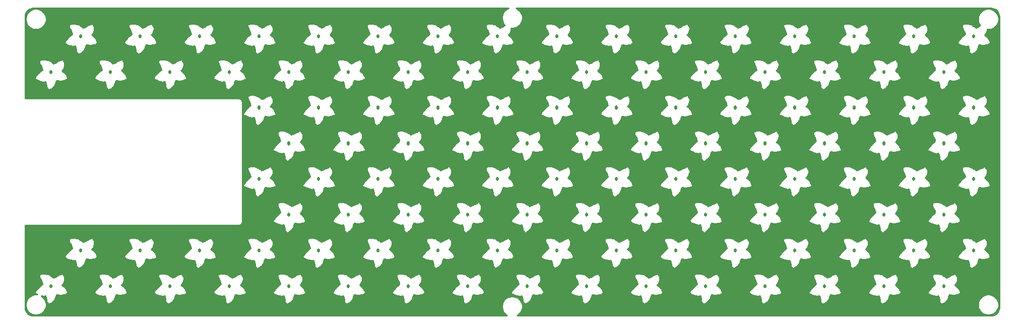
<source format=gbr>
G04 #@! TF.GenerationSoftware,KiCad,Pcbnew,(5.1.5)-3*
G04 #@! TF.CreationDate,2021-03-06T02:14:33+09:00*
G04 #@! TF.ProjectId,Kleine Gherkin,4b6c6569-6e65-4204-9768-65726b696e2e,rev?*
G04 #@! TF.SameCoordinates,Original*
G04 #@! TF.FileFunction,Copper,L2,Bot*
G04 #@! TF.FilePolarity,Positive*
%FSLAX46Y46*%
G04 Gerber Fmt 4.6, Leading zero omitted, Abs format (unit mm)*
G04 Created by KiCad (PCBNEW (5.1.5)-3) date 2021-03-06 02:14:33*
%MOMM*%
%LPD*%
G04 APERTURE LIST*
%ADD10C,0.500000*%
%ADD11C,0.254000*%
G04 APERTURE END LIST*
D10*
X190500000Y-36980000D02*
X190500000Y-36780000D01*
X180500000Y-36980000D02*
X180500000Y-36780000D01*
X160500000Y-36980000D02*
X160500000Y-36780000D01*
X170500000Y-36980000D02*
X170500000Y-36780000D01*
X120500000Y-36980000D02*
X120500000Y-36780000D01*
X140500000Y-36980000D02*
X140500000Y-36780000D01*
X130500000Y-36980000D02*
X130500000Y-36780000D01*
X150500000Y-36980000D02*
X150500000Y-36780000D01*
X80500000Y-36980000D02*
X80500000Y-36780000D01*
X60500000Y-36980000D02*
X60500000Y-36780000D01*
X100500000Y-36980000D02*
X100500000Y-36780000D01*
X50500000Y-36980000D02*
X50500000Y-36780000D01*
X70500000Y-36980000D02*
X70500000Y-36780000D01*
X40500000Y-36980000D02*
X40500000Y-36780000D01*
X90500000Y-36980000D02*
X90500000Y-36780000D01*
X110500000Y-36980000D02*
X110500000Y-36780000D01*
X155500000Y-42980000D02*
X155500000Y-42780000D01*
X135500000Y-42980000D02*
X135500000Y-42780000D01*
X175500000Y-42980000D02*
X175500000Y-42780000D01*
X125500000Y-42980000D02*
X125500000Y-42780000D01*
X145500000Y-42980000D02*
X145500000Y-42780000D01*
X55500000Y-42980000D02*
X55500000Y-42780000D01*
X85500000Y-42980000D02*
X85500000Y-42780000D01*
X105500000Y-42980000D02*
X105500000Y-42780000D01*
X45500000Y-42980000D02*
X45500000Y-42780000D01*
X115500000Y-42980000D02*
X115500000Y-42780000D01*
X165500000Y-42980000D02*
X165500000Y-42780000D01*
X95500000Y-42980000D02*
X95500000Y-42780000D01*
X75500000Y-42980000D02*
X75500000Y-42780000D01*
X65500000Y-42980000D02*
X65500000Y-42780000D01*
X35500000Y-42980000D02*
X35500000Y-42780000D01*
X185500000Y-42980000D02*
X185500000Y-42780000D01*
X95500000Y-54980000D02*
X95500000Y-54780000D01*
X185500000Y-54980000D02*
X185500000Y-54780000D01*
X75500000Y-54980000D02*
X75500000Y-54780000D01*
X160500000Y-48980000D02*
X160500000Y-48780000D01*
X140500000Y-48980000D02*
X140500000Y-48780000D01*
X180500000Y-48980000D02*
X180500000Y-48780000D01*
X130500000Y-48980000D02*
X130500000Y-48780000D01*
X150500000Y-48980000D02*
X150500000Y-48780000D01*
X155500000Y-54980000D02*
X155500000Y-54780000D01*
X90500000Y-48980000D02*
X90500000Y-48780000D01*
X110500000Y-48980000D02*
X110500000Y-48780000D01*
X135500000Y-54980000D02*
X135500000Y-54780000D01*
X120500000Y-48980000D02*
X120500000Y-48780000D01*
X175500000Y-54980000D02*
X175500000Y-54780000D01*
X125500000Y-54980000D02*
X125500000Y-54780000D01*
X145500000Y-54980000D02*
X145500000Y-54780000D01*
X85500000Y-54980000D02*
X85500000Y-54780000D01*
X105500000Y-54980000D02*
X105500000Y-54780000D01*
X170500000Y-48980000D02*
X170500000Y-48780000D01*
X115500000Y-54980000D02*
X115500000Y-54780000D01*
X100500000Y-48980000D02*
X100500000Y-48780000D01*
X165500000Y-54980000D02*
X165500000Y-54780000D01*
X80500000Y-48980000D02*
X80500000Y-48780000D01*
X70500000Y-48980000D02*
X70500000Y-48780000D01*
X190500000Y-48980000D02*
X190500000Y-48780000D01*
X95500000Y-66980000D02*
X95500000Y-66780000D01*
X185500000Y-66980000D02*
X185500000Y-66780000D01*
X75500000Y-66980000D02*
X75500000Y-66780000D01*
X160500000Y-60980000D02*
X160500000Y-60780000D01*
X140500000Y-60980000D02*
X140500000Y-60780000D01*
X180500000Y-60980000D02*
X180500000Y-60780000D01*
X130500000Y-60980000D02*
X130500000Y-60780000D01*
X150500000Y-60980000D02*
X150500000Y-60780000D01*
X155500000Y-66980000D02*
X155500000Y-66780000D01*
X90500000Y-60980000D02*
X90500000Y-60780000D01*
X110500000Y-60980000D02*
X110500000Y-60780000D01*
X135500000Y-66980000D02*
X135500000Y-66780000D01*
X120500000Y-60980000D02*
X120500000Y-60780000D01*
X175500000Y-66980000D02*
X175500000Y-66780000D01*
X125500000Y-66980000D02*
X125500000Y-66780000D01*
X145500000Y-66980000D02*
X145500000Y-66780000D01*
X85500000Y-66980000D02*
X85500000Y-66780000D01*
X105500000Y-66980000D02*
X105500000Y-66780000D01*
X170500000Y-60980000D02*
X170500000Y-60780000D01*
X115500000Y-66980000D02*
X115500000Y-66780000D01*
X100500000Y-60980000D02*
X100500000Y-60780000D01*
X165500000Y-66980000D02*
X165500000Y-66780000D01*
X80500000Y-60980000D02*
X80500000Y-60780000D01*
X70500000Y-60980000D02*
X70500000Y-60780000D01*
X190500000Y-60980000D02*
X190500000Y-60780000D01*
X60500000Y-72980000D02*
X60500000Y-72780000D01*
X185500000Y-78980000D02*
X185500000Y-78780000D01*
X160500000Y-72980000D02*
X160500000Y-72780000D01*
X170500000Y-72980000D02*
X170500000Y-72780000D01*
X55500000Y-78980000D02*
X55500000Y-78780000D01*
X190500000Y-72980000D02*
X190500000Y-72780000D01*
X130500000Y-72980000D02*
X130500000Y-72780000D01*
X70500000Y-72980000D02*
X70500000Y-72780000D01*
X85500000Y-78980000D02*
X85500000Y-78780000D01*
X115500000Y-78980000D02*
X115500000Y-78780000D01*
X165500000Y-78980000D02*
X165500000Y-78780000D01*
X75500000Y-78980000D02*
X75500000Y-78780000D01*
X135500000Y-78980000D02*
X135500000Y-78780000D01*
X105500000Y-78980000D02*
X105500000Y-78780000D01*
X120500000Y-72980000D02*
X120500000Y-72780000D01*
X100500000Y-72980000D02*
X100500000Y-72780000D01*
X35500000Y-78980000D02*
X35500000Y-78780000D01*
X80500000Y-72980000D02*
X80500000Y-72780000D01*
X50500000Y-72980000D02*
X50500000Y-72780000D01*
X45500000Y-78980000D02*
X45500000Y-78780000D01*
X125500000Y-78980000D02*
X125500000Y-78780000D01*
X155500000Y-78980000D02*
X155500000Y-78780000D01*
X90500000Y-72980000D02*
X90500000Y-72780000D01*
X65500000Y-78980000D02*
X65500000Y-78780000D01*
X95500000Y-78980000D02*
X95500000Y-78780000D01*
X140500000Y-72980000D02*
X140500000Y-72780000D01*
X180500000Y-72980000D02*
X180500000Y-72780000D01*
X175500000Y-78980000D02*
X175500000Y-78780000D01*
X40500000Y-72980000D02*
X40500000Y-72780000D01*
X145500000Y-78980000D02*
X145500000Y-78780000D01*
X150500000Y-72980000D02*
X150500000Y-72780000D01*
X110500000Y-72980000D02*
X110500000Y-72780000D01*
D11*
G36*
X112178169Y-32262463D02*
G01*
X111894002Y-32452337D01*
X111652337Y-32694002D01*
X111462463Y-32978169D01*
X111331675Y-33293919D01*
X111265000Y-33629117D01*
X111265000Y-33970883D01*
X111331675Y-34306081D01*
X111462463Y-34621831D01*
X111652337Y-34905998D01*
X111769352Y-35023013D01*
X111659839Y-35059517D01*
X111629553Y-35074330D01*
X111336132Y-35269944D01*
X111151280Y-35362370D01*
X110934302Y-35434696D01*
X110789803Y-35290197D01*
X110777866Y-35279671D01*
X110756796Y-35266408D01*
X110563868Y-35169944D01*
X110270447Y-34974330D01*
X110256796Y-34966408D01*
X110056796Y-34866408D01*
X110024907Y-34855466D01*
X109524907Y-34755466D01*
X109500000Y-34753000D01*
X109100000Y-34753000D01*
X109069198Y-34756792D01*
X108669198Y-34856792D01*
X108651399Y-34862667D01*
X108629443Y-34874403D01*
X108610197Y-34890197D01*
X108594403Y-34909443D01*
X108582667Y-34931399D01*
X108575440Y-34955224D01*
X108573000Y-34980000D01*
X108573000Y-35280000D01*
X108573997Y-35295884D01*
X108579517Y-35320161D01*
X108679517Y-35620161D01*
X108694330Y-35650447D01*
X108884895Y-35936294D01*
X108977976Y-36215538D01*
X109056340Y-36528995D01*
X108723800Y-36778400D01*
X108710197Y-36790197D01*
X108310197Y-37190197D01*
X108300830Y-37200664D01*
X107900830Y-37700664D01*
X107886408Y-37723204D01*
X107786408Y-37923204D01*
X107777510Y-37946456D01*
X107773320Y-37970997D01*
X107773997Y-37995884D01*
X107779517Y-38020161D01*
X107789667Y-38042894D01*
X107804057Y-38063211D01*
X107822134Y-38080329D01*
X107843204Y-38093592D01*
X108243204Y-38293592D01*
X108252833Y-38297917D01*
X108752833Y-38497917D01*
X108775093Y-38504534D01*
X109275093Y-38604534D01*
X109306173Y-38606850D01*
X109330802Y-38603208D01*
X109607594Y-38534010D01*
X109773000Y-39195634D01*
X109773000Y-39480000D01*
X109775440Y-39504776D01*
X109782667Y-39528601D01*
X109794403Y-39550557D01*
X109810197Y-39569803D01*
X110110197Y-39869803D01*
X110137106Y-39890333D01*
X110159839Y-39900483D01*
X110184116Y-39906003D01*
X110209003Y-39906680D01*
X110233544Y-39902490D01*
X110256796Y-39893592D01*
X110456796Y-39793592D01*
X110470447Y-39785670D01*
X110770447Y-39585670D01*
X110789803Y-39569803D01*
X111089803Y-39269803D01*
X111100329Y-39257866D01*
X111113592Y-39236796D01*
X111213592Y-39036796D01*
X111220483Y-39020161D01*
X111417630Y-38428720D01*
X111472655Y-38318669D01*
X112082039Y-38405724D01*
X112117961Y-38405724D01*
X112817961Y-38305724D01*
X112833544Y-38302490D01*
X112856796Y-38293592D01*
X113256796Y-38093592D01*
X113283211Y-38075943D01*
X113300329Y-38057866D01*
X113313592Y-38036796D01*
X113322490Y-38013544D01*
X113326680Y-37989003D01*
X113326191Y-37970997D01*
X117773320Y-37970997D01*
X117773997Y-37995884D01*
X117779517Y-38020161D01*
X117789667Y-38042894D01*
X117804057Y-38063211D01*
X117822134Y-38080329D01*
X117843204Y-38093592D01*
X118243204Y-38293592D01*
X118252833Y-38297917D01*
X118752833Y-38497917D01*
X118775093Y-38504534D01*
X119275093Y-38604534D01*
X119306173Y-38606850D01*
X119330802Y-38603208D01*
X119607594Y-38534010D01*
X119773000Y-39195634D01*
X119773000Y-39480000D01*
X119775440Y-39504776D01*
X119782667Y-39528601D01*
X119794403Y-39550557D01*
X119810197Y-39569803D01*
X120110197Y-39869803D01*
X120137106Y-39890333D01*
X120159839Y-39900483D01*
X120184116Y-39906003D01*
X120209003Y-39906680D01*
X120233544Y-39902490D01*
X120256796Y-39893592D01*
X120456796Y-39793592D01*
X120470447Y-39785670D01*
X120770447Y-39585670D01*
X120789803Y-39569803D01*
X121089803Y-39269803D01*
X121100329Y-39257866D01*
X121113592Y-39236796D01*
X121213592Y-39036796D01*
X121220483Y-39020161D01*
X121417630Y-38428720D01*
X121472655Y-38318669D01*
X122082039Y-38405724D01*
X122117961Y-38405724D01*
X122817961Y-38305724D01*
X122833544Y-38302490D01*
X122856796Y-38293592D01*
X123256796Y-38093592D01*
X123283211Y-38075943D01*
X123300329Y-38057866D01*
X123313592Y-38036796D01*
X123322490Y-38013544D01*
X123326680Y-37989003D01*
X123326191Y-37970997D01*
X127773320Y-37970997D01*
X127773997Y-37995884D01*
X127779517Y-38020161D01*
X127789667Y-38042894D01*
X127804057Y-38063211D01*
X127822134Y-38080329D01*
X127843204Y-38093592D01*
X128243204Y-38293592D01*
X128252833Y-38297917D01*
X128752833Y-38497917D01*
X128775093Y-38504534D01*
X129275093Y-38604534D01*
X129306173Y-38606850D01*
X129330802Y-38603208D01*
X129607594Y-38534010D01*
X129773000Y-39195634D01*
X129773000Y-39480000D01*
X129775440Y-39504776D01*
X129782667Y-39528601D01*
X129794403Y-39550557D01*
X129810197Y-39569803D01*
X130110197Y-39869803D01*
X130137106Y-39890333D01*
X130159839Y-39900483D01*
X130184116Y-39906003D01*
X130209003Y-39906680D01*
X130233544Y-39902490D01*
X130256796Y-39893592D01*
X130456796Y-39793592D01*
X130470447Y-39785670D01*
X130770447Y-39585670D01*
X130789803Y-39569803D01*
X131089803Y-39269803D01*
X131100329Y-39257866D01*
X131113592Y-39236796D01*
X131213592Y-39036796D01*
X131220483Y-39020161D01*
X131417630Y-38428720D01*
X131472655Y-38318669D01*
X132082039Y-38405724D01*
X132117961Y-38405724D01*
X132817961Y-38305724D01*
X132833544Y-38302490D01*
X132856796Y-38293592D01*
X133256796Y-38093592D01*
X133283211Y-38075943D01*
X133300329Y-38057866D01*
X133313592Y-38036796D01*
X133322490Y-38013544D01*
X133326680Y-37989003D01*
X133326191Y-37970997D01*
X137773320Y-37970997D01*
X137773997Y-37995884D01*
X137779517Y-38020161D01*
X137789667Y-38042894D01*
X137804057Y-38063211D01*
X137822134Y-38080329D01*
X137843204Y-38093592D01*
X138243204Y-38293592D01*
X138252833Y-38297917D01*
X138752833Y-38497917D01*
X138775093Y-38504534D01*
X139275093Y-38604534D01*
X139306173Y-38606850D01*
X139330802Y-38603208D01*
X139607594Y-38534010D01*
X139773000Y-39195634D01*
X139773000Y-39480000D01*
X139775440Y-39504776D01*
X139782667Y-39528601D01*
X139794403Y-39550557D01*
X139810197Y-39569803D01*
X140110197Y-39869803D01*
X140137106Y-39890333D01*
X140159839Y-39900483D01*
X140184116Y-39906003D01*
X140209003Y-39906680D01*
X140233544Y-39902490D01*
X140256796Y-39893592D01*
X140456796Y-39793592D01*
X140470447Y-39785670D01*
X140770447Y-39585670D01*
X140789803Y-39569803D01*
X141089803Y-39269803D01*
X141100329Y-39257866D01*
X141113592Y-39236796D01*
X141213592Y-39036796D01*
X141220483Y-39020161D01*
X141417630Y-38428720D01*
X141472655Y-38318669D01*
X142082039Y-38405724D01*
X142117961Y-38405724D01*
X142817961Y-38305724D01*
X142833544Y-38302490D01*
X142856796Y-38293592D01*
X143256796Y-38093592D01*
X143283211Y-38075943D01*
X143300329Y-38057866D01*
X143313592Y-38036796D01*
X143322490Y-38013544D01*
X143326680Y-37989003D01*
X143326191Y-37970997D01*
X147773320Y-37970997D01*
X147773997Y-37995884D01*
X147779517Y-38020161D01*
X147789667Y-38042894D01*
X147804057Y-38063211D01*
X147822134Y-38080329D01*
X147843204Y-38093592D01*
X148243204Y-38293592D01*
X148252833Y-38297917D01*
X148752833Y-38497917D01*
X148775093Y-38504534D01*
X149275093Y-38604534D01*
X149306173Y-38606850D01*
X149330802Y-38603208D01*
X149607594Y-38534010D01*
X149773000Y-39195634D01*
X149773000Y-39480000D01*
X149775440Y-39504776D01*
X149782667Y-39528601D01*
X149794403Y-39550557D01*
X149810197Y-39569803D01*
X150110197Y-39869803D01*
X150137106Y-39890333D01*
X150159839Y-39900483D01*
X150184116Y-39906003D01*
X150209003Y-39906680D01*
X150233544Y-39902490D01*
X150256796Y-39893592D01*
X150456796Y-39793592D01*
X150470447Y-39785670D01*
X150770447Y-39585670D01*
X150789803Y-39569803D01*
X151089803Y-39269803D01*
X151100329Y-39257866D01*
X151113592Y-39236796D01*
X151213592Y-39036796D01*
X151220483Y-39020161D01*
X151417630Y-38428720D01*
X151472655Y-38318669D01*
X152082039Y-38405724D01*
X152117961Y-38405724D01*
X152817961Y-38305724D01*
X152833544Y-38302490D01*
X152856796Y-38293592D01*
X153256796Y-38093592D01*
X153283211Y-38075943D01*
X153300329Y-38057866D01*
X153313592Y-38036796D01*
X153322490Y-38013544D01*
X153326680Y-37989003D01*
X153326191Y-37970997D01*
X157773320Y-37970997D01*
X157773997Y-37995884D01*
X157779517Y-38020161D01*
X157789667Y-38042894D01*
X157804057Y-38063211D01*
X157822134Y-38080329D01*
X157843204Y-38093592D01*
X158243204Y-38293592D01*
X158252833Y-38297917D01*
X158752833Y-38497917D01*
X158775093Y-38504534D01*
X159275093Y-38604534D01*
X159306173Y-38606850D01*
X159330802Y-38603208D01*
X159607594Y-38534010D01*
X159773000Y-39195634D01*
X159773000Y-39480000D01*
X159775440Y-39504776D01*
X159782667Y-39528601D01*
X159794403Y-39550557D01*
X159810197Y-39569803D01*
X160110197Y-39869803D01*
X160137106Y-39890333D01*
X160159839Y-39900483D01*
X160184116Y-39906003D01*
X160209003Y-39906680D01*
X160233544Y-39902490D01*
X160256796Y-39893592D01*
X160456796Y-39793592D01*
X160470447Y-39785670D01*
X160770447Y-39585670D01*
X160789803Y-39569803D01*
X161089803Y-39269803D01*
X161100329Y-39257866D01*
X161113592Y-39236796D01*
X161213592Y-39036796D01*
X161220483Y-39020161D01*
X161417630Y-38428720D01*
X161472655Y-38318669D01*
X162082039Y-38405724D01*
X162117961Y-38405724D01*
X162817961Y-38305724D01*
X162833544Y-38302490D01*
X162856796Y-38293592D01*
X163256796Y-38093592D01*
X163283211Y-38075943D01*
X163300329Y-38057866D01*
X163313592Y-38036796D01*
X163322490Y-38013544D01*
X163326680Y-37989003D01*
X163326191Y-37970997D01*
X167773320Y-37970997D01*
X167773997Y-37995884D01*
X167779517Y-38020161D01*
X167789667Y-38042894D01*
X167804057Y-38063211D01*
X167822134Y-38080329D01*
X167843204Y-38093592D01*
X168243204Y-38293592D01*
X168252833Y-38297917D01*
X168752833Y-38497917D01*
X168775093Y-38504534D01*
X169275093Y-38604534D01*
X169306173Y-38606850D01*
X169330802Y-38603208D01*
X169607594Y-38534010D01*
X169773000Y-39195634D01*
X169773000Y-39480000D01*
X169775440Y-39504776D01*
X169782667Y-39528601D01*
X169794403Y-39550557D01*
X169810197Y-39569803D01*
X170110197Y-39869803D01*
X170137106Y-39890333D01*
X170159839Y-39900483D01*
X170184116Y-39906003D01*
X170209003Y-39906680D01*
X170233544Y-39902490D01*
X170256796Y-39893592D01*
X170456796Y-39793592D01*
X170470447Y-39785670D01*
X170770447Y-39585670D01*
X170789803Y-39569803D01*
X171089803Y-39269803D01*
X171100329Y-39257866D01*
X171113592Y-39236796D01*
X171213592Y-39036796D01*
X171220483Y-39020161D01*
X171417630Y-38428720D01*
X171472655Y-38318669D01*
X172082039Y-38405724D01*
X172117961Y-38405724D01*
X172817961Y-38305724D01*
X172833544Y-38302490D01*
X172856796Y-38293592D01*
X173256796Y-38093592D01*
X173283211Y-38075943D01*
X173300329Y-38057866D01*
X173313592Y-38036796D01*
X173322490Y-38013544D01*
X173326680Y-37989003D01*
X173326191Y-37970997D01*
X177773320Y-37970997D01*
X177773997Y-37995884D01*
X177779517Y-38020161D01*
X177789667Y-38042894D01*
X177804057Y-38063211D01*
X177822134Y-38080329D01*
X177843204Y-38093592D01*
X178243204Y-38293592D01*
X178252833Y-38297917D01*
X178752833Y-38497917D01*
X178775093Y-38504534D01*
X179275093Y-38604534D01*
X179306173Y-38606850D01*
X179330802Y-38603208D01*
X179607594Y-38534010D01*
X179773000Y-39195634D01*
X179773000Y-39480000D01*
X179775440Y-39504776D01*
X179782667Y-39528601D01*
X179794403Y-39550557D01*
X179810197Y-39569803D01*
X180110197Y-39869803D01*
X180137106Y-39890333D01*
X180159839Y-39900483D01*
X180184116Y-39906003D01*
X180209003Y-39906680D01*
X180233544Y-39902490D01*
X180256796Y-39893592D01*
X180456796Y-39793592D01*
X180470447Y-39785670D01*
X180770447Y-39585670D01*
X180789803Y-39569803D01*
X181089803Y-39269803D01*
X181100329Y-39257866D01*
X181113592Y-39236796D01*
X181213592Y-39036796D01*
X181220483Y-39020161D01*
X181417630Y-38428720D01*
X181472655Y-38318669D01*
X182082039Y-38405724D01*
X182117961Y-38405724D01*
X182817961Y-38305724D01*
X182833544Y-38302490D01*
X182856796Y-38293592D01*
X183256796Y-38093592D01*
X183283211Y-38075943D01*
X183300329Y-38057866D01*
X183313592Y-38036796D01*
X183322490Y-38013544D01*
X183326680Y-37989003D01*
X183326191Y-37970997D01*
X187773320Y-37970997D01*
X187773997Y-37995884D01*
X187779517Y-38020161D01*
X187789667Y-38042894D01*
X187804057Y-38063211D01*
X187822134Y-38080329D01*
X187843204Y-38093592D01*
X188243204Y-38293592D01*
X188252833Y-38297917D01*
X188752833Y-38497917D01*
X188775093Y-38504534D01*
X189275093Y-38604534D01*
X189306173Y-38606850D01*
X189330802Y-38603208D01*
X189607594Y-38534010D01*
X189773000Y-39195634D01*
X189773000Y-39480000D01*
X189775440Y-39504776D01*
X189782667Y-39528601D01*
X189794403Y-39550557D01*
X189810197Y-39569803D01*
X190110197Y-39869803D01*
X190137106Y-39890333D01*
X190159839Y-39900483D01*
X190184116Y-39906003D01*
X190209003Y-39906680D01*
X190233544Y-39902490D01*
X190256796Y-39893592D01*
X190456796Y-39793592D01*
X190470447Y-39785670D01*
X190770447Y-39585670D01*
X190789803Y-39569803D01*
X191089803Y-39269803D01*
X191100329Y-39257866D01*
X191113592Y-39236796D01*
X191213592Y-39036796D01*
X191220483Y-39020161D01*
X191417630Y-38428720D01*
X191472655Y-38318669D01*
X192082039Y-38405724D01*
X192117961Y-38405724D01*
X192817961Y-38305724D01*
X192833544Y-38302490D01*
X192856796Y-38293592D01*
X193256796Y-38093592D01*
X193283211Y-38075943D01*
X193300329Y-38057866D01*
X193313592Y-38036796D01*
X193322490Y-38013544D01*
X193326680Y-37989003D01*
X193326003Y-37964116D01*
X193320483Y-37939839D01*
X193220483Y-37639839D01*
X193213592Y-37623204D01*
X193013592Y-37223204D01*
X193005597Y-37209443D01*
X192989803Y-37190197D01*
X192689803Y-36890197D01*
X192670447Y-36874330D01*
X192380914Y-36681308D01*
X192379606Y-36680000D01*
X192489803Y-36569803D01*
X192505670Y-36550447D01*
X192705670Y-36250447D01*
X192714832Y-36234247D01*
X192723208Y-36210802D01*
X192823208Y-35810802D01*
X192827000Y-35780000D01*
X192827000Y-35734579D01*
X192829117Y-35735000D01*
X193170883Y-35735000D01*
X193506081Y-35668325D01*
X193821831Y-35537537D01*
X194105998Y-35347663D01*
X194347663Y-35105998D01*
X194537537Y-34821831D01*
X194668325Y-34506081D01*
X194735000Y-34170883D01*
X194735000Y-33829117D01*
X194668325Y-33493919D01*
X194537537Y-33178169D01*
X194347663Y-32894002D01*
X194105998Y-32652337D01*
X193821831Y-32462463D01*
X193506081Y-32331675D01*
X193170883Y-32265000D01*
X192829117Y-32265000D01*
X192493919Y-32331675D01*
X192178169Y-32462463D01*
X191894002Y-32652337D01*
X191652337Y-32894002D01*
X191462463Y-33178169D01*
X191331675Y-33493919D01*
X191265000Y-33829117D01*
X191265000Y-34170883D01*
X191331675Y-34506081D01*
X191462463Y-34821831D01*
X191630777Y-35073731D01*
X191629553Y-35074330D01*
X191336132Y-35269944D01*
X191151280Y-35362370D01*
X190934302Y-35434696D01*
X190789803Y-35290197D01*
X190777866Y-35279671D01*
X190756796Y-35266408D01*
X190563868Y-35169944D01*
X190270447Y-34974330D01*
X190256796Y-34966408D01*
X190056796Y-34866408D01*
X190024907Y-34855466D01*
X189524907Y-34755466D01*
X189500000Y-34753000D01*
X189100000Y-34753000D01*
X189069198Y-34756792D01*
X188669198Y-34856792D01*
X188651399Y-34862667D01*
X188629443Y-34874403D01*
X188610197Y-34890197D01*
X188594403Y-34909443D01*
X188582667Y-34931399D01*
X188575440Y-34955224D01*
X188573000Y-34980000D01*
X188573000Y-35280000D01*
X188573997Y-35295884D01*
X188579517Y-35320161D01*
X188679517Y-35620161D01*
X188694330Y-35650447D01*
X188884895Y-35936294D01*
X188977976Y-36215538D01*
X189056340Y-36528995D01*
X188723800Y-36778400D01*
X188710197Y-36790197D01*
X188310197Y-37190197D01*
X188300830Y-37200664D01*
X187900830Y-37700664D01*
X187886408Y-37723204D01*
X187786408Y-37923204D01*
X187777510Y-37946456D01*
X187773320Y-37970997D01*
X183326191Y-37970997D01*
X183326003Y-37964116D01*
X183320483Y-37939839D01*
X183220483Y-37639839D01*
X183213592Y-37623204D01*
X183013592Y-37223204D01*
X183005597Y-37209443D01*
X182989803Y-37190197D01*
X182689803Y-36890197D01*
X182670447Y-36874330D01*
X182380914Y-36681308D01*
X182379606Y-36680000D01*
X182489803Y-36569803D01*
X182505670Y-36550447D01*
X182705670Y-36250447D01*
X182714832Y-36234247D01*
X182723208Y-36210802D01*
X182823208Y-35810802D01*
X182827000Y-35780000D01*
X182827000Y-35380000D01*
X182824586Y-35355354D01*
X182817383Y-35331522D01*
X182805670Y-35309553D01*
X182610056Y-35016132D01*
X182513592Y-34823204D01*
X182500329Y-34802134D01*
X182483211Y-34784057D01*
X182462894Y-34769667D01*
X182440161Y-34759517D01*
X182415884Y-34753997D01*
X182390997Y-34753320D01*
X182366456Y-34757510D01*
X182343204Y-34766408D01*
X181951280Y-34962370D01*
X181659839Y-35059517D01*
X181629553Y-35074330D01*
X181336132Y-35269944D01*
X181151280Y-35362370D01*
X180934302Y-35434696D01*
X180789803Y-35290197D01*
X180777866Y-35279671D01*
X180756796Y-35266408D01*
X180563868Y-35169944D01*
X180270447Y-34974330D01*
X180256796Y-34966408D01*
X180056796Y-34866408D01*
X180024907Y-34855466D01*
X179524907Y-34755466D01*
X179500000Y-34753000D01*
X179100000Y-34753000D01*
X179069198Y-34756792D01*
X178669198Y-34856792D01*
X178651399Y-34862667D01*
X178629443Y-34874403D01*
X178610197Y-34890197D01*
X178594403Y-34909443D01*
X178582667Y-34931399D01*
X178575440Y-34955224D01*
X178573000Y-34980000D01*
X178573000Y-35280000D01*
X178573997Y-35295884D01*
X178579517Y-35320161D01*
X178679517Y-35620161D01*
X178694330Y-35650447D01*
X178884895Y-35936294D01*
X178977976Y-36215538D01*
X179056340Y-36528995D01*
X178723800Y-36778400D01*
X178710197Y-36790197D01*
X178310197Y-37190197D01*
X178300830Y-37200664D01*
X177900830Y-37700664D01*
X177886408Y-37723204D01*
X177786408Y-37923204D01*
X177777510Y-37946456D01*
X177773320Y-37970997D01*
X173326191Y-37970997D01*
X173326003Y-37964116D01*
X173320483Y-37939839D01*
X173220483Y-37639839D01*
X173213592Y-37623204D01*
X173013592Y-37223204D01*
X173005597Y-37209443D01*
X172989803Y-37190197D01*
X172689803Y-36890197D01*
X172670447Y-36874330D01*
X172380914Y-36681308D01*
X172379606Y-36680000D01*
X172489803Y-36569803D01*
X172505670Y-36550447D01*
X172705670Y-36250447D01*
X172714832Y-36234247D01*
X172723208Y-36210802D01*
X172823208Y-35810802D01*
X172827000Y-35780000D01*
X172827000Y-35380000D01*
X172824586Y-35355354D01*
X172817383Y-35331522D01*
X172805670Y-35309553D01*
X172610056Y-35016132D01*
X172513592Y-34823204D01*
X172500329Y-34802134D01*
X172483211Y-34784057D01*
X172462894Y-34769667D01*
X172440161Y-34759517D01*
X172415884Y-34753997D01*
X172390997Y-34753320D01*
X172366456Y-34757510D01*
X172343204Y-34766408D01*
X171951280Y-34962370D01*
X171659839Y-35059517D01*
X171629553Y-35074330D01*
X171336132Y-35269944D01*
X171151280Y-35362370D01*
X170934302Y-35434696D01*
X170789803Y-35290197D01*
X170777866Y-35279671D01*
X170756796Y-35266408D01*
X170563868Y-35169944D01*
X170270447Y-34974330D01*
X170256796Y-34966408D01*
X170056796Y-34866408D01*
X170024907Y-34855466D01*
X169524907Y-34755466D01*
X169500000Y-34753000D01*
X169100000Y-34753000D01*
X169069198Y-34756792D01*
X168669198Y-34856792D01*
X168651399Y-34862667D01*
X168629443Y-34874403D01*
X168610197Y-34890197D01*
X168594403Y-34909443D01*
X168582667Y-34931399D01*
X168575440Y-34955224D01*
X168573000Y-34980000D01*
X168573000Y-35280000D01*
X168573997Y-35295884D01*
X168579517Y-35320161D01*
X168679517Y-35620161D01*
X168694330Y-35650447D01*
X168884895Y-35936294D01*
X168977976Y-36215538D01*
X169056340Y-36528995D01*
X168723800Y-36778400D01*
X168710197Y-36790197D01*
X168310197Y-37190197D01*
X168300830Y-37200664D01*
X167900830Y-37700664D01*
X167886408Y-37723204D01*
X167786408Y-37923204D01*
X167777510Y-37946456D01*
X167773320Y-37970997D01*
X163326191Y-37970997D01*
X163326003Y-37964116D01*
X163320483Y-37939839D01*
X163220483Y-37639839D01*
X163213592Y-37623204D01*
X163013592Y-37223204D01*
X163005597Y-37209443D01*
X162989803Y-37190197D01*
X162689803Y-36890197D01*
X162670447Y-36874330D01*
X162380914Y-36681308D01*
X162379606Y-36680000D01*
X162489803Y-36569803D01*
X162505670Y-36550447D01*
X162705670Y-36250447D01*
X162714832Y-36234247D01*
X162723208Y-36210802D01*
X162823208Y-35810802D01*
X162827000Y-35780000D01*
X162827000Y-35380000D01*
X162824586Y-35355354D01*
X162817383Y-35331522D01*
X162805670Y-35309553D01*
X162610056Y-35016132D01*
X162513592Y-34823204D01*
X162500329Y-34802134D01*
X162483211Y-34784057D01*
X162462894Y-34769667D01*
X162440161Y-34759517D01*
X162415884Y-34753997D01*
X162390997Y-34753320D01*
X162366456Y-34757510D01*
X162343204Y-34766408D01*
X161951280Y-34962370D01*
X161659839Y-35059517D01*
X161629553Y-35074330D01*
X161336132Y-35269944D01*
X161151280Y-35362370D01*
X160934302Y-35434696D01*
X160789803Y-35290197D01*
X160777866Y-35279671D01*
X160756796Y-35266408D01*
X160563868Y-35169944D01*
X160270447Y-34974330D01*
X160256796Y-34966408D01*
X160056796Y-34866408D01*
X160024907Y-34855466D01*
X159524907Y-34755466D01*
X159500000Y-34753000D01*
X159100000Y-34753000D01*
X159069198Y-34756792D01*
X158669198Y-34856792D01*
X158651399Y-34862667D01*
X158629443Y-34874403D01*
X158610197Y-34890197D01*
X158594403Y-34909443D01*
X158582667Y-34931399D01*
X158575440Y-34955224D01*
X158573000Y-34980000D01*
X158573000Y-35280000D01*
X158573997Y-35295884D01*
X158579517Y-35320161D01*
X158679517Y-35620161D01*
X158694330Y-35650447D01*
X158884895Y-35936294D01*
X158977976Y-36215538D01*
X159056340Y-36528995D01*
X158723800Y-36778400D01*
X158710197Y-36790197D01*
X158310197Y-37190197D01*
X158300830Y-37200664D01*
X157900830Y-37700664D01*
X157886408Y-37723204D01*
X157786408Y-37923204D01*
X157777510Y-37946456D01*
X157773320Y-37970997D01*
X153326191Y-37970997D01*
X153326003Y-37964116D01*
X153320483Y-37939839D01*
X153220483Y-37639839D01*
X153213592Y-37623204D01*
X153013592Y-37223204D01*
X153005597Y-37209443D01*
X152989803Y-37190197D01*
X152689803Y-36890197D01*
X152670447Y-36874330D01*
X152380914Y-36681308D01*
X152379606Y-36680000D01*
X152489803Y-36569803D01*
X152505670Y-36550447D01*
X152705670Y-36250447D01*
X152714832Y-36234247D01*
X152723208Y-36210802D01*
X152823208Y-35810802D01*
X152827000Y-35780000D01*
X152827000Y-35380000D01*
X152824586Y-35355354D01*
X152817383Y-35331522D01*
X152805670Y-35309553D01*
X152610056Y-35016132D01*
X152513592Y-34823204D01*
X152500329Y-34802134D01*
X152483211Y-34784057D01*
X152462894Y-34769667D01*
X152440161Y-34759517D01*
X152415884Y-34753997D01*
X152390997Y-34753320D01*
X152366456Y-34757510D01*
X152343204Y-34766408D01*
X151951280Y-34962370D01*
X151659839Y-35059517D01*
X151629553Y-35074330D01*
X151336132Y-35269944D01*
X151151280Y-35362370D01*
X150934302Y-35434696D01*
X150789803Y-35290197D01*
X150777866Y-35279671D01*
X150756796Y-35266408D01*
X150563868Y-35169944D01*
X150270447Y-34974330D01*
X150256796Y-34966408D01*
X150056796Y-34866408D01*
X150024907Y-34855466D01*
X149524907Y-34755466D01*
X149500000Y-34753000D01*
X149100000Y-34753000D01*
X149069198Y-34756792D01*
X148669198Y-34856792D01*
X148651399Y-34862667D01*
X148629443Y-34874403D01*
X148610197Y-34890197D01*
X148594403Y-34909443D01*
X148582667Y-34931399D01*
X148575440Y-34955224D01*
X148573000Y-34980000D01*
X148573000Y-35280000D01*
X148573997Y-35295884D01*
X148579517Y-35320161D01*
X148679517Y-35620161D01*
X148694330Y-35650447D01*
X148884895Y-35936294D01*
X148977976Y-36215538D01*
X149056340Y-36528995D01*
X148723800Y-36778400D01*
X148710197Y-36790197D01*
X148310197Y-37190197D01*
X148300830Y-37200664D01*
X147900830Y-37700664D01*
X147886408Y-37723204D01*
X147786408Y-37923204D01*
X147777510Y-37946456D01*
X147773320Y-37970997D01*
X143326191Y-37970997D01*
X143326003Y-37964116D01*
X143320483Y-37939839D01*
X143220483Y-37639839D01*
X143213592Y-37623204D01*
X143013592Y-37223204D01*
X143005597Y-37209443D01*
X142989803Y-37190197D01*
X142689803Y-36890197D01*
X142670447Y-36874330D01*
X142380914Y-36681308D01*
X142379606Y-36680000D01*
X142489803Y-36569803D01*
X142505670Y-36550447D01*
X142705670Y-36250447D01*
X142714832Y-36234247D01*
X142723208Y-36210802D01*
X142823208Y-35810802D01*
X142827000Y-35780000D01*
X142827000Y-35380000D01*
X142824586Y-35355354D01*
X142817383Y-35331522D01*
X142805670Y-35309553D01*
X142610056Y-35016132D01*
X142513592Y-34823204D01*
X142500329Y-34802134D01*
X142483211Y-34784057D01*
X142462894Y-34769667D01*
X142440161Y-34759517D01*
X142415884Y-34753997D01*
X142390997Y-34753320D01*
X142366456Y-34757510D01*
X142343204Y-34766408D01*
X141951280Y-34962370D01*
X141659839Y-35059517D01*
X141629553Y-35074330D01*
X141336132Y-35269944D01*
X141151280Y-35362370D01*
X140934302Y-35434696D01*
X140789803Y-35290197D01*
X140777866Y-35279671D01*
X140756796Y-35266408D01*
X140563868Y-35169944D01*
X140270447Y-34974330D01*
X140256796Y-34966408D01*
X140056796Y-34866408D01*
X140024907Y-34855466D01*
X139524907Y-34755466D01*
X139500000Y-34753000D01*
X139100000Y-34753000D01*
X139069198Y-34756792D01*
X138669198Y-34856792D01*
X138651399Y-34862667D01*
X138629443Y-34874403D01*
X138610197Y-34890197D01*
X138594403Y-34909443D01*
X138582667Y-34931399D01*
X138575440Y-34955224D01*
X138573000Y-34980000D01*
X138573000Y-35280000D01*
X138573997Y-35295884D01*
X138579517Y-35320161D01*
X138679517Y-35620161D01*
X138694330Y-35650447D01*
X138884895Y-35936294D01*
X138977976Y-36215538D01*
X139056340Y-36528995D01*
X138723800Y-36778400D01*
X138710197Y-36790197D01*
X138310197Y-37190197D01*
X138300830Y-37200664D01*
X137900830Y-37700664D01*
X137886408Y-37723204D01*
X137786408Y-37923204D01*
X137777510Y-37946456D01*
X137773320Y-37970997D01*
X133326191Y-37970997D01*
X133326003Y-37964116D01*
X133320483Y-37939839D01*
X133220483Y-37639839D01*
X133213592Y-37623204D01*
X133013592Y-37223204D01*
X133005597Y-37209443D01*
X132989803Y-37190197D01*
X132689803Y-36890197D01*
X132670447Y-36874330D01*
X132380914Y-36681308D01*
X132379606Y-36680000D01*
X132489803Y-36569803D01*
X132505670Y-36550447D01*
X132705670Y-36250447D01*
X132714832Y-36234247D01*
X132723208Y-36210802D01*
X132823208Y-35810802D01*
X132827000Y-35780000D01*
X132827000Y-35380000D01*
X132824586Y-35355354D01*
X132817383Y-35331522D01*
X132805670Y-35309553D01*
X132610056Y-35016132D01*
X132513592Y-34823204D01*
X132500329Y-34802134D01*
X132483211Y-34784057D01*
X132462894Y-34769667D01*
X132440161Y-34759517D01*
X132415884Y-34753997D01*
X132390997Y-34753320D01*
X132366456Y-34757510D01*
X132343204Y-34766408D01*
X131951280Y-34962370D01*
X131659839Y-35059517D01*
X131629553Y-35074330D01*
X131336132Y-35269944D01*
X131151280Y-35362370D01*
X130934302Y-35434696D01*
X130789803Y-35290197D01*
X130777866Y-35279671D01*
X130756796Y-35266408D01*
X130563868Y-35169944D01*
X130270447Y-34974330D01*
X130256796Y-34966408D01*
X130056796Y-34866408D01*
X130024907Y-34855466D01*
X129524907Y-34755466D01*
X129500000Y-34753000D01*
X129100000Y-34753000D01*
X129069198Y-34756792D01*
X128669198Y-34856792D01*
X128651399Y-34862667D01*
X128629443Y-34874403D01*
X128610197Y-34890197D01*
X128594403Y-34909443D01*
X128582667Y-34931399D01*
X128575440Y-34955224D01*
X128573000Y-34980000D01*
X128573000Y-35280000D01*
X128573997Y-35295884D01*
X128579517Y-35320161D01*
X128679517Y-35620161D01*
X128694330Y-35650447D01*
X128884895Y-35936294D01*
X128977976Y-36215538D01*
X129056340Y-36528995D01*
X128723800Y-36778400D01*
X128710197Y-36790197D01*
X128310197Y-37190197D01*
X128300830Y-37200664D01*
X127900830Y-37700664D01*
X127886408Y-37723204D01*
X127786408Y-37923204D01*
X127777510Y-37946456D01*
X127773320Y-37970997D01*
X123326191Y-37970997D01*
X123326003Y-37964116D01*
X123320483Y-37939839D01*
X123220483Y-37639839D01*
X123213592Y-37623204D01*
X123013592Y-37223204D01*
X123005597Y-37209443D01*
X122989803Y-37190197D01*
X122689803Y-36890197D01*
X122670447Y-36874330D01*
X122380914Y-36681308D01*
X122379606Y-36680000D01*
X122489803Y-36569803D01*
X122505670Y-36550447D01*
X122705670Y-36250447D01*
X122714832Y-36234247D01*
X122723208Y-36210802D01*
X122823208Y-35810802D01*
X122827000Y-35780000D01*
X122827000Y-35380000D01*
X122824586Y-35355354D01*
X122817383Y-35331522D01*
X122805670Y-35309553D01*
X122610056Y-35016132D01*
X122513592Y-34823204D01*
X122500329Y-34802134D01*
X122483211Y-34784057D01*
X122462894Y-34769667D01*
X122440161Y-34759517D01*
X122415884Y-34753997D01*
X122390997Y-34753320D01*
X122366456Y-34757510D01*
X122343204Y-34766408D01*
X121951280Y-34962370D01*
X121659839Y-35059517D01*
X121629553Y-35074330D01*
X121336132Y-35269944D01*
X121151280Y-35362370D01*
X120934302Y-35434696D01*
X120789803Y-35290197D01*
X120777866Y-35279671D01*
X120756796Y-35266408D01*
X120563868Y-35169944D01*
X120270447Y-34974330D01*
X120256796Y-34966408D01*
X120056796Y-34866408D01*
X120024907Y-34855466D01*
X119524907Y-34755466D01*
X119500000Y-34753000D01*
X119100000Y-34753000D01*
X119069198Y-34756792D01*
X118669198Y-34856792D01*
X118651399Y-34862667D01*
X118629443Y-34874403D01*
X118610197Y-34890197D01*
X118594403Y-34909443D01*
X118582667Y-34931399D01*
X118575440Y-34955224D01*
X118573000Y-34980000D01*
X118573000Y-35280000D01*
X118573997Y-35295884D01*
X118579517Y-35320161D01*
X118679517Y-35620161D01*
X118694330Y-35650447D01*
X118884895Y-35936294D01*
X118977976Y-36215538D01*
X119056340Y-36528995D01*
X118723800Y-36778400D01*
X118710197Y-36790197D01*
X118310197Y-37190197D01*
X118300830Y-37200664D01*
X117900830Y-37700664D01*
X117886408Y-37723204D01*
X117786408Y-37923204D01*
X117777510Y-37946456D01*
X117773320Y-37970997D01*
X113326191Y-37970997D01*
X113326003Y-37964116D01*
X113320483Y-37939839D01*
X113220483Y-37639839D01*
X113213592Y-37623204D01*
X113013592Y-37223204D01*
X113005597Y-37209443D01*
X112989803Y-37190197D01*
X112689803Y-36890197D01*
X112670447Y-36874330D01*
X112380914Y-36681308D01*
X112379606Y-36680000D01*
X112489803Y-36569803D01*
X112505670Y-36550447D01*
X112705670Y-36250447D01*
X112714832Y-36234247D01*
X112723208Y-36210802D01*
X112823208Y-35810802D01*
X112827000Y-35780000D01*
X112827000Y-35534579D01*
X112829117Y-35535000D01*
X113170883Y-35535000D01*
X113506081Y-35468325D01*
X113821831Y-35337537D01*
X114105998Y-35147663D01*
X114347663Y-34905998D01*
X114537537Y-34621831D01*
X114668325Y-34306081D01*
X114735000Y-33970883D01*
X114735000Y-33629117D01*
X114668325Y-33293919D01*
X114537537Y-32978169D01*
X114347663Y-32694002D01*
X114105998Y-32452337D01*
X113821831Y-32262463D01*
X113634819Y-32185000D01*
X193466495Y-32185000D01*
X193754782Y-32213267D01*
X193999855Y-32287259D01*
X194225890Y-32407443D01*
X194424281Y-32569248D01*
X194587460Y-32766497D01*
X194709220Y-32991687D01*
X194784924Y-33236247D01*
X194815000Y-33522398D01*
X194815001Y-82466484D01*
X194786733Y-82754782D01*
X194712741Y-82999855D01*
X194592554Y-83225893D01*
X194430754Y-83424279D01*
X194233503Y-83587460D01*
X194008310Y-83709221D01*
X193763753Y-83784924D01*
X193477602Y-83815000D01*
X113855560Y-83815000D01*
X114105998Y-83647663D01*
X114347663Y-83405998D01*
X114537537Y-83121831D01*
X114668325Y-82806081D01*
X114735000Y-82470883D01*
X114735000Y-82129117D01*
X114668325Y-81793919D01*
X114537537Y-81478169D01*
X114347663Y-81194002D01*
X114105998Y-80952337D01*
X113821831Y-80762463D01*
X113506081Y-80631675D01*
X113170883Y-80565000D01*
X112829117Y-80565000D01*
X112493919Y-80631675D01*
X112178169Y-80762463D01*
X111894002Y-80952337D01*
X111652337Y-81194002D01*
X111462463Y-81478169D01*
X111331675Y-81793919D01*
X111265000Y-82129117D01*
X111265000Y-82470883D01*
X111331675Y-82806081D01*
X111462463Y-83121831D01*
X111652337Y-83405998D01*
X111894002Y-83647663D01*
X112144440Y-83815000D01*
X32533505Y-83815000D01*
X32245218Y-83786733D01*
X32000145Y-83712741D01*
X31774107Y-83592554D01*
X31575721Y-83430754D01*
X31412540Y-83233503D01*
X31290779Y-83008310D01*
X31215076Y-82763753D01*
X31185000Y-82477602D01*
X31185000Y-81829117D01*
X31265000Y-81829117D01*
X31265000Y-82170883D01*
X31331675Y-82506081D01*
X31462463Y-82821831D01*
X31652337Y-83105998D01*
X31894002Y-83347663D01*
X32178169Y-83537537D01*
X32493919Y-83668325D01*
X32829117Y-83735000D01*
X33170883Y-83735000D01*
X33506081Y-83668325D01*
X33821831Y-83537537D01*
X34105998Y-83347663D01*
X34347663Y-83105998D01*
X34537537Y-82821831D01*
X34668325Y-82506081D01*
X34735000Y-82170883D01*
X34735000Y-81829117D01*
X34668325Y-81493919D01*
X34537537Y-81178169D01*
X34347663Y-80894002D01*
X34105998Y-80652337D01*
X33931658Y-80535847D01*
X34275093Y-80604534D01*
X34306173Y-80606850D01*
X34330802Y-80603208D01*
X34607594Y-80534010D01*
X34773000Y-81195634D01*
X34773000Y-81480000D01*
X34775440Y-81504776D01*
X34782667Y-81528601D01*
X34794403Y-81550557D01*
X34810197Y-81569803D01*
X35110197Y-81869803D01*
X35137106Y-81890333D01*
X35159839Y-81900483D01*
X35184116Y-81906003D01*
X35209003Y-81906680D01*
X35233544Y-81902490D01*
X35256796Y-81893592D01*
X35456796Y-81793592D01*
X35470447Y-81785670D01*
X35770447Y-81585670D01*
X35789803Y-81569803D01*
X36089803Y-81269803D01*
X36100329Y-81257866D01*
X36113592Y-81236796D01*
X36213592Y-81036796D01*
X36220483Y-81020161D01*
X36417630Y-80428720D01*
X36472655Y-80318669D01*
X37082039Y-80405724D01*
X37117961Y-80405724D01*
X37817961Y-80305724D01*
X37833544Y-80302490D01*
X37856796Y-80293592D01*
X38256796Y-80093592D01*
X38283211Y-80075943D01*
X38300329Y-80057866D01*
X38313592Y-80036796D01*
X38322490Y-80013544D01*
X38326680Y-79989003D01*
X38326191Y-79970997D01*
X42773320Y-79970997D01*
X42773997Y-79995884D01*
X42779517Y-80020161D01*
X42789667Y-80042894D01*
X42804057Y-80063211D01*
X42822134Y-80080329D01*
X42843204Y-80093592D01*
X43243204Y-80293592D01*
X43252833Y-80297917D01*
X43752833Y-80497917D01*
X43775093Y-80504534D01*
X44275093Y-80604534D01*
X44306173Y-80606850D01*
X44330802Y-80603208D01*
X44607594Y-80534010D01*
X44773000Y-81195634D01*
X44773000Y-81480000D01*
X44775440Y-81504776D01*
X44782667Y-81528601D01*
X44794403Y-81550557D01*
X44810197Y-81569803D01*
X45110197Y-81869803D01*
X45137106Y-81890333D01*
X45159839Y-81900483D01*
X45184116Y-81906003D01*
X45209003Y-81906680D01*
X45233544Y-81902490D01*
X45256796Y-81893592D01*
X45456796Y-81793592D01*
X45470447Y-81785670D01*
X45770447Y-81585670D01*
X45789803Y-81569803D01*
X46089803Y-81269803D01*
X46100329Y-81257866D01*
X46113592Y-81236796D01*
X46213592Y-81036796D01*
X46220483Y-81020161D01*
X46417630Y-80428720D01*
X46472655Y-80318669D01*
X47082039Y-80405724D01*
X47117961Y-80405724D01*
X47817961Y-80305724D01*
X47833544Y-80302490D01*
X47856796Y-80293592D01*
X48256796Y-80093592D01*
X48283211Y-80075943D01*
X48300329Y-80057866D01*
X48313592Y-80036796D01*
X48322490Y-80013544D01*
X48326680Y-79989003D01*
X48326191Y-79970997D01*
X52773320Y-79970997D01*
X52773997Y-79995884D01*
X52779517Y-80020161D01*
X52789667Y-80042894D01*
X52804057Y-80063211D01*
X52822134Y-80080329D01*
X52843204Y-80093592D01*
X53243204Y-80293592D01*
X53252833Y-80297917D01*
X53752833Y-80497917D01*
X53775093Y-80504534D01*
X54275093Y-80604534D01*
X54306173Y-80606850D01*
X54330802Y-80603208D01*
X54607594Y-80534010D01*
X54773000Y-81195634D01*
X54773000Y-81480000D01*
X54775440Y-81504776D01*
X54782667Y-81528601D01*
X54794403Y-81550557D01*
X54810197Y-81569803D01*
X55110197Y-81869803D01*
X55137106Y-81890333D01*
X55159839Y-81900483D01*
X55184116Y-81906003D01*
X55209003Y-81906680D01*
X55233544Y-81902490D01*
X55256796Y-81893592D01*
X55456796Y-81793592D01*
X55470447Y-81785670D01*
X55770447Y-81585670D01*
X55789803Y-81569803D01*
X56089803Y-81269803D01*
X56100329Y-81257866D01*
X56113592Y-81236796D01*
X56213592Y-81036796D01*
X56220483Y-81020161D01*
X56417630Y-80428720D01*
X56472655Y-80318669D01*
X57082039Y-80405724D01*
X57117961Y-80405724D01*
X57817961Y-80305724D01*
X57833544Y-80302490D01*
X57856796Y-80293592D01*
X58256796Y-80093592D01*
X58283211Y-80075943D01*
X58300329Y-80057866D01*
X58313592Y-80036796D01*
X58322490Y-80013544D01*
X58326680Y-79989003D01*
X58326191Y-79970997D01*
X62773320Y-79970997D01*
X62773997Y-79995884D01*
X62779517Y-80020161D01*
X62789667Y-80042894D01*
X62804057Y-80063211D01*
X62822134Y-80080329D01*
X62843204Y-80093592D01*
X63243204Y-80293592D01*
X63252833Y-80297917D01*
X63752833Y-80497917D01*
X63775093Y-80504534D01*
X64275093Y-80604534D01*
X64306173Y-80606850D01*
X64330802Y-80603208D01*
X64607594Y-80534010D01*
X64773000Y-81195634D01*
X64773000Y-81480000D01*
X64775440Y-81504776D01*
X64782667Y-81528601D01*
X64794403Y-81550557D01*
X64810197Y-81569803D01*
X65110197Y-81869803D01*
X65137106Y-81890333D01*
X65159839Y-81900483D01*
X65184116Y-81906003D01*
X65209003Y-81906680D01*
X65233544Y-81902490D01*
X65256796Y-81893592D01*
X65456796Y-81793592D01*
X65470447Y-81785670D01*
X65770447Y-81585670D01*
X65789803Y-81569803D01*
X66089803Y-81269803D01*
X66100329Y-81257866D01*
X66113592Y-81236796D01*
X66213592Y-81036796D01*
X66220483Y-81020161D01*
X66417630Y-80428720D01*
X66472655Y-80318669D01*
X67082039Y-80405724D01*
X67117961Y-80405724D01*
X67817961Y-80305724D01*
X67833544Y-80302490D01*
X67856796Y-80293592D01*
X68256796Y-80093592D01*
X68283211Y-80075943D01*
X68300329Y-80057866D01*
X68313592Y-80036796D01*
X68322490Y-80013544D01*
X68326680Y-79989003D01*
X68326191Y-79970997D01*
X72773320Y-79970997D01*
X72773997Y-79995884D01*
X72779517Y-80020161D01*
X72789667Y-80042894D01*
X72804057Y-80063211D01*
X72822134Y-80080329D01*
X72843204Y-80093592D01*
X73243204Y-80293592D01*
X73252833Y-80297917D01*
X73752833Y-80497917D01*
X73775093Y-80504534D01*
X74275093Y-80604534D01*
X74306173Y-80606850D01*
X74330802Y-80603208D01*
X74607594Y-80534010D01*
X74773000Y-81195634D01*
X74773000Y-81480000D01*
X74775440Y-81504776D01*
X74782667Y-81528601D01*
X74794403Y-81550557D01*
X74810197Y-81569803D01*
X75110197Y-81869803D01*
X75137106Y-81890333D01*
X75159839Y-81900483D01*
X75184116Y-81906003D01*
X75209003Y-81906680D01*
X75233544Y-81902490D01*
X75256796Y-81893592D01*
X75456796Y-81793592D01*
X75470447Y-81785670D01*
X75770447Y-81585670D01*
X75789803Y-81569803D01*
X76089803Y-81269803D01*
X76100329Y-81257866D01*
X76113592Y-81236796D01*
X76213592Y-81036796D01*
X76220483Y-81020161D01*
X76417630Y-80428720D01*
X76472655Y-80318669D01*
X77082039Y-80405724D01*
X77117961Y-80405724D01*
X77817961Y-80305724D01*
X77833544Y-80302490D01*
X77856796Y-80293592D01*
X78256796Y-80093592D01*
X78283211Y-80075943D01*
X78300329Y-80057866D01*
X78313592Y-80036796D01*
X78322490Y-80013544D01*
X78326680Y-79989003D01*
X78326191Y-79970997D01*
X82773320Y-79970997D01*
X82773997Y-79995884D01*
X82779517Y-80020161D01*
X82789667Y-80042894D01*
X82804057Y-80063211D01*
X82822134Y-80080329D01*
X82843204Y-80093592D01*
X83243204Y-80293592D01*
X83252833Y-80297917D01*
X83752833Y-80497917D01*
X83775093Y-80504534D01*
X84275093Y-80604534D01*
X84306173Y-80606850D01*
X84330802Y-80603208D01*
X84607594Y-80534010D01*
X84773000Y-81195634D01*
X84773000Y-81480000D01*
X84775440Y-81504776D01*
X84782667Y-81528601D01*
X84794403Y-81550557D01*
X84810197Y-81569803D01*
X85110197Y-81869803D01*
X85137106Y-81890333D01*
X85159839Y-81900483D01*
X85184116Y-81906003D01*
X85209003Y-81906680D01*
X85233544Y-81902490D01*
X85256796Y-81893592D01*
X85456796Y-81793592D01*
X85470447Y-81785670D01*
X85770447Y-81585670D01*
X85789803Y-81569803D01*
X86089803Y-81269803D01*
X86100329Y-81257866D01*
X86113592Y-81236796D01*
X86213592Y-81036796D01*
X86220483Y-81020161D01*
X86417630Y-80428720D01*
X86472655Y-80318669D01*
X87082039Y-80405724D01*
X87117961Y-80405724D01*
X87817961Y-80305724D01*
X87833544Y-80302490D01*
X87856796Y-80293592D01*
X88256796Y-80093592D01*
X88283211Y-80075943D01*
X88300329Y-80057866D01*
X88313592Y-80036796D01*
X88322490Y-80013544D01*
X88326680Y-79989003D01*
X88326191Y-79970997D01*
X92773320Y-79970997D01*
X92773997Y-79995884D01*
X92779517Y-80020161D01*
X92789667Y-80042894D01*
X92804057Y-80063211D01*
X92822134Y-80080329D01*
X92843204Y-80093592D01*
X93243204Y-80293592D01*
X93252833Y-80297917D01*
X93752833Y-80497917D01*
X93775093Y-80504534D01*
X94275093Y-80604534D01*
X94306173Y-80606850D01*
X94330802Y-80603208D01*
X94607594Y-80534010D01*
X94773000Y-81195634D01*
X94773000Y-81480000D01*
X94775440Y-81504776D01*
X94782667Y-81528601D01*
X94794403Y-81550557D01*
X94810197Y-81569803D01*
X95110197Y-81869803D01*
X95137106Y-81890333D01*
X95159839Y-81900483D01*
X95184116Y-81906003D01*
X95209003Y-81906680D01*
X95233544Y-81902490D01*
X95256796Y-81893592D01*
X95456796Y-81793592D01*
X95470447Y-81785670D01*
X95770447Y-81585670D01*
X95789803Y-81569803D01*
X96089803Y-81269803D01*
X96100329Y-81257866D01*
X96113592Y-81236796D01*
X96213592Y-81036796D01*
X96220483Y-81020161D01*
X96417630Y-80428720D01*
X96472655Y-80318669D01*
X97082039Y-80405724D01*
X97117961Y-80405724D01*
X97817961Y-80305724D01*
X97833544Y-80302490D01*
X97856796Y-80293592D01*
X98256796Y-80093592D01*
X98283211Y-80075943D01*
X98300329Y-80057866D01*
X98313592Y-80036796D01*
X98322490Y-80013544D01*
X98326680Y-79989003D01*
X98326191Y-79970997D01*
X102773320Y-79970997D01*
X102773997Y-79995884D01*
X102779517Y-80020161D01*
X102789667Y-80042894D01*
X102804057Y-80063211D01*
X102822134Y-80080329D01*
X102843204Y-80093592D01*
X103243204Y-80293592D01*
X103252833Y-80297917D01*
X103752833Y-80497917D01*
X103775093Y-80504534D01*
X104275093Y-80604534D01*
X104306173Y-80606850D01*
X104330802Y-80603208D01*
X104607594Y-80534010D01*
X104773000Y-81195634D01*
X104773000Y-81480000D01*
X104775440Y-81504776D01*
X104782667Y-81528601D01*
X104794403Y-81550557D01*
X104810197Y-81569803D01*
X105110197Y-81869803D01*
X105137106Y-81890333D01*
X105159839Y-81900483D01*
X105184116Y-81906003D01*
X105209003Y-81906680D01*
X105233544Y-81902490D01*
X105256796Y-81893592D01*
X105456796Y-81793592D01*
X105470447Y-81785670D01*
X105770447Y-81585670D01*
X105789803Y-81569803D01*
X106089803Y-81269803D01*
X106100329Y-81257866D01*
X106113592Y-81236796D01*
X106213592Y-81036796D01*
X106220483Y-81020161D01*
X106417630Y-80428720D01*
X106472655Y-80318669D01*
X107082039Y-80405724D01*
X107117961Y-80405724D01*
X107817961Y-80305724D01*
X107833544Y-80302490D01*
X107856796Y-80293592D01*
X108256796Y-80093592D01*
X108283211Y-80075943D01*
X108300329Y-80057866D01*
X108313592Y-80036796D01*
X108322490Y-80013544D01*
X108326680Y-79989003D01*
X108326191Y-79970997D01*
X112773320Y-79970997D01*
X112773997Y-79995884D01*
X112779517Y-80020161D01*
X112789667Y-80042894D01*
X112804057Y-80063211D01*
X112822134Y-80080329D01*
X112843204Y-80093592D01*
X113243204Y-80293592D01*
X113252833Y-80297917D01*
X113752833Y-80497917D01*
X113775093Y-80504534D01*
X114275093Y-80604534D01*
X114306173Y-80606850D01*
X114330802Y-80603208D01*
X114607594Y-80534010D01*
X114773000Y-81195634D01*
X114773000Y-81480000D01*
X114775440Y-81504776D01*
X114782667Y-81528601D01*
X114794403Y-81550557D01*
X114810197Y-81569803D01*
X115110197Y-81869803D01*
X115137106Y-81890333D01*
X115159839Y-81900483D01*
X115184116Y-81906003D01*
X115209003Y-81906680D01*
X115233544Y-81902490D01*
X115256796Y-81893592D01*
X115456796Y-81793592D01*
X115470447Y-81785670D01*
X115770447Y-81585670D01*
X115789803Y-81569803D01*
X116089803Y-81269803D01*
X116100329Y-81257866D01*
X116113592Y-81236796D01*
X116213592Y-81036796D01*
X116220483Y-81020161D01*
X116417630Y-80428720D01*
X116472655Y-80318669D01*
X117082039Y-80405724D01*
X117117961Y-80405724D01*
X117817961Y-80305724D01*
X117833544Y-80302490D01*
X117856796Y-80293592D01*
X118256796Y-80093592D01*
X118283211Y-80075943D01*
X118300329Y-80057866D01*
X118313592Y-80036796D01*
X118322490Y-80013544D01*
X118326680Y-79989003D01*
X118326191Y-79970997D01*
X122773320Y-79970997D01*
X122773997Y-79995884D01*
X122779517Y-80020161D01*
X122789667Y-80042894D01*
X122804057Y-80063211D01*
X122822134Y-80080329D01*
X122843204Y-80093592D01*
X123243204Y-80293592D01*
X123252833Y-80297917D01*
X123752833Y-80497917D01*
X123775093Y-80504534D01*
X124275093Y-80604534D01*
X124306173Y-80606850D01*
X124330802Y-80603208D01*
X124607594Y-80534010D01*
X124773000Y-81195634D01*
X124773000Y-81480000D01*
X124775440Y-81504776D01*
X124782667Y-81528601D01*
X124794403Y-81550557D01*
X124810197Y-81569803D01*
X125110197Y-81869803D01*
X125137106Y-81890333D01*
X125159839Y-81900483D01*
X125184116Y-81906003D01*
X125209003Y-81906680D01*
X125233544Y-81902490D01*
X125256796Y-81893592D01*
X125456796Y-81793592D01*
X125470447Y-81785670D01*
X125770447Y-81585670D01*
X125789803Y-81569803D01*
X126089803Y-81269803D01*
X126100329Y-81257866D01*
X126113592Y-81236796D01*
X126213592Y-81036796D01*
X126220483Y-81020161D01*
X126417630Y-80428720D01*
X126472655Y-80318669D01*
X127082039Y-80405724D01*
X127117961Y-80405724D01*
X127817961Y-80305724D01*
X127833544Y-80302490D01*
X127856796Y-80293592D01*
X128256796Y-80093592D01*
X128283211Y-80075943D01*
X128300329Y-80057866D01*
X128313592Y-80036796D01*
X128322490Y-80013544D01*
X128326680Y-79989003D01*
X128326191Y-79970997D01*
X132773320Y-79970997D01*
X132773997Y-79995884D01*
X132779517Y-80020161D01*
X132789667Y-80042894D01*
X132804057Y-80063211D01*
X132822134Y-80080329D01*
X132843204Y-80093592D01*
X133243204Y-80293592D01*
X133252833Y-80297917D01*
X133752833Y-80497917D01*
X133775093Y-80504534D01*
X134275093Y-80604534D01*
X134306173Y-80606850D01*
X134330802Y-80603208D01*
X134607594Y-80534010D01*
X134773000Y-81195634D01*
X134773000Y-81480000D01*
X134775440Y-81504776D01*
X134782667Y-81528601D01*
X134794403Y-81550557D01*
X134810197Y-81569803D01*
X135110197Y-81869803D01*
X135137106Y-81890333D01*
X135159839Y-81900483D01*
X135184116Y-81906003D01*
X135209003Y-81906680D01*
X135233544Y-81902490D01*
X135256796Y-81893592D01*
X135456796Y-81793592D01*
X135470447Y-81785670D01*
X135770447Y-81585670D01*
X135789803Y-81569803D01*
X136089803Y-81269803D01*
X136100329Y-81257866D01*
X136113592Y-81236796D01*
X136213592Y-81036796D01*
X136220483Y-81020161D01*
X136417630Y-80428720D01*
X136472655Y-80318669D01*
X137082039Y-80405724D01*
X137117961Y-80405724D01*
X137817961Y-80305724D01*
X137833544Y-80302490D01*
X137856796Y-80293592D01*
X138256796Y-80093592D01*
X138283211Y-80075943D01*
X138300329Y-80057866D01*
X138313592Y-80036796D01*
X138322490Y-80013544D01*
X138326680Y-79989003D01*
X138326191Y-79970997D01*
X142773320Y-79970997D01*
X142773997Y-79995884D01*
X142779517Y-80020161D01*
X142789667Y-80042894D01*
X142804057Y-80063211D01*
X142822134Y-80080329D01*
X142843204Y-80093592D01*
X143243204Y-80293592D01*
X143252833Y-80297917D01*
X143752833Y-80497917D01*
X143775093Y-80504534D01*
X144275093Y-80604534D01*
X144306173Y-80606850D01*
X144330802Y-80603208D01*
X144607594Y-80534010D01*
X144773000Y-81195634D01*
X144773000Y-81480000D01*
X144775440Y-81504776D01*
X144782667Y-81528601D01*
X144794403Y-81550557D01*
X144810197Y-81569803D01*
X145110197Y-81869803D01*
X145137106Y-81890333D01*
X145159839Y-81900483D01*
X145184116Y-81906003D01*
X145209003Y-81906680D01*
X145233544Y-81902490D01*
X145256796Y-81893592D01*
X145456796Y-81793592D01*
X145470447Y-81785670D01*
X145770447Y-81585670D01*
X145789803Y-81569803D01*
X146089803Y-81269803D01*
X146100329Y-81257866D01*
X146113592Y-81236796D01*
X146213592Y-81036796D01*
X146220483Y-81020161D01*
X146417630Y-80428720D01*
X146472655Y-80318669D01*
X147082039Y-80405724D01*
X147117961Y-80405724D01*
X147817961Y-80305724D01*
X147833544Y-80302490D01*
X147856796Y-80293592D01*
X148256796Y-80093592D01*
X148283211Y-80075943D01*
X148300329Y-80057866D01*
X148313592Y-80036796D01*
X148322490Y-80013544D01*
X148326680Y-79989003D01*
X148326191Y-79970997D01*
X152773320Y-79970997D01*
X152773997Y-79995884D01*
X152779517Y-80020161D01*
X152789667Y-80042894D01*
X152804057Y-80063211D01*
X152822134Y-80080329D01*
X152843204Y-80093592D01*
X153243204Y-80293592D01*
X153252833Y-80297917D01*
X153752833Y-80497917D01*
X153775093Y-80504534D01*
X154275093Y-80604534D01*
X154306173Y-80606850D01*
X154330802Y-80603208D01*
X154607594Y-80534010D01*
X154773000Y-81195634D01*
X154773000Y-81480000D01*
X154775440Y-81504776D01*
X154782667Y-81528601D01*
X154794403Y-81550557D01*
X154810197Y-81569803D01*
X155110197Y-81869803D01*
X155137106Y-81890333D01*
X155159839Y-81900483D01*
X155184116Y-81906003D01*
X155209003Y-81906680D01*
X155233544Y-81902490D01*
X155256796Y-81893592D01*
X155456796Y-81793592D01*
X155470447Y-81785670D01*
X155770447Y-81585670D01*
X155789803Y-81569803D01*
X156089803Y-81269803D01*
X156100329Y-81257866D01*
X156113592Y-81236796D01*
X156213592Y-81036796D01*
X156220483Y-81020161D01*
X156417630Y-80428720D01*
X156472655Y-80318669D01*
X157082039Y-80405724D01*
X157117961Y-80405724D01*
X157817961Y-80305724D01*
X157833544Y-80302490D01*
X157856796Y-80293592D01*
X158256796Y-80093592D01*
X158283211Y-80075943D01*
X158300329Y-80057866D01*
X158313592Y-80036796D01*
X158322490Y-80013544D01*
X158326680Y-79989003D01*
X158326191Y-79970997D01*
X162773320Y-79970997D01*
X162773997Y-79995884D01*
X162779517Y-80020161D01*
X162789667Y-80042894D01*
X162804057Y-80063211D01*
X162822134Y-80080329D01*
X162843204Y-80093592D01*
X163243204Y-80293592D01*
X163252833Y-80297917D01*
X163752833Y-80497917D01*
X163775093Y-80504534D01*
X164275093Y-80604534D01*
X164306173Y-80606850D01*
X164330802Y-80603208D01*
X164607594Y-80534010D01*
X164773000Y-81195634D01*
X164773000Y-81480000D01*
X164775440Y-81504776D01*
X164782667Y-81528601D01*
X164794403Y-81550557D01*
X164810197Y-81569803D01*
X165110197Y-81869803D01*
X165137106Y-81890333D01*
X165159839Y-81900483D01*
X165184116Y-81906003D01*
X165209003Y-81906680D01*
X165233544Y-81902490D01*
X165256796Y-81893592D01*
X165456796Y-81793592D01*
X165470447Y-81785670D01*
X165770447Y-81585670D01*
X165789803Y-81569803D01*
X166089803Y-81269803D01*
X166100329Y-81257866D01*
X166113592Y-81236796D01*
X166213592Y-81036796D01*
X166220483Y-81020161D01*
X166417630Y-80428720D01*
X166472655Y-80318669D01*
X167082039Y-80405724D01*
X167117961Y-80405724D01*
X167817961Y-80305724D01*
X167833544Y-80302490D01*
X167856796Y-80293592D01*
X168256796Y-80093592D01*
X168283211Y-80075943D01*
X168300329Y-80057866D01*
X168313592Y-80036796D01*
X168322490Y-80013544D01*
X168326680Y-79989003D01*
X168326191Y-79970997D01*
X172773320Y-79970997D01*
X172773997Y-79995884D01*
X172779517Y-80020161D01*
X172789667Y-80042894D01*
X172804057Y-80063211D01*
X172822134Y-80080329D01*
X172843204Y-80093592D01*
X173243204Y-80293592D01*
X173252833Y-80297917D01*
X173752833Y-80497917D01*
X173775093Y-80504534D01*
X174275093Y-80604534D01*
X174306173Y-80606850D01*
X174330802Y-80603208D01*
X174607594Y-80534010D01*
X174773000Y-81195634D01*
X174773000Y-81480000D01*
X174775440Y-81504776D01*
X174782667Y-81528601D01*
X174794403Y-81550557D01*
X174810197Y-81569803D01*
X175110197Y-81869803D01*
X175137106Y-81890333D01*
X175159839Y-81900483D01*
X175184116Y-81906003D01*
X175209003Y-81906680D01*
X175233544Y-81902490D01*
X175256796Y-81893592D01*
X175456796Y-81793592D01*
X175470447Y-81785670D01*
X175770447Y-81585670D01*
X175789803Y-81569803D01*
X176089803Y-81269803D01*
X176100329Y-81257866D01*
X176113592Y-81236796D01*
X176213592Y-81036796D01*
X176220483Y-81020161D01*
X176417630Y-80428720D01*
X176472655Y-80318669D01*
X177082039Y-80405724D01*
X177117961Y-80405724D01*
X177817961Y-80305724D01*
X177833544Y-80302490D01*
X177856796Y-80293592D01*
X178256796Y-80093592D01*
X178283211Y-80075943D01*
X178300329Y-80057866D01*
X178313592Y-80036796D01*
X178322490Y-80013544D01*
X178326680Y-79989003D01*
X178326191Y-79970997D01*
X182773320Y-79970997D01*
X182773997Y-79995884D01*
X182779517Y-80020161D01*
X182789667Y-80042894D01*
X182804057Y-80063211D01*
X182822134Y-80080329D01*
X182843204Y-80093592D01*
X183243204Y-80293592D01*
X183252833Y-80297917D01*
X183752833Y-80497917D01*
X183775093Y-80504534D01*
X184275093Y-80604534D01*
X184306173Y-80606850D01*
X184330802Y-80603208D01*
X184607594Y-80534010D01*
X184773000Y-81195634D01*
X184773000Y-81480000D01*
X184775440Y-81504776D01*
X184782667Y-81528601D01*
X184794403Y-81550557D01*
X184810197Y-81569803D01*
X185110197Y-81869803D01*
X185137106Y-81890333D01*
X185159839Y-81900483D01*
X185184116Y-81906003D01*
X185209003Y-81906680D01*
X185233544Y-81902490D01*
X185256796Y-81893592D01*
X185385746Y-81829117D01*
X191265000Y-81829117D01*
X191265000Y-82170883D01*
X191331675Y-82506081D01*
X191462463Y-82821831D01*
X191652337Y-83105998D01*
X191894002Y-83347663D01*
X192178169Y-83537537D01*
X192493919Y-83668325D01*
X192829117Y-83735000D01*
X193170883Y-83735000D01*
X193506081Y-83668325D01*
X193821831Y-83537537D01*
X194105998Y-83347663D01*
X194347663Y-83105998D01*
X194537537Y-82821831D01*
X194668325Y-82506081D01*
X194735000Y-82170883D01*
X194735000Y-81829117D01*
X194668325Y-81493919D01*
X194537537Y-81178169D01*
X194347663Y-80894002D01*
X194105998Y-80652337D01*
X193821831Y-80462463D01*
X193506081Y-80331675D01*
X193170883Y-80265000D01*
X192829117Y-80265000D01*
X192493919Y-80331675D01*
X192178169Y-80462463D01*
X191894002Y-80652337D01*
X191652337Y-80894002D01*
X191462463Y-81178169D01*
X191331675Y-81493919D01*
X191265000Y-81829117D01*
X185385746Y-81829117D01*
X185456796Y-81793592D01*
X185470447Y-81785670D01*
X185770447Y-81585670D01*
X185789803Y-81569803D01*
X186089803Y-81269803D01*
X186100329Y-81257866D01*
X186113592Y-81236796D01*
X186213592Y-81036796D01*
X186220483Y-81020161D01*
X186417630Y-80428720D01*
X186472655Y-80318669D01*
X187082039Y-80405724D01*
X187117961Y-80405724D01*
X187817961Y-80305724D01*
X187833544Y-80302490D01*
X187856796Y-80293592D01*
X188256796Y-80093592D01*
X188283211Y-80075943D01*
X188300329Y-80057866D01*
X188313592Y-80036796D01*
X188322490Y-80013544D01*
X188326680Y-79989003D01*
X188326003Y-79964116D01*
X188320483Y-79939839D01*
X188220483Y-79639839D01*
X188213592Y-79623204D01*
X188013592Y-79223204D01*
X188005597Y-79209443D01*
X187989803Y-79190197D01*
X187689803Y-78890197D01*
X187670447Y-78874330D01*
X187380914Y-78681308D01*
X187379606Y-78680000D01*
X187489803Y-78569803D01*
X187505670Y-78550447D01*
X187705670Y-78250447D01*
X187714832Y-78234247D01*
X187723208Y-78210802D01*
X187823208Y-77810802D01*
X187827000Y-77780000D01*
X187827000Y-77380000D01*
X187824586Y-77355354D01*
X187817383Y-77331522D01*
X187805670Y-77309553D01*
X187610056Y-77016132D01*
X187513592Y-76823204D01*
X187500329Y-76802134D01*
X187483211Y-76784057D01*
X187462894Y-76769667D01*
X187440161Y-76759517D01*
X187415884Y-76753997D01*
X187390997Y-76753320D01*
X187366456Y-76757510D01*
X187343204Y-76766408D01*
X186951280Y-76962370D01*
X186659839Y-77059517D01*
X186629553Y-77074330D01*
X186336132Y-77269944D01*
X186151280Y-77362370D01*
X185934302Y-77434696D01*
X185789803Y-77290197D01*
X185777866Y-77279671D01*
X185756796Y-77266408D01*
X185563868Y-77169944D01*
X185270447Y-76974330D01*
X185256796Y-76966408D01*
X185056796Y-76866408D01*
X185024907Y-76855466D01*
X184524907Y-76755466D01*
X184500000Y-76753000D01*
X184100000Y-76753000D01*
X184069198Y-76756792D01*
X183669198Y-76856792D01*
X183651399Y-76862667D01*
X183629443Y-76874403D01*
X183610197Y-76890197D01*
X183594403Y-76909443D01*
X183582667Y-76931399D01*
X183575440Y-76955224D01*
X183573000Y-76980000D01*
X183573000Y-77280000D01*
X183573997Y-77295884D01*
X183579517Y-77320161D01*
X183679517Y-77620161D01*
X183694330Y-77650447D01*
X183884895Y-77936294D01*
X183977976Y-78215538D01*
X184056340Y-78528995D01*
X183723800Y-78778400D01*
X183710197Y-78790197D01*
X183310197Y-79190197D01*
X183300830Y-79200664D01*
X182900830Y-79700664D01*
X182886408Y-79723204D01*
X182786408Y-79923204D01*
X182777510Y-79946456D01*
X182773320Y-79970997D01*
X178326191Y-79970997D01*
X178326003Y-79964116D01*
X178320483Y-79939839D01*
X178220483Y-79639839D01*
X178213592Y-79623204D01*
X178013592Y-79223204D01*
X178005597Y-79209443D01*
X177989803Y-79190197D01*
X177689803Y-78890197D01*
X177670447Y-78874330D01*
X177380914Y-78681308D01*
X177379606Y-78680000D01*
X177489803Y-78569803D01*
X177505670Y-78550447D01*
X177705670Y-78250447D01*
X177714832Y-78234247D01*
X177723208Y-78210802D01*
X177823208Y-77810802D01*
X177827000Y-77780000D01*
X177827000Y-77380000D01*
X177824586Y-77355354D01*
X177817383Y-77331522D01*
X177805670Y-77309553D01*
X177610056Y-77016132D01*
X177513592Y-76823204D01*
X177500329Y-76802134D01*
X177483211Y-76784057D01*
X177462894Y-76769667D01*
X177440161Y-76759517D01*
X177415884Y-76753997D01*
X177390997Y-76753320D01*
X177366456Y-76757510D01*
X177343204Y-76766408D01*
X176951280Y-76962370D01*
X176659839Y-77059517D01*
X176629553Y-77074330D01*
X176336132Y-77269944D01*
X176151280Y-77362370D01*
X175934302Y-77434696D01*
X175789803Y-77290197D01*
X175777866Y-77279671D01*
X175756796Y-77266408D01*
X175563868Y-77169944D01*
X175270447Y-76974330D01*
X175256796Y-76966408D01*
X175056796Y-76866408D01*
X175024907Y-76855466D01*
X174524907Y-76755466D01*
X174500000Y-76753000D01*
X174100000Y-76753000D01*
X174069198Y-76756792D01*
X173669198Y-76856792D01*
X173651399Y-76862667D01*
X173629443Y-76874403D01*
X173610197Y-76890197D01*
X173594403Y-76909443D01*
X173582667Y-76931399D01*
X173575440Y-76955224D01*
X173573000Y-76980000D01*
X173573000Y-77280000D01*
X173573997Y-77295884D01*
X173579517Y-77320161D01*
X173679517Y-77620161D01*
X173694330Y-77650447D01*
X173884895Y-77936294D01*
X173977976Y-78215538D01*
X174056340Y-78528995D01*
X173723800Y-78778400D01*
X173710197Y-78790197D01*
X173310197Y-79190197D01*
X173300830Y-79200664D01*
X172900830Y-79700664D01*
X172886408Y-79723204D01*
X172786408Y-79923204D01*
X172777510Y-79946456D01*
X172773320Y-79970997D01*
X168326191Y-79970997D01*
X168326003Y-79964116D01*
X168320483Y-79939839D01*
X168220483Y-79639839D01*
X168213592Y-79623204D01*
X168013592Y-79223204D01*
X168005597Y-79209443D01*
X167989803Y-79190197D01*
X167689803Y-78890197D01*
X167670447Y-78874330D01*
X167380914Y-78681308D01*
X167379606Y-78680000D01*
X167489803Y-78569803D01*
X167505670Y-78550447D01*
X167705670Y-78250447D01*
X167714832Y-78234247D01*
X167723208Y-78210802D01*
X167823208Y-77810802D01*
X167827000Y-77780000D01*
X167827000Y-77380000D01*
X167824586Y-77355354D01*
X167817383Y-77331522D01*
X167805670Y-77309553D01*
X167610056Y-77016132D01*
X167513592Y-76823204D01*
X167500329Y-76802134D01*
X167483211Y-76784057D01*
X167462894Y-76769667D01*
X167440161Y-76759517D01*
X167415884Y-76753997D01*
X167390997Y-76753320D01*
X167366456Y-76757510D01*
X167343204Y-76766408D01*
X166951280Y-76962370D01*
X166659839Y-77059517D01*
X166629553Y-77074330D01*
X166336132Y-77269944D01*
X166151280Y-77362370D01*
X165934302Y-77434696D01*
X165789803Y-77290197D01*
X165777866Y-77279671D01*
X165756796Y-77266408D01*
X165563868Y-77169944D01*
X165270447Y-76974330D01*
X165256796Y-76966408D01*
X165056796Y-76866408D01*
X165024907Y-76855466D01*
X164524907Y-76755466D01*
X164500000Y-76753000D01*
X164100000Y-76753000D01*
X164069198Y-76756792D01*
X163669198Y-76856792D01*
X163651399Y-76862667D01*
X163629443Y-76874403D01*
X163610197Y-76890197D01*
X163594403Y-76909443D01*
X163582667Y-76931399D01*
X163575440Y-76955224D01*
X163573000Y-76980000D01*
X163573000Y-77280000D01*
X163573997Y-77295884D01*
X163579517Y-77320161D01*
X163679517Y-77620161D01*
X163694330Y-77650447D01*
X163884895Y-77936294D01*
X163977976Y-78215538D01*
X164056340Y-78528995D01*
X163723800Y-78778400D01*
X163710197Y-78790197D01*
X163310197Y-79190197D01*
X163300830Y-79200664D01*
X162900830Y-79700664D01*
X162886408Y-79723204D01*
X162786408Y-79923204D01*
X162777510Y-79946456D01*
X162773320Y-79970997D01*
X158326191Y-79970997D01*
X158326003Y-79964116D01*
X158320483Y-79939839D01*
X158220483Y-79639839D01*
X158213592Y-79623204D01*
X158013592Y-79223204D01*
X158005597Y-79209443D01*
X157989803Y-79190197D01*
X157689803Y-78890197D01*
X157670447Y-78874330D01*
X157380914Y-78681308D01*
X157379606Y-78680000D01*
X157489803Y-78569803D01*
X157505670Y-78550447D01*
X157705670Y-78250447D01*
X157714832Y-78234247D01*
X157723208Y-78210802D01*
X157823208Y-77810802D01*
X157827000Y-77780000D01*
X157827000Y-77380000D01*
X157824586Y-77355354D01*
X157817383Y-77331522D01*
X157805670Y-77309553D01*
X157610056Y-77016132D01*
X157513592Y-76823204D01*
X157500329Y-76802134D01*
X157483211Y-76784057D01*
X157462894Y-76769667D01*
X157440161Y-76759517D01*
X157415884Y-76753997D01*
X157390997Y-76753320D01*
X157366456Y-76757510D01*
X157343204Y-76766408D01*
X156951280Y-76962370D01*
X156659839Y-77059517D01*
X156629553Y-77074330D01*
X156336132Y-77269944D01*
X156151280Y-77362370D01*
X155934302Y-77434696D01*
X155789803Y-77290197D01*
X155777866Y-77279671D01*
X155756796Y-77266408D01*
X155563868Y-77169944D01*
X155270447Y-76974330D01*
X155256796Y-76966408D01*
X155056796Y-76866408D01*
X155024907Y-76855466D01*
X154524907Y-76755466D01*
X154500000Y-76753000D01*
X154100000Y-76753000D01*
X154069198Y-76756792D01*
X153669198Y-76856792D01*
X153651399Y-76862667D01*
X153629443Y-76874403D01*
X153610197Y-76890197D01*
X153594403Y-76909443D01*
X153582667Y-76931399D01*
X153575440Y-76955224D01*
X153573000Y-76980000D01*
X153573000Y-77280000D01*
X153573997Y-77295884D01*
X153579517Y-77320161D01*
X153679517Y-77620161D01*
X153694330Y-77650447D01*
X153884895Y-77936294D01*
X153977976Y-78215538D01*
X154056340Y-78528995D01*
X153723800Y-78778400D01*
X153710197Y-78790197D01*
X153310197Y-79190197D01*
X153300830Y-79200664D01*
X152900830Y-79700664D01*
X152886408Y-79723204D01*
X152786408Y-79923204D01*
X152777510Y-79946456D01*
X152773320Y-79970997D01*
X148326191Y-79970997D01*
X148326003Y-79964116D01*
X148320483Y-79939839D01*
X148220483Y-79639839D01*
X148213592Y-79623204D01*
X148013592Y-79223204D01*
X148005597Y-79209443D01*
X147989803Y-79190197D01*
X147689803Y-78890197D01*
X147670447Y-78874330D01*
X147380914Y-78681308D01*
X147379606Y-78680000D01*
X147489803Y-78569803D01*
X147505670Y-78550447D01*
X147705670Y-78250447D01*
X147714832Y-78234247D01*
X147723208Y-78210802D01*
X147823208Y-77810802D01*
X147827000Y-77780000D01*
X147827000Y-77380000D01*
X147824586Y-77355354D01*
X147817383Y-77331522D01*
X147805670Y-77309553D01*
X147610056Y-77016132D01*
X147513592Y-76823204D01*
X147500329Y-76802134D01*
X147483211Y-76784057D01*
X147462894Y-76769667D01*
X147440161Y-76759517D01*
X147415884Y-76753997D01*
X147390997Y-76753320D01*
X147366456Y-76757510D01*
X147343204Y-76766408D01*
X146951280Y-76962370D01*
X146659839Y-77059517D01*
X146629553Y-77074330D01*
X146336132Y-77269944D01*
X146151280Y-77362370D01*
X145934302Y-77434696D01*
X145789803Y-77290197D01*
X145777866Y-77279671D01*
X145756796Y-77266408D01*
X145563868Y-77169944D01*
X145270447Y-76974330D01*
X145256796Y-76966408D01*
X145056796Y-76866408D01*
X145024907Y-76855466D01*
X144524907Y-76755466D01*
X144500000Y-76753000D01*
X144100000Y-76753000D01*
X144069198Y-76756792D01*
X143669198Y-76856792D01*
X143651399Y-76862667D01*
X143629443Y-76874403D01*
X143610197Y-76890197D01*
X143594403Y-76909443D01*
X143582667Y-76931399D01*
X143575440Y-76955224D01*
X143573000Y-76980000D01*
X143573000Y-77280000D01*
X143573997Y-77295884D01*
X143579517Y-77320161D01*
X143679517Y-77620161D01*
X143694330Y-77650447D01*
X143884895Y-77936294D01*
X143977976Y-78215538D01*
X144056340Y-78528995D01*
X143723800Y-78778400D01*
X143710197Y-78790197D01*
X143310197Y-79190197D01*
X143300830Y-79200664D01*
X142900830Y-79700664D01*
X142886408Y-79723204D01*
X142786408Y-79923204D01*
X142777510Y-79946456D01*
X142773320Y-79970997D01*
X138326191Y-79970997D01*
X138326003Y-79964116D01*
X138320483Y-79939839D01*
X138220483Y-79639839D01*
X138213592Y-79623204D01*
X138013592Y-79223204D01*
X138005597Y-79209443D01*
X137989803Y-79190197D01*
X137689803Y-78890197D01*
X137670447Y-78874330D01*
X137380914Y-78681308D01*
X137379606Y-78680000D01*
X137489803Y-78569803D01*
X137505670Y-78550447D01*
X137705670Y-78250447D01*
X137714832Y-78234247D01*
X137723208Y-78210802D01*
X137823208Y-77810802D01*
X137827000Y-77780000D01*
X137827000Y-77380000D01*
X137824586Y-77355354D01*
X137817383Y-77331522D01*
X137805670Y-77309553D01*
X137610056Y-77016132D01*
X137513592Y-76823204D01*
X137500329Y-76802134D01*
X137483211Y-76784057D01*
X137462894Y-76769667D01*
X137440161Y-76759517D01*
X137415884Y-76753997D01*
X137390997Y-76753320D01*
X137366456Y-76757510D01*
X137343204Y-76766408D01*
X136951280Y-76962370D01*
X136659839Y-77059517D01*
X136629553Y-77074330D01*
X136336132Y-77269944D01*
X136151280Y-77362370D01*
X135934302Y-77434696D01*
X135789803Y-77290197D01*
X135777866Y-77279671D01*
X135756796Y-77266408D01*
X135563868Y-77169944D01*
X135270447Y-76974330D01*
X135256796Y-76966408D01*
X135056796Y-76866408D01*
X135024907Y-76855466D01*
X134524907Y-76755466D01*
X134500000Y-76753000D01*
X134100000Y-76753000D01*
X134069198Y-76756792D01*
X133669198Y-76856792D01*
X133651399Y-76862667D01*
X133629443Y-76874403D01*
X133610197Y-76890197D01*
X133594403Y-76909443D01*
X133582667Y-76931399D01*
X133575440Y-76955224D01*
X133573000Y-76980000D01*
X133573000Y-77280000D01*
X133573997Y-77295884D01*
X133579517Y-77320161D01*
X133679517Y-77620161D01*
X133694330Y-77650447D01*
X133884895Y-77936294D01*
X133977976Y-78215538D01*
X134056340Y-78528995D01*
X133723800Y-78778400D01*
X133710197Y-78790197D01*
X133310197Y-79190197D01*
X133300830Y-79200664D01*
X132900830Y-79700664D01*
X132886408Y-79723204D01*
X132786408Y-79923204D01*
X132777510Y-79946456D01*
X132773320Y-79970997D01*
X128326191Y-79970997D01*
X128326003Y-79964116D01*
X128320483Y-79939839D01*
X128220483Y-79639839D01*
X128213592Y-79623204D01*
X128013592Y-79223204D01*
X128005597Y-79209443D01*
X127989803Y-79190197D01*
X127689803Y-78890197D01*
X127670447Y-78874330D01*
X127380914Y-78681308D01*
X127379606Y-78680000D01*
X127489803Y-78569803D01*
X127505670Y-78550447D01*
X127705670Y-78250447D01*
X127714832Y-78234247D01*
X127723208Y-78210802D01*
X127823208Y-77810802D01*
X127827000Y-77780000D01*
X127827000Y-77380000D01*
X127824586Y-77355354D01*
X127817383Y-77331522D01*
X127805670Y-77309553D01*
X127610056Y-77016132D01*
X127513592Y-76823204D01*
X127500329Y-76802134D01*
X127483211Y-76784057D01*
X127462894Y-76769667D01*
X127440161Y-76759517D01*
X127415884Y-76753997D01*
X127390997Y-76753320D01*
X127366456Y-76757510D01*
X127343204Y-76766408D01*
X126951280Y-76962370D01*
X126659839Y-77059517D01*
X126629553Y-77074330D01*
X126336132Y-77269944D01*
X126151280Y-77362370D01*
X125934302Y-77434696D01*
X125789803Y-77290197D01*
X125777866Y-77279671D01*
X125756796Y-77266408D01*
X125563868Y-77169944D01*
X125270447Y-76974330D01*
X125256796Y-76966408D01*
X125056796Y-76866408D01*
X125024907Y-76855466D01*
X124524907Y-76755466D01*
X124500000Y-76753000D01*
X124100000Y-76753000D01*
X124069198Y-76756792D01*
X123669198Y-76856792D01*
X123651399Y-76862667D01*
X123629443Y-76874403D01*
X123610197Y-76890197D01*
X123594403Y-76909443D01*
X123582667Y-76931399D01*
X123575440Y-76955224D01*
X123573000Y-76980000D01*
X123573000Y-77280000D01*
X123573997Y-77295884D01*
X123579517Y-77320161D01*
X123679517Y-77620161D01*
X123694330Y-77650447D01*
X123884895Y-77936294D01*
X123977976Y-78215538D01*
X124056340Y-78528995D01*
X123723800Y-78778400D01*
X123710197Y-78790197D01*
X123310197Y-79190197D01*
X123300830Y-79200664D01*
X122900830Y-79700664D01*
X122886408Y-79723204D01*
X122786408Y-79923204D01*
X122777510Y-79946456D01*
X122773320Y-79970997D01*
X118326191Y-79970997D01*
X118326003Y-79964116D01*
X118320483Y-79939839D01*
X118220483Y-79639839D01*
X118213592Y-79623204D01*
X118013592Y-79223204D01*
X118005597Y-79209443D01*
X117989803Y-79190197D01*
X117689803Y-78890197D01*
X117670447Y-78874330D01*
X117380914Y-78681308D01*
X117379606Y-78680000D01*
X117489803Y-78569803D01*
X117505670Y-78550447D01*
X117705670Y-78250447D01*
X117714832Y-78234247D01*
X117723208Y-78210802D01*
X117823208Y-77810802D01*
X117827000Y-77780000D01*
X117827000Y-77380000D01*
X117824586Y-77355354D01*
X117817383Y-77331522D01*
X117805670Y-77309553D01*
X117610056Y-77016132D01*
X117513592Y-76823204D01*
X117500329Y-76802134D01*
X117483211Y-76784057D01*
X117462894Y-76769667D01*
X117440161Y-76759517D01*
X117415884Y-76753997D01*
X117390997Y-76753320D01*
X117366456Y-76757510D01*
X117343204Y-76766408D01*
X116951280Y-76962370D01*
X116659839Y-77059517D01*
X116629553Y-77074330D01*
X116336132Y-77269944D01*
X116151280Y-77362370D01*
X115934302Y-77434696D01*
X115789803Y-77290197D01*
X115777866Y-77279671D01*
X115756796Y-77266408D01*
X115563868Y-77169944D01*
X115270447Y-76974330D01*
X115256796Y-76966408D01*
X115056796Y-76866408D01*
X115024907Y-76855466D01*
X114524907Y-76755466D01*
X114500000Y-76753000D01*
X114100000Y-76753000D01*
X114069198Y-76756792D01*
X113669198Y-76856792D01*
X113651399Y-76862667D01*
X113629443Y-76874403D01*
X113610197Y-76890197D01*
X113594403Y-76909443D01*
X113582667Y-76931399D01*
X113575440Y-76955224D01*
X113573000Y-76980000D01*
X113573000Y-77280000D01*
X113573997Y-77295884D01*
X113579517Y-77320161D01*
X113679517Y-77620161D01*
X113694330Y-77650447D01*
X113884895Y-77936294D01*
X113977976Y-78215538D01*
X114056340Y-78528995D01*
X113723800Y-78778400D01*
X113710197Y-78790197D01*
X113310197Y-79190197D01*
X113300830Y-79200664D01*
X112900830Y-79700664D01*
X112886408Y-79723204D01*
X112786408Y-79923204D01*
X112777510Y-79946456D01*
X112773320Y-79970997D01*
X108326191Y-79970997D01*
X108326003Y-79964116D01*
X108320483Y-79939839D01*
X108220483Y-79639839D01*
X108213592Y-79623204D01*
X108013592Y-79223204D01*
X108005597Y-79209443D01*
X107989803Y-79190197D01*
X107689803Y-78890197D01*
X107670447Y-78874330D01*
X107380914Y-78681308D01*
X107379606Y-78680000D01*
X107489803Y-78569803D01*
X107505670Y-78550447D01*
X107705670Y-78250447D01*
X107714832Y-78234247D01*
X107723208Y-78210802D01*
X107823208Y-77810802D01*
X107827000Y-77780000D01*
X107827000Y-77380000D01*
X107824586Y-77355354D01*
X107817383Y-77331522D01*
X107805670Y-77309553D01*
X107610056Y-77016132D01*
X107513592Y-76823204D01*
X107500329Y-76802134D01*
X107483211Y-76784057D01*
X107462894Y-76769667D01*
X107440161Y-76759517D01*
X107415884Y-76753997D01*
X107390997Y-76753320D01*
X107366456Y-76757510D01*
X107343204Y-76766408D01*
X106951280Y-76962370D01*
X106659839Y-77059517D01*
X106629553Y-77074330D01*
X106336132Y-77269944D01*
X106151280Y-77362370D01*
X105934302Y-77434696D01*
X105789803Y-77290197D01*
X105777866Y-77279671D01*
X105756796Y-77266408D01*
X105563868Y-77169944D01*
X105270447Y-76974330D01*
X105256796Y-76966408D01*
X105056796Y-76866408D01*
X105024907Y-76855466D01*
X104524907Y-76755466D01*
X104500000Y-76753000D01*
X104100000Y-76753000D01*
X104069198Y-76756792D01*
X103669198Y-76856792D01*
X103651399Y-76862667D01*
X103629443Y-76874403D01*
X103610197Y-76890197D01*
X103594403Y-76909443D01*
X103582667Y-76931399D01*
X103575440Y-76955224D01*
X103573000Y-76980000D01*
X103573000Y-77280000D01*
X103573997Y-77295884D01*
X103579517Y-77320161D01*
X103679517Y-77620161D01*
X103694330Y-77650447D01*
X103884895Y-77936294D01*
X103977976Y-78215538D01*
X104056340Y-78528995D01*
X103723800Y-78778400D01*
X103710197Y-78790197D01*
X103310197Y-79190197D01*
X103300830Y-79200664D01*
X102900830Y-79700664D01*
X102886408Y-79723204D01*
X102786408Y-79923204D01*
X102777510Y-79946456D01*
X102773320Y-79970997D01*
X98326191Y-79970997D01*
X98326003Y-79964116D01*
X98320483Y-79939839D01*
X98220483Y-79639839D01*
X98213592Y-79623204D01*
X98013592Y-79223204D01*
X98005597Y-79209443D01*
X97989803Y-79190197D01*
X97689803Y-78890197D01*
X97670447Y-78874330D01*
X97380914Y-78681308D01*
X97379606Y-78680000D01*
X97489803Y-78569803D01*
X97505670Y-78550447D01*
X97705670Y-78250447D01*
X97714832Y-78234247D01*
X97723208Y-78210802D01*
X97823208Y-77810802D01*
X97827000Y-77780000D01*
X97827000Y-77380000D01*
X97824586Y-77355354D01*
X97817383Y-77331522D01*
X97805670Y-77309553D01*
X97610056Y-77016132D01*
X97513592Y-76823204D01*
X97500329Y-76802134D01*
X97483211Y-76784057D01*
X97462894Y-76769667D01*
X97440161Y-76759517D01*
X97415884Y-76753997D01*
X97390997Y-76753320D01*
X97366456Y-76757510D01*
X97343204Y-76766408D01*
X96951280Y-76962370D01*
X96659839Y-77059517D01*
X96629553Y-77074330D01*
X96336132Y-77269944D01*
X96151280Y-77362370D01*
X95934302Y-77434696D01*
X95789803Y-77290197D01*
X95777866Y-77279671D01*
X95756796Y-77266408D01*
X95563868Y-77169944D01*
X95270447Y-76974330D01*
X95256796Y-76966408D01*
X95056796Y-76866408D01*
X95024907Y-76855466D01*
X94524907Y-76755466D01*
X94500000Y-76753000D01*
X94100000Y-76753000D01*
X94069198Y-76756792D01*
X93669198Y-76856792D01*
X93651399Y-76862667D01*
X93629443Y-76874403D01*
X93610197Y-76890197D01*
X93594403Y-76909443D01*
X93582667Y-76931399D01*
X93575440Y-76955224D01*
X93573000Y-76980000D01*
X93573000Y-77280000D01*
X93573997Y-77295884D01*
X93579517Y-77320161D01*
X93679517Y-77620161D01*
X93694330Y-77650447D01*
X93884895Y-77936294D01*
X93977976Y-78215538D01*
X94056340Y-78528995D01*
X93723800Y-78778400D01*
X93710197Y-78790197D01*
X93310197Y-79190197D01*
X93300830Y-79200664D01*
X92900830Y-79700664D01*
X92886408Y-79723204D01*
X92786408Y-79923204D01*
X92777510Y-79946456D01*
X92773320Y-79970997D01*
X88326191Y-79970997D01*
X88326003Y-79964116D01*
X88320483Y-79939839D01*
X88220483Y-79639839D01*
X88213592Y-79623204D01*
X88013592Y-79223204D01*
X88005597Y-79209443D01*
X87989803Y-79190197D01*
X87689803Y-78890197D01*
X87670447Y-78874330D01*
X87380914Y-78681308D01*
X87379606Y-78680000D01*
X87489803Y-78569803D01*
X87505670Y-78550447D01*
X87705670Y-78250447D01*
X87714832Y-78234247D01*
X87723208Y-78210802D01*
X87823208Y-77810802D01*
X87827000Y-77780000D01*
X87827000Y-77380000D01*
X87824586Y-77355354D01*
X87817383Y-77331522D01*
X87805670Y-77309553D01*
X87610056Y-77016132D01*
X87513592Y-76823204D01*
X87500329Y-76802134D01*
X87483211Y-76784057D01*
X87462894Y-76769667D01*
X87440161Y-76759517D01*
X87415884Y-76753997D01*
X87390997Y-76753320D01*
X87366456Y-76757510D01*
X87343204Y-76766408D01*
X86951280Y-76962370D01*
X86659839Y-77059517D01*
X86629553Y-77074330D01*
X86336132Y-77269944D01*
X86151280Y-77362370D01*
X85934302Y-77434696D01*
X85789803Y-77290197D01*
X85777866Y-77279671D01*
X85756796Y-77266408D01*
X85563868Y-77169944D01*
X85270447Y-76974330D01*
X85256796Y-76966408D01*
X85056796Y-76866408D01*
X85024907Y-76855466D01*
X84524907Y-76755466D01*
X84500000Y-76753000D01*
X84100000Y-76753000D01*
X84069198Y-76756792D01*
X83669198Y-76856792D01*
X83651399Y-76862667D01*
X83629443Y-76874403D01*
X83610197Y-76890197D01*
X83594403Y-76909443D01*
X83582667Y-76931399D01*
X83575440Y-76955224D01*
X83573000Y-76980000D01*
X83573000Y-77280000D01*
X83573997Y-77295884D01*
X83579517Y-77320161D01*
X83679517Y-77620161D01*
X83694330Y-77650447D01*
X83884895Y-77936294D01*
X83977976Y-78215538D01*
X84056340Y-78528995D01*
X83723800Y-78778400D01*
X83710197Y-78790197D01*
X83310197Y-79190197D01*
X83300830Y-79200664D01*
X82900830Y-79700664D01*
X82886408Y-79723204D01*
X82786408Y-79923204D01*
X82777510Y-79946456D01*
X82773320Y-79970997D01*
X78326191Y-79970997D01*
X78326003Y-79964116D01*
X78320483Y-79939839D01*
X78220483Y-79639839D01*
X78213592Y-79623204D01*
X78013592Y-79223204D01*
X78005597Y-79209443D01*
X77989803Y-79190197D01*
X77689803Y-78890197D01*
X77670447Y-78874330D01*
X77380914Y-78681308D01*
X77379606Y-78680000D01*
X77489803Y-78569803D01*
X77505670Y-78550447D01*
X77705670Y-78250447D01*
X77714832Y-78234247D01*
X77723208Y-78210802D01*
X77823208Y-77810802D01*
X77827000Y-77780000D01*
X77827000Y-77380000D01*
X77824586Y-77355354D01*
X77817383Y-77331522D01*
X77805670Y-77309553D01*
X77610056Y-77016132D01*
X77513592Y-76823204D01*
X77500329Y-76802134D01*
X77483211Y-76784057D01*
X77462894Y-76769667D01*
X77440161Y-76759517D01*
X77415884Y-76753997D01*
X77390997Y-76753320D01*
X77366456Y-76757510D01*
X77343204Y-76766408D01*
X76951280Y-76962370D01*
X76659839Y-77059517D01*
X76629553Y-77074330D01*
X76336132Y-77269944D01*
X76151280Y-77362370D01*
X75934302Y-77434696D01*
X75789803Y-77290197D01*
X75777866Y-77279671D01*
X75756796Y-77266408D01*
X75563868Y-77169944D01*
X75270447Y-76974330D01*
X75256796Y-76966408D01*
X75056796Y-76866408D01*
X75024907Y-76855466D01*
X74524907Y-76755466D01*
X74500000Y-76753000D01*
X74100000Y-76753000D01*
X74069198Y-76756792D01*
X73669198Y-76856792D01*
X73651399Y-76862667D01*
X73629443Y-76874403D01*
X73610197Y-76890197D01*
X73594403Y-76909443D01*
X73582667Y-76931399D01*
X73575440Y-76955224D01*
X73573000Y-76980000D01*
X73573000Y-77280000D01*
X73573997Y-77295884D01*
X73579517Y-77320161D01*
X73679517Y-77620161D01*
X73694330Y-77650447D01*
X73884895Y-77936294D01*
X73977976Y-78215538D01*
X74056340Y-78528995D01*
X73723800Y-78778400D01*
X73710197Y-78790197D01*
X73310197Y-79190197D01*
X73300830Y-79200664D01*
X72900830Y-79700664D01*
X72886408Y-79723204D01*
X72786408Y-79923204D01*
X72777510Y-79946456D01*
X72773320Y-79970997D01*
X68326191Y-79970997D01*
X68326003Y-79964116D01*
X68320483Y-79939839D01*
X68220483Y-79639839D01*
X68213592Y-79623204D01*
X68013592Y-79223204D01*
X68005597Y-79209443D01*
X67989803Y-79190197D01*
X67689803Y-78890197D01*
X67670447Y-78874330D01*
X67380914Y-78681308D01*
X67379606Y-78680000D01*
X67489803Y-78569803D01*
X67505670Y-78550447D01*
X67705670Y-78250447D01*
X67714832Y-78234247D01*
X67723208Y-78210802D01*
X67823208Y-77810802D01*
X67827000Y-77780000D01*
X67827000Y-77380000D01*
X67824586Y-77355354D01*
X67817383Y-77331522D01*
X67805670Y-77309553D01*
X67610056Y-77016132D01*
X67513592Y-76823204D01*
X67500329Y-76802134D01*
X67483211Y-76784057D01*
X67462894Y-76769667D01*
X67440161Y-76759517D01*
X67415884Y-76753997D01*
X67390997Y-76753320D01*
X67366456Y-76757510D01*
X67343204Y-76766408D01*
X66951280Y-76962370D01*
X66659839Y-77059517D01*
X66629553Y-77074330D01*
X66336132Y-77269944D01*
X66151280Y-77362370D01*
X65934302Y-77434696D01*
X65789803Y-77290197D01*
X65777866Y-77279671D01*
X65756796Y-77266408D01*
X65563868Y-77169944D01*
X65270447Y-76974330D01*
X65256796Y-76966408D01*
X65056796Y-76866408D01*
X65024907Y-76855466D01*
X64524907Y-76755466D01*
X64500000Y-76753000D01*
X64100000Y-76753000D01*
X64069198Y-76756792D01*
X63669198Y-76856792D01*
X63651399Y-76862667D01*
X63629443Y-76874403D01*
X63610197Y-76890197D01*
X63594403Y-76909443D01*
X63582667Y-76931399D01*
X63575440Y-76955224D01*
X63573000Y-76980000D01*
X63573000Y-77280000D01*
X63573997Y-77295884D01*
X63579517Y-77320161D01*
X63679517Y-77620161D01*
X63694330Y-77650447D01*
X63884895Y-77936294D01*
X63977976Y-78215538D01*
X64056340Y-78528995D01*
X63723800Y-78778400D01*
X63710197Y-78790197D01*
X63310197Y-79190197D01*
X63300830Y-79200664D01*
X62900830Y-79700664D01*
X62886408Y-79723204D01*
X62786408Y-79923204D01*
X62777510Y-79946456D01*
X62773320Y-79970997D01*
X58326191Y-79970997D01*
X58326003Y-79964116D01*
X58320483Y-79939839D01*
X58220483Y-79639839D01*
X58213592Y-79623204D01*
X58013592Y-79223204D01*
X58005597Y-79209443D01*
X57989803Y-79190197D01*
X57689803Y-78890197D01*
X57670447Y-78874330D01*
X57380914Y-78681308D01*
X57379606Y-78680000D01*
X57489803Y-78569803D01*
X57505670Y-78550447D01*
X57705670Y-78250447D01*
X57714832Y-78234247D01*
X57723208Y-78210802D01*
X57823208Y-77810802D01*
X57827000Y-77780000D01*
X57827000Y-77380000D01*
X57824586Y-77355354D01*
X57817383Y-77331522D01*
X57805670Y-77309553D01*
X57610056Y-77016132D01*
X57513592Y-76823204D01*
X57500329Y-76802134D01*
X57483211Y-76784057D01*
X57462894Y-76769667D01*
X57440161Y-76759517D01*
X57415884Y-76753997D01*
X57390997Y-76753320D01*
X57366456Y-76757510D01*
X57343204Y-76766408D01*
X56951280Y-76962370D01*
X56659839Y-77059517D01*
X56629553Y-77074330D01*
X56336132Y-77269944D01*
X56151280Y-77362370D01*
X55934302Y-77434696D01*
X55789803Y-77290197D01*
X55777866Y-77279671D01*
X55756796Y-77266408D01*
X55563868Y-77169944D01*
X55270447Y-76974330D01*
X55256796Y-76966408D01*
X55056796Y-76866408D01*
X55024907Y-76855466D01*
X54524907Y-76755466D01*
X54500000Y-76753000D01*
X54100000Y-76753000D01*
X54069198Y-76756792D01*
X53669198Y-76856792D01*
X53651399Y-76862667D01*
X53629443Y-76874403D01*
X53610197Y-76890197D01*
X53594403Y-76909443D01*
X53582667Y-76931399D01*
X53575440Y-76955224D01*
X53573000Y-76980000D01*
X53573000Y-77280000D01*
X53573997Y-77295884D01*
X53579517Y-77320161D01*
X53679517Y-77620161D01*
X53694330Y-77650447D01*
X53884895Y-77936294D01*
X53977976Y-78215538D01*
X54056340Y-78528995D01*
X53723800Y-78778400D01*
X53710197Y-78790197D01*
X53310197Y-79190197D01*
X53300830Y-79200664D01*
X52900830Y-79700664D01*
X52886408Y-79723204D01*
X52786408Y-79923204D01*
X52777510Y-79946456D01*
X52773320Y-79970997D01*
X48326191Y-79970997D01*
X48326003Y-79964116D01*
X48320483Y-79939839D01*
X48220483Y-79639839D01*
X48213592Y-79623204D01*
X48013592Y-79223204D01*
X48005597Y-79209443D01*
X47989803Y-79190197D01*
X47689803Y-78890197D01*
X47670447Y-78874330D01*
X47380914Y-78681308D01*
X47379606Y-78680000D01*
X47489803Y-78569803D01*
X47505670Y-78550447D01*
X47705670Y-78250447D01*
X47714832Y-78234247D01*
X47723208Y-78210802D01*
X47823208Y-77810802D01*
X47827000Y-77780000D01*
X47827000Y-77380000D01*
X47824586Y-77355354D01*
X47817383Y-77331522D01*
X47805670Y-77309553D01*
X47610056Y-77016132D01*
X47513592Y-76823204D01*
X47500329Y-76802134D01*
X47483211Y-76784057D01*
X47462894Y-76769667D01*
X47440161Y-76759517D01*
X47415884Y-76753997D01*
X47390997Y-76753320D01*
X47366456Y-76757510D01*
X47343204Y-76766408D01*
X46951280Y-76962370D01*
X46659839Y-77059517D01*
X46629553Y-77074330D01*
X46336132Y-77269944D01*
X46151280Y-77362370D01*
X45934302Y-77434696D01*
X45789803Y-77290197D01*
X45777866Y-77279671D01*
X45756796Y-77266408D01*
X45563868Y-77169944D01*
X45270447Y-76974330D01*
X45256796Y-76966408D01*
X45056796Y-76866408D01*
X45024907Y-76855466D01*
X44524907Y-76755466D01*
X44500000Y-76753000D01*
X44100000Y-76753000D01*
X44069198Y-76756792D01*
X43669198Y-76856792D01*
X43651399Y-76862667D01*
X43629443Y-76874403D01*
X43610197Y-76890197D01*
X43594403Y-76909443D01*
X43582667Y-76931399D01*
X43575440Y-76955224D01*
X43573000Y-76980000D01*
X43573000Y-77280000D01*
X43573997Y-77295884D01*
X43579517Y-77320161D01*
X43679517Y-77620161D01*
X43694330Y-77650447D01*
X43884895Y-77936294D01*
X43977976Y-78215538D01*
X44056340Y-78528995D01*
X43723800Y-78778400D01*
X43710197Y-78790197D01*
X43310197Y-79190197D01*
X43300830Y-79200664D01*
X42900830Y-79700664D01*
X42886408Y-79723204D01*
X42786408Y-79923204D01*
X42777510Y-79946456D01*
X42773320Y-79970997D01*
X38326191Y-79970997D01*
X38326003Y-79964116D01*
X38320483Y-79939839D01*
X38220483Y-79639839D01*
X38213592Y-79623204D01*
X38013592Y-79223204D01*
X38005597Y-79209443D01*
X37989803Y-79190197D01*
X37689803Y-78890197D01*
X37670447Y-78874330D01*
X37380914Y-78681308D01*
X37379606Y-78680000D01*
X37489803Y-78569803D01*
X37505670Y-78550447D01*
X37705670Y-78250447D01*
X37714832Y-78234247D01*
X37723208Y-78210802D01*
X37823208Y-77810802D01*
X37827000Y-77780000D01*
X37827000Y-77380000D01*
X37824586Y-77355354D01*
X37817383Y-77331522D01*
X37805670Y-77309553D01*
X37610056Y-77016132D01*
X37513592Y-76823204D01*
X37500329Y-76802134D01*
X37483211Y-76784057D01*
X37462894Y-76769667D01*
X37440161Y-76759517D01*
X37415884Y-76753997D01*
X37390997Y-76753320D01*
X37366456Y-76757510D01*
X37343204Y-76766408D01*
X36951280Y-76962370D01*
X36659839Y-77059517D01*
X36629553Y-77074330D01*
X36336132Y-77269944D01*
X36151280Y-77362370D01*
X35934302Y-77434696D01*
X35789803Y-77290197D01*
X35777866Y-77279671D01*
X35756796Y-77266408D01*
X35563868Y-77169944D01*
X35270447Y-76974330D01*
X35256796Y-76966408D01*
X35056796Y-76866408D01*
X35024907Y-76855466D01*
X34524907Y-76755466D01*
X34500000Y-76753000D01*
X34100000Y-76753000D01*
X34069198Y-76756792D01*
X33669198Y-76856792D01*
X33651399Y-76862667D01*
X33629443Y-76874403D01*
X33610197Y-76890197D01*
X33594403Y-76909443D01*
X33582667Y-76931399D01*
X33575440Y-76955224D01*
X33573000Y-76980000D01*
X33573000Y-77280000D01*
X33573997Y-77295884D01*
X33579517Y-77320161D01*
X33679517Y-77620161D01*
X33694330Y-77650447D01*
X33884895Y-77936294D01*
X33977976Y-78215538D01*
X34056340Y-78528995D01*
X33723800Y-78778400D01*
X33710197Y-78790197D01*
X33310197Y-79190197D01*
X33300830Y-79200664D01*
X32900830Y-79700664D01*
X32886408Y-79723204D01*
X32786408Y-79923204D01*
X32777510Y-79946456D01*
X32773320Y-79970997D01*
X32773997Y-79995884D01*
X32779517Y-80020161D01*
X32789667Y-80042894D01*
X32804057Y-80063211D01*
X32822134Y-80080329D01*
X32843204Y-80093592D01*
X33196020Y-80270000D01*
X33170883Y-80265000D01*
X32829117Y-80265000D01*
X32493919Y-80331675D01*
X32178169Y-80462463D01*
X31894002Y-80652337D01*
X31652337Y-80894002D01*
X31462463Y-81178169D01*
X31331675Y-81493919D01*
X31265000Y-81829117D01*
X31185000Y-81829117D01*
X31185000Y-73970997D01*
X37773320Y-73970997D01*
X37773997Y-73995884D01*
X37779517Y-74020161D01*
X37789667Y-74042894D01*
X37804057Y-74063211D01*
X37822134Y-74080329D01*
X37843204Y-74093592D01*
X38243204Y-74293592D01*
X38252833Y-74297917D01*
X38752833Y-74497917D01*
X38775093Y-74504534D01*
X39275093Y-74604534D01*
X39306173Y-74606850D01*
X39330802Y-74603208D01*
X39607594Y-74534010D01*
X39773000Y-75195634D01*
X39773000Y-75480000D01*
X39775440Y-75504776D01*
X39782667Y-75528601D01*
X39794403Y-75550557D01*
X39810197Y-75569803D01*
X40110197Y-75869803D01*
X40137106Y-75890333D01*
X40159839Y-75900483D01*
X40184116Y-75906003D01*
X40209003Y-75906680D01*
X40233544Y-75902490D01*
X40256796Y-75893592D01*
X40456796Y-75793592D01*
X40470447Y-75785670D01*
X40770447Y-75585670D01*
X40789803Y-75569803D01*
X41089803Y-75269803D01*
X41100329Y-75257866D01*
X41113592Y-75236796D01*
X41213592Y-75036796D01*
X41220483Y-75020161D01*
X41417630Y-74428720D01*
X41472655Y-74318669D01*
X42082039Y-74405724D01*
X42117961Y-74405724D01*
X42817961Y-74305724D01*
X42833544Y-74302490D01*
X42856796Y-74293592D01*
X43256796Y-74093592D01*
X43283211Y-74075943D01*
X43300329Y-74057866D01*
X43313592Y-74036796D01*
X43322490Y-74013544D01*
X43326680Y-73989003D01*
X43326191Y-73970997D01*
X47773320Y-73970997D01*
X47773997Y-73995884D01*
X47779517Y-74020161D01*
X47789667Y-74042894D01*
X47804057Y-74063211D01*
X47822134Y-74080329D01*
X47843204Y-74093592D01*
X48243204Y-74293592D01*
X48252833Y-74297917D01*
X48752833Y-74497917D01*
X48775093Y-74504534D01*
X49275093Y-74604534D01*
X49306173Y-74606850D01*
X49330802Y-74603208D01*
X49607594Y-74534010D01*
X49773000Y-75195634D01*
X49773000Y-75480000D01*
X49775440Y-75504776D01*
X49782667Y-75528601D01*
X49794403Y-75550557D01*
X49810197Y-75569803D01*
X50110197Y-75869803D01*
X50137106Y-75890333D01*
X50159839Y-75900483D01*
X50184116Y-75906003D01*
X50209003Y-75906680D01*
X50233544Y-75902490D01*
X50256796Y-75893592D01*
X50456796Y-75793592D01*
X50470447Y-75785670D01*
X50770447Y-75585670D01*
X50789803Y-75569803D01*
X51089803Y-75269803D01*
X51100329Y-75257866D01*
X51113592Y-75236796D01*
X51213592Y-75036796D01*
X51220483Y-75020161D01*
X51417630Y-74428720D01*
X51472655Y-74318669D01*
X52082039Y-74405724D01*
X52117961Y-74405724D01*
X52817961Y-74305724D01*
X52833544Y-74302490D01*
X52856796Y-74293592D01*
X53256796Y-74093592D01*
X53283211Y-74075943D01*
X53300329Y-74057866D01*
X53313592Y-74036796D01*
X53322490Y-74013544D01*
X53326680Y-73989003D01*
X53326191Y-73970997D01*
X57773320Y-73970997D01*
X57773997Y-73995884D01*
X57779517Y-74020161D01*
X57789667Y-74042894D01*
X57804057Y-74063211D01*
X57822134Y-74080329D01*
X57843204Y-74093592D01*
X58243204Y-74293592D01*
X58252833Y-74297917D01*
X58752833Y-74497917D01*
X58775093Y-74504534D01*
X59275093Y-74604534D01*
X59306173Y-74606850D01*
X59330802Y-74603208D01*
X59607594Y-74534010D01*
X59773000Y-75195634D01*
X59773000Y-75480000D01*
X59775440Y-75504776D01*
X59782667Y-75528601D01*
X59794403Y-75550557D01*
X59810197Y-75569803D01*
X60110197Y-75869803D01*
X60137106Y-75890333D01*
X60159839Y-75900483D01*
X60184116Y-75906003D01*
X60209003Y-75906680D01*
X60233544Y-75902490D01*
X60256796Y-75893592D01*
X60456796Y-75793592D01*
X60470447Y-75785670D01*
X60770447Y-75585670D01*
X60789803Y-75569803D01*
X61089803Y-75269803D01*
X61100329Y-75257866D01*
X61113592Y-75236796D01*
X61213592Y-75036796D01*
X61220483Y-75020161D01*
X61417630Y-74428720D01*
X61472655Y-74318669D01*
X62082039Y-74405724D01*
X62117961Y-74405724D01*
X62817961Y-74305724D01*
X62833544Y-74302490D01*
X62856796Y-74293592D01*
X63256796Y-74093592D01*
X63283211Y-74075943D01*
X63300329Y-74057866D01*
X63313592Y-74036796D01*
X63322490Y-74013544D01*
X63326680Y-73989003D01*
X63326191Y-73970997D01*
X67773320Y-73970997D01*
X67773997Y-73995884D01*
X67779517Y-74020161D01*
X67789667Y-74042894D01*
X67804057Y-74063211D01*
X67822134Y-74080329D01*
X67843204Y-74093592D01*
X68243204Y-74293592D01*
X68252833Y-74297917D01*
X68752833Y-74497917D01*
X68775093Y-74504534D01*
X69275093Y-74604534D01*
X69306173Y-74606850D01*
X69330802Y-74603208D01*
X69607594Y-74534010D01*
X69773000Y-75195634D01*
X69773000Y-75480000D01*
X69775440Y-75504776D01*
X69782667Y-75528601D01*
X69794403Y-75550557D01*
X69810197Y-75569803D01*
X70110197Y-75869803D01*
X70137106Y-75890333D01*
X70159839Y-75900483D01*
X70184116Y-75906003D01*
X70209003Y-75906680D01*
X70233544Y-75902490D01*
X70256796Y-75893592D01*
X70456796Y-75793592D01*
X70470447Y-75785670D01*
X70770447Y-75585670D01*
X70789803Y-75569803D01*
X71089803Y-75269803D01*
X71100329Y-75257866D01*
X71113592Y-75236796D01*
X71213592Y-75036796D01*
X71220483Y-75020161D01*
X71417630Y-74428720D01*
X71472655Y-74318669D01*
X72082039Y-74405724D01*
X72117961Y-74405724D01*
X72817961Y-74305724D01*
X72833544Y-74302490D01*
X72856796Y-74293592D01*
X73256796Y-74093592D01*
X73283211Y-74075943D01*
X73300329Y-74057866D01*
X73313592Y-74036796D01*
X73322490Y-74013544D01*
X73326680Y-73989003D01*
X73326191Y-73970997D01*
X77773320Y-73970997D01*
X77773997Y-73995884D01*
X77779517Y-74020161D01*
X77789667Y-74042894D01*
X77804057Y-74063211D01*
X77822134Y-74080329D01*
X77843204Y-74093592D01*
X78243204Y-74293592D01*
X78252833Y-74297917D01*
X78752833Y-74497917D01*
X78775093Y-74504534D01*
X79275093Y-74604534D01*
X79306173Y-74606850D01*
X79330802Y-74603208D01*
X79607594Y-74534010D01*
X79773000Y-75195634D01*
X79773000Y-75480000D01*
X79775440Y-75504776D01*
X79782667Y-75528601D01*
X79794403Y-75550557D01*
X79810197Y-75569803D01*
X80110197Y-75869803D01*
X80137106Y-75890333D01*
X80159839Y-75900483D01*
X80184116Y-75906003D01*
X80209003Y-75906680D01*
X80233544Y-75902490D01*
X80256796Y-75893592D01*
X80456796Y-75793592D01*
X80470447Y-75785670D01*
X80770447Y-75585670D01*
X80789803Y-75569803D01*
X81089803Y-75269803D01*
X81100329Y-75257866D01*
X81113592Y-75236796D01*
X81213592Y-75036796D01*
X81220483Y-75020161D01*
X81417630Y-74428720D01*
X81472655Y-74318669D01*
X82082039Y-74405724D01*
X82117961Y-74405724D01*
X82817961Y-74305724D01*
X82833544Y-74302490D01*
X82856796Y-74293592D01*
X83256796Y-74093592D01*
X83283211Y-74075943D01*
X83300329Y-74057866D01*
X83313592Y-74036796D01*
X83322490Y-74013544D01*
X83326680Y-73989003D01*
X83326191Y-73970997D01*
X87773320Y-73970997D01*
X87773997Y-73995884D01*
X87779517Y-74020161D01*
X87789667Y-74042894D01*
X87804057Y-74063211D01*
X87822134Y-74080329D01*
X87843204Y-74093592D01*
X88243204Y-74293592D01*
X88252833Y-74297917D01*
X88752833Y-74497917D01*
X88775093Y-74504534D01*
X89275093Y-74604534D01*
X89306173Y-74606850D01*
X89330802Y-74603208D01*
X89607594Y-74534010D01*
X89773000Y-75195634D01*
X89773000Y-75480000D01*
X89775440Y-75504776D01*
X89782667Y-75528601D01*
X89794403Y-75550557D01*
X89810197Y-75569803D01*
X90110197Y-75869803D01*
X90137106Y-75890333D01*
X90159839Y-75900483D01*
X90184116Y-75906003D01*
X90209003Y-75906680D01*
X90233544Y-75902490D01*
X90256796Y-75893592D01*
X90456796Y-75793592D01*
X90470447Y-75785670D01*
X90770447Y-75585670D01*
X90789803Y-75569803D01*
X91089803Y-75269803D01*
X91100329Y-75257866D01*
X91113592Y-75236796D01*
X91213592Y-75036796D01*
X91220483Y-75020161D01*
X91417630Y-74428720D01*
X91472655Y-74318669D01*
X92082039Y-74405724D01*
X92117961Y-74405724D01*
X92817961Y-74305724D01*
X92833544Y-74302490D01*
X92856796Y-74293592D01*
X93256796Y-74093592D01*
X93283211Y-74075943D01*
X93300329Y-74057866D01*
X93313592Y-74036796D01*
X93322490Y-74013544D01*
X93326680Y-73989003D01*
X93326191Y-73970997D01*
X97773320Y-73970997D01*
X97773997Y-73995884D01*
X97779517Y-74020161D01*
X97789667Y-74042894D01*
X97804057Y-74063211D01*
X97822134Y-74080329D01*
X97843204Y-74093592D01*
X98243204Y-74293592D01*
X98252833Y-74297917D01*
X98752833Y-74497917D01*
X98775093Y-74504534D01*
X99275093Y-74604534D01*
X99306173Y-74606850D01*
X99330802Y-74603208D01*
X99607594Y-74534010D01*
X99773000Y-75195634D01*
X99773000Y-75480000D01*
X99775440Y-75504776D01*
X99782667Y-75528601D01*
X99794403Y-75550557D01*
X99810197Y-75569803D01*
X100110197Y-75869803D01*
X100137106Y-75890333D01*
X100159839Y-75900483D01*
X100184116Y-75906003D01*
X100209003Y-75906680D01*
X100233544Y-75902490D01*
X100256796Y-75893592D01*
X100456796Y-75793592D01*
X100470447Y-75785670D01*
X100770447Y-75585670D01*
X100789803Y-75569803D01*
X101089803Y-75269803D01*
X101100329Y-75257866D01*
X101113592Y-75236796D01*
X101213592Y-75036796D01*
X101220483Y-75020161D01*
X101417630Y-74428720D01*
X101472655Y-74318669D01*
X102082039Y-74405724D01*
X102117961Y-74405724D01*
X102817961Y-74305724D01*
X102833544Y-74302490D01*
X102856796Y-74293592D01*
X103256796Y-74093592D01*
X103283211Y-74075943D01*
X103300329Y-74057866D01*
X103313592Y-74036796D01*
X103322490Y-74013544D01*
X103326680Y-73989003D01*
X103326191Y-73970997D01*
X107773320Y-73970997D01*
X107773997Y-73995884D01*
X107779517Y-74020161D01*
X107789667Y-74042894D01*
X107804057Y-74063211D01*
X107822134Y-74080329D01*
X107843204Y-74093592D01*
X108243204Y-74293592D01*
X108252833Y-74297917D01*
X108752833Y-74497917D01*
X108775093Y-74504534D01*
X109275093Y-74604534D01*
X109306173Y-74606850D01*
X109330802Y-74603208D01*
X109607594Y-74534010D01*
X109773000Y-75195634D01*
X109773000Y-75480000D01*
X109775440Y-75504776D01*
X109782667Y-75528601D01*
X109794403Y-75550557D01*
X109810197Y-75569803D01*
X110110197Y-75869803D01*
X110137106Y-75890333D01*
X110159839Y-75900483D01*
X110184116Y-75906003D01*
X110209003Y-75906680D01*
X110233544Y-75902490D01*
X110256796Y-75893592D01*
X110456796Y-75793592D01*
X110470447Y-75785670D01*
X110770447Y-75585670D01*
X110789803Y-75569803D01*
X111089803Y-75269803D01*
X111100329Y-75257866D01*
X111113592Y-75236796D01*
X111213592Y-75036796D01*
X111220483Y-75020161D01*
X111417630Y-74428720D01*
X111472655Y-74318669D01*
X112082039Y-74405724D01*
X112117961Y-74405724D01*
X112817961Y-74305724D01*
X112833544Y-74302490D01*
X112856796Y-74293592D01*
X113256796Y-74093592D01*
X113283211Y-74075943D01*
X113300329Y-74057866D01*
X113313592Y-74036796D01*
X113322490Y-74013544D01*
X113326680Y-73989003D01*
X113326191Y-73970997D01*
X117773320Y-73970997D01*
X117773997Y-73995884D01*
X117779517Y-74020161D01*
X117789667Y-74042894D01*
X117804057Y-74063211D01*
X117822134Y-74080329D01*
X117843204Y-74093592D01*
X118243204Y-74293592D01*
X118252833Y-74297917D01*
X118752833Y-74497917D01*
X118775093Y-74504534D01*
X119275093Y-74604534D01*
X119306173Y-74606850D01*
X119330802Y-74603208D01*
X119607594Y-74534010D01*
X119773000Y-75195634D01*
X119773000Y-75480000D01*
X119775440Y-75504776D01*
X119782667Y-75528601D01*
X119794403Y-75550557D01*
X119810197Y-75569803D01*
X120110197Y-75869803D01*
X120137106Y-75890333D01*
X120159839Y-75900483D01*
X120184116Y-75906003D01*
X120209003Y-75906680D01*
X120233544Y-75902490D01*
X120256796Y-75893592D01*
X120456796Y-75793592D01*
X120470447Y-75785670D01*
X120770447Y-75585670D01*
X120789803Y-75569803D01*
X121089803Y-75269803D01*
X121100329Y-75257866D01*
X121113592Y-75236796D01*
X121213592Y-75036796D01*
X121220483Y-75020161D01*
X121417630Y-74428720D01*
X121472655Y-74318669D01*
X122082039Y-74405724D01*
X122117961Y-74405724D01*
X122817961Y-74305724D01*
X122833544Y-74302490D01*
X122856796Y-74293592D01*
X123256796Y-74093592D01*
X123283211Y-74075943D01*
X123300329Y-74057866D01*
X123313592Y-74036796D01*
X123322490Y-74013544D01*
X123326680Y-73989003D01*
X123326191Y-73970997D01*
X127773320Y-73970997D01*
X127773997Y-73995884D01*
X127779517Y-74020161D01*
X127789667Y-74042894D01*
X127804057Y-74063211D01*
X127822134Y-74080329D01*
X127843204Y-74093592D01*
X128243204Y-74293592D01*
X128252833Y-74297917D01*
X128752833Y-74497917D01*
X128775093Y-74504534D01*
X129275093Y-74604534D01*
X129306173Y-74606850D01*
X129330802Y-74603208D01*
X129607594Y-74534010D01*
X129773000Y-75195634D01*
X129773000Y-75480000D01*
X129775440Y-75504776D01*
X129782667Y-75528601D01*
X129794403Y-75550557D01*
X129810197Y-75569803D01*
X130110197Y-75869803D01*
X130137106Y-75890333D01*
X130159839Y-75900483D01*
X130184116Y-75906003D01*
X130209003Y-75906680D01*
X130233544Y-75902490D01*
X130256796Y-75893592D01*
X130456796Y-75793592D01*
X130470447Y-75785670D01*
X130770447Y-75585670D01*
X130789803Y-75569803D01*
X131089803Y-75269803D01*
X131100329Y-75257866D01*
X131113592Y-75236796D01*
X131213592Y-75036796D01*
X131220483Y-75020161D01*
X131417630Y-74428720D01*
X131472655Y-74318669D01*
X132082039Y-74405724D01*
X132117961Y-74405724D01*
X132817961Y-74305724D01*
X132833544Y-74302490D01*
X132856796Y-74293592D01*
X133256796Y-74093592D01*
X133283211Y-74075943D01*
X133300329Y-74057866D01*
X133313592Y-74036796D01*
X133322490Y-74013544D01*
X133326680Y-73989003D01*
X133326191Y-73970997D01*
X137773320Y-73970997D01*
X137773997Y-73995884D01*
X137779517Y-74020161D01*
X137789667Y-74042894D01*
X137804057Y-74063211D01*
X137822134Y-74080329D01*
X137843204Y-74093592D01*
X138243204Y-74293592D01*
X138252833Y-74297917D01*
X138752833Y-74497917D01*
X138775093Y-74504534D01*
X139275093Y-74604534D01*
X139306173Y-74606850D01*
X139330802Y-74603208D01*
X139607594Y-74534010D01*
X139773000Y-75195634D01*
X139773000Y-75480000D01*
X139775440Y-75504776D01*
X139782667Y-75528601D01*
X139794403Y-75550557D01*
X139810197Y-75569803D01*
X140110197Y-75869803D01*
X140137106Y-75890333D01*
X140159839Y-75900483D01*
X140184116Y-75906003D01*
X140209003Y-75906680D01*
X140233544Y-75902490D01*
X140256796Y-75893592D01*
X140456796Y-75793592D01*
X140470447Y-75785670D01*
X140770447Y-75585670D01*
X140789803Y-75569803D01*
X141089803Y-75269803D01*
X141100329Y-75257866D01*
X141113592Y-75236796D01*
X141213592Y-75036796D01*
X141220483Y-75020161D01*
X141417630Y-74428720D01*
X141472655Y-74318669D01*
X142082039Y-74405724D01*
X142117961Y-74405724D01*
X142817961Y-74305724D01*
X142833544Y-74302490D01*
X142856796Y-74293592D01*
X143256796Y-74093592D01*
X143283211Y-74075943D01*
X143300329Y-74057866D01*
X143313592Y-74036796D01*
X143322490Y-74013544D01*
X143326680Y-73989003D01*
X143326191Y-73970997D01*
X147773320Y-73970997D01*
X147773997Y-73995884D01*
X147779517Y-74020161D01*
X147789667Y-74042894D01*
X147804057Y-74063211D01*
X147822134Y-74080329D01*
X147843204Y-74093592D01*
X148243204Y-74293592D01*
X148252833Y-74297917D01*
X148752833Y-74497917D01*
X148775093Y-74504534D01*
X149275093Y-74604534D01*
X149306173Y-74606850D01*
X149330802Y-74603208D01*
X149607594Y-74534010D01*
X149773000Y-75195634D01*
X149773000Y-75480000D01*
X149775440Y-75504776D01*
X149782667Y-75528601D01*
X149794403Y-75550557D01*
X149810197Y-75569803D01*
X150110197Y-75869803D01*
X150137106Y-75890333D01*
X150159839Y-75900483D01*
X150184116Y-75906003D01*
X150209003Y-75906680D01*
X150233544Y-75902490D01*
X150256796Y-75893592D01*
X150456796Y-75793592D01*
X150470447Y-75785670D01*
X150770447Y-75585670D01*
X150789803Y-75569803D01*
X151089803Y-75269803D01*
X151100329Y-75257866D01*
X151113592Y-75236796D01*
X151213592Y-75036796D01*
X151220483Y-75020161D01*
X151417630Y-74428720D01*
X151472655Y-74318669D01*
X152082039Y-74405724D01*
X152117961Y-74405724D01*
X152817961Y-74305724D01*
X152833544Y-74302490D01*
X152856796Y-74293592D01*
X153256796Y-74093592D01*
X153283211Y-74075943D01*
X153300329Y-74057866D01*
X153313592Y-74036796D01*
X153322490Y-74013544D01*
X153326680Y-73989003D01*
X153326191Y-73970997D01*
X157773320Y-73970997D01*
X157773997Y-73995884D01*
X157779517Y-74020161D01*
X157789667Y-74042894D01*
X157804057Y-74063211D01*
X157822134Y-74080329D01*
X157843204Y-74093592D01*
X158243204Y-74293592D01*
X158252833Y-74297917D01*
X158752833Y-74497917D01*
X158775093Y-74504534D01*
X159275093Y-74604534D01*
X159306173Y-74606850D01*
X159330802Y-74603208D01*
X159607594Y-74534010D01*
X159773000Y-75195634D01*
X159773000Y-75480000D01*
X159775440Y-75504776D01*
X159782667Y-75528601D01*
X159794403Y-75550557D01*
X159810197Y-75569803D01*
X160110197Y-75869803D01*
X160137106Y-75890333D01*
X160159839Y-75900483D01*
X160184116Y-75906003D01*
X160209003Y-75906680D01*
X160233544Y-75902490D01*
X160256796Y-75893592D01*
X160456796Y-75793592D01*
X160470447Y-75785670D01*
X160770447Y-75585670D01*
X160789803Y-75569803D01*
X161089803Y-75269803D01*
X161100329Y-75257866D01*
X161113592Y-75236796D01*
X161213592Y-75036796D01*
X161220483Y-75020161D01*
X161417630Y-74428720D01*
X161472655Y-74318669D01*
X162082039Y-74405724D01*
X162117961Y-74405724D01*
X162817961Y-74305724D01*
X162833544Y-74302490D01*
X162856796Y-74293592D01*
X163256796Y-74093592D01*
X163283211Y-74075943D01*
X163300329Y-74057866D01*
X163313592Y-74036796D01*
X163322490Y-74013544D01*
X163326680Y-73989003D01*
X163326191Y-73970997D01*
X167773320Y-73970997D01*
X167773997Y-73995884D01*
X167779517Y-74020161D01*
X167789667Y-74042894D01*
X167804057Y-74063211D01*
X167822134Y-74080329D01*
X167843204Y-74093592D01*
X168243204Y-74293592D01*
X168252833Y-74297917D01*
X168752833Y-74497917D01*
X168775093Y-74504534D01*
X169275093Y-74604534D01*
X169306173Y-74606850D01*
X169330802Y-74603208D01*
X169607594Y-74534010D01*
X169773000Y-75195634D01*
X169773000Y-75480000D01*
X169775440Y-75504776D01*
X169782667Y-75528601D01*
X169794403Y-75550557D01*
X169810197Y-75569803D01*
X170110197Y-75869803D01*
X170137106Y-75890333D01*
X170159839Y-75900483D01*
X170184116Y-75906003D01*
X170209003Y-75906680D01*
X170233544Y-75902490D01*
X170256796Y-75893592D01*
X170456796Y-75793592D01*
X170470447Y-75785670D01*
X170770447Y-75585670D01*
X170789803Y-75569803D01*
X171089803Y-75269803D01*
X171100329Y-75257866D01*
X171113592Y-75236796D01*
X171213592Y-75036796D01*
X171220483Y-75020161D01*
X171417630Y-74428720D01*
X171472655Y-74318669D01*
X172082039Y-74405724D01*
X172117961Y-74405724D01*
X172817961Y-74305724D01*
X172833544Y-74302490D01*
X172856796Y-74293592D01*
X173256796Y-74093592D01*
X173283211Y-74075943D01*
X173300329Y-74057866D01*
X173313592Y-74036796D01*
X173322490Y-74013544D01*
X173326680Y-73989003D01*
X173326191Y-73970997D01*
X177773320Y-73970997D01*
X177773997Y-73995884D01*
X177779517Y-74020161D01*
X177789667Y-74042894D01*
X177804057Y-74063211D01*
X177822134Y-74080329D01*
X177843204Y-74093592D01*
X178243204Y-74293592D01*
X178252833Y-74297917D01*
X178752833Y-74497917D01*
X178775093Y-74504534D01*
X179275093Y-74604534D01*
X179306173Y-74606850D01*
X179330802Y-74603208D01*
X179607594Y-74534010D01*
X179773000Y-75195634D01*
X179773000Y-75480000D01*
X179775440Y-75504776D01*
X179782667Y-75528601D01*
X179794403Y-75550557D01*
X179810197Y-75569803D01*
X180110197Y-75869803D01*
X180137106Y-75890333D01*
X180159839Y-75900483D01*
X180184116Y-75906003D01*
X180209003Y-75906680D01*
X180233544Y-75902490D01*
X180256796Y-75893592D01*
X180456796Y-75793592D01*
X180470447Y-75785670D01*
X180770447Y-75585670D01*
X180789803Y-75569803D01*
X181089803Y-75269803D01*
X181100329Y-75257866D01*
X181113592Y-75236796D01*
X181213592Y-75036796D01*
X181220483Y-75020161D01*
X181417630Y-74428720D01*
X181472655Y-74318669D01*
X182082039Y-74405724D01*
X182117961Y-74405724D01*
X182817961Y-74305724D01*
X182833544Y-74302490D01*
X182856796Y-74293592D01*
X183256796Y-74093592D01*
X183283211Y-74075943D01*
X183300329Y-74057866D01*
X183313592Y-74036796D01*
X183322490Y-74013544D01*
X183326680Y-73989003D01*
X183326191Y-73970997D01*
X187773320Y-73970997D01*
X187773997Y-73995884D01*
X187779517Y-74020161D01*
X187789667Y-74042894D01*
X187804057Y-74063211D01*
X187822134Y-74080329D01*
X187843204Y-74093592D01*
X188243204Y-74293592D01*
X188252833Y-74297917D01*
X188752833Y-74497917D01*
X188775093Y-74504534D01*
X189275093Y-74604534D01*
X189306173Y-74606850D01*
X189330802Y-74603208D01*
X189607594Y-74534010D01*
X189773000Y-75195634D01*
X189773000Y-75480000D01*
X189775440Y-75504776D01*
X189782667Y-75528601D01*
X189794403Y-75550557D01*
X189810197Y-75569803D01*
X190110197Y-75869803D01*
X190137106Y-75890333D01*
X190159839Y-75900483D01*
X190184116Y-75906003D01*
X190209003Y-75906680D01*
X190233544Y-75902490D01*
X190256796Y-75893592D01*
X190456796Y-75793592D01*
X190470447Y-75785670D01*
X190770447Y-75585670D01*
X190789803Y-75569803D01*
X191089803Y-75269803D01*
X191100329Y-75257866D01*
X191113592Y-75236796D01*
X191213592Y-75036796D01*
X191220483Y-75020161D01*
X191417630Y-74428720D01*
X191472655Y-74318669D01*
X192082039Y-74405724D01*
X192117961Y-74405724D01*
X192817961Y-74305724D01*
X192833544Y-74302490D01*
X192856796Y-74293592D01*
X193256796Y-74093592D01*
X193283211Y-74075943D01*
X193300329Y-74057866D01*
X193313592Y-74036796D01*
X193322490Y-74013544D01*
X193326680Y-73989003D01*
X193326003Y-73964116D01*
X193320483Y-73939839D01*
X193220483Y-73639839D01*
X193213592Y-73623204D01*
X193013592Y-73223204D01*
X193005597Y-73209443D01*
X192989803Y-73190197D01*
X192689803Y-72890197D01*
X192670447Y-72874330D01*
X192380914Y-72681308D01*
X192379606Y-72680000D01*
X192489803Y-72569803D01*
X192505670Y-72550447D01*
X192705670Y-72250447D01*
X192714832Y-72234247D01*
X192723208Y-72210802D01*
X192823208Y-71810802D01*
X192827000Y-71780000D01*
X192827000Y-71380000D01*
X192824586Y-71355354D01*
X192817383Y-71331522D01*
X192805670Y-71309553D01*
X192610056Y-71016132D01*
X192513592Y-70823204D01*
X192500329Y-70802134D01*
X192483211Y-70784057D01*
X192462894Y-70769667D01*
X192440161Y-70759517D01*
X192415884Y-70753997D01*
X192390997Y-70753320D01*
X192366456Y-70757510D01*
X192343204Y-70766408D01*
X191951280Y-70962370D01*
X191659839Y-71059517D01*
X191629553Y-71074330D01*
X191336132Y-71269944D01*
X191151280Y-71362370D01*
X190934302Y-71434696D01*
X190789803Y-71290197D01*
X190777866Y-71279671D01*
X190756796Y-71266408D01*
X190563868Y-71169944D01*
X190270447Y-70974330D01*
X190256796Y-70966408D01*
X190056796Y-70866408D01*
X190024907Y-70855466D01*
X189524907Y-70755466D01*
X189500000Y-70753000D01*
X189100000Y-70753000D01*
X189069198Y-70756792D01*
X188669198Y-70856792D01*
X188651399Y-70862667D01*
X188629443Y-70874403D01*
X188610197Y-70890197D01*
X188594403Y-70909443D01*
X188582667Y-70931399D01*
X188575440Y-70955224D01*
X188573000Y-70980000D01*
X188573000Y-71280000D01*
X188573997Y-71295884D01*
X188579517Y-71320161D01*
X188679517Y-71620161D01*
X188694330Y-71650447D01*
X188884895Y-71936294D01*
X188977976Y-72215538D01*
X189056340Y-72528995D01*
X188723800Y-72778400D01*
X188710197Y-72790197D01*
X188310197Y-73190197D01*
X188300830Y-73200664D01*
X187900830Y-73700664D01*
X187886408Y-73723204D01*
X187786408Y-73923204D01*
X187777510Y-73946456D01*
X187773320Y-73970997D01*
X183326191Y-73970997D01*
X183326003Y-73964116D01*
X183320483Y-73939839D01*
X183220483Y-73639839D01*
X183213592Y-73623204D01*
X183013592Y-73223204D01*
X183005597Y-73209443D01*
X182989803Y-73190197D01*
X182689803Y-72890197D01*
X182670447Y-72874330D01*
X182380914Y-72681308D01*
X182379606Y-72680000D01*
X182489803Y-72569803D01*
X182505670Y-72550447D01*
X182705670Y-72250447D01*
X182714832Y-72234247D01*
X182723208Y-72210802D01*
X182823208Y-71810802D01*
X182827000Y-71780000D01*
X182827000Y-71380000D01*
X182824586Y-71355354D01*
X182817383Y-71331522D01*
X182805670Y-71309553D01*
X182610056Y-71016132D01*
X182513592Y-70823204D01*
X182500329Y-70802134D01*
X182483211Y-70784057D01*
X182462894Y-70769667D01*
X182440161Y-70759517D01*
X182415884Y-70753997D01*
X182390997Y-70753320D01*
X182366456Y-70757510D01*
X182343204Y-70766408D01*
X181951280Y-70962370D01*
X181659839Y-71059517D01*
X181629553Y-71074330D01*
X181336132Y-71269944D01*
X181151280Y-71362370D01*
X180934302Y-71434696D01*
X180789803Y-71290197D01*
X180777866Y-71279671D01*
X180756796Y-71266408D01*
X180563868Y-71169944D01*
X180270447Y-70974330D01*
X180256796Y-70966408D01*
X180056796Y-70866408D01*
X180024907Y-70855466D01*
X179524907Y-70755466D01*
X179500000Y-70753000D01*
X179100000Y-70753000D01*
X179069198Y-70756792D01*
X178669198Y-70856792D01*
X178651399Y-70862667D01*
X178629443Y-70874403D01*
X178610197Y-70890197D01*
X178594403Y-70909443D01*
X178582667Y-70931399D01*
X178575440Y-70955224D01*
X178573000Y-70980000D01*
X178573000Y-71280000D01*
X178573997Y-71295884D01*
X178579517Y-71320161D01*
X178679517Y-71620161D01*
X178694330Y-71650447D01*
X178884895Y-71936294D01*
X178977976Y-72215538D01*
X179056340Y-72528995D01*
X178723800Y-72778400D01*
X178710197Y-72790197D01*
X178310197Y-73190197D01*
X178300830Y-73200664D01*
X177900830Y-73700664D01*
X177886408Y-73723204D01*
X177786408Y-73923204D01*
X177777510Y-73946456D01*
X177773320Y-73970997D01*
X173326191Y-73970997D01*
X173326003Y-73964116D01*
X173320483Y-73939839D01*
X173220483Y-73639839D01*
X173213592Y-73623204D01*
X173013592Y-73223204D01*
X173005597Y-73209443D01*
X172989803Y-73190197D01*
X172689803Y-72890197D01*
X172670447Y-72874330D01*
X172380914Y-72681308D01*
X172379606Y-72680000D01*
X172489803Y-72569803D01*
X172505670Y-72550447D01*
X172705670Y-72250447D01*
X172714832Y-72234247D01*
X172723208Y-72210802D01*
X172823208Y-71810802D01*
X172827000Y-71780000D01*
X172827000Y-71380000D01*
X172824586Y-71355354D01*
X172817383Y-71331522D01*
X172805670Y-71309553D01*
X172610056Y-71016132D01*
X172513592Y-70823204D01*
X172500329Y-70802134D01*
X172483211Y-70784057D01*
X172462894Y-70769667D01*
X172440161Y-70759517D01*
X172415884Y-70753997D01*
X172390997Y-70753320D01*
X172366456Y-70757510D01*
X172343204Y-70766408D01*
X171951280Y-70962370D01*
X171659839Y-71059517D01*
X171629553Y-71074330D01*
X171336132Y-71269944D01*
X171151280Y-71362370D01*
X170934302Y-71434696D01*
X170789803Y-71290197D01*
X170777866Y-71279671D01*
X170756796Y-71266408D01*
X170563868Y-71169944D01*
X170270447Y-70974330D01*
X170256796Y-70966408D01*
X170056796Y-70866408D01*
X170024907Y-70855466D01*
X169524907Y-70755466D01*
X169500000Y-70753000D01*
X169100000Y-70753000D01*
X169069198Y-70756792D01*
X168669198Y-70856792D01*
X168651399Y-70862667D01*
X168629443Y-70874403D01*
X168610197Y-70890197D01*
X168594403Y-70909443D01*
X168582667Y-70931399D01*
X168575440Y-70955224D01*
X168573000Y-70980000D01*
X168573000Y-71280000D01*
X168573997Y-71295884D01*
X168579517Y-71320161D01*
X168679517Y-71620161D01*
X168694330Y-71650447D01*
X168884895Y-71936294D01*
X168977976Y-72215538D01*
X169056340Y-72528995D01*
X168723800Y-72778400D01*
X168710197Y-72790197D01*
X168310197Y-73190197D01*
X168300830Y-73200664D01*
X167900830Y-73700664D01*
X167886408Y-73723204D01*
X167786408Y-73923204D01*
X167777510Y-73946456D01*
X167773320Y-73970997D01*
X163326191Y-73970997D01*
X163326003Y-73964116D01*
X163320483Y-73939839D01*
X163220483Y-73639839D01*
X163213592Y-73623204D01*
X163013592Y-73223204D01*
X163005597Y-73209443D01*
X162989803Y-73190197D01*
X162689803Y-72890197D01*
X162670447Y-72874330D01*
X162380914Y-72681308D01*
X162379606Y-72680000D01*
X162489803Y-72569803D01*
X162505670Y-72550447D01*
X162705670Y-72250447D01*
X162714832Y-72234247D01*
X162723208Y-72210802D01*
X162823208Y-71810802D01*
X162827000Y-71780000D01*
X162827000Y-71380000D01*
X162824586Y-71355354D01*
X162817383Y-71331522D01*
X162805670Y-71309553D01*
X162610056Y-71016132D01*
X162513592Y-70823204D01*
X162500329Y-70802134D01*
X162483211Y-70784057D01*
X162462894Y-70769667D01*
X162440161Y-70759517D01*
X162415884Y-70753997D01*
X162390997Y-70753320D01*
X162366456Y-70757510D01*
X162343204Y-70766408D01*
X161951280Y-70962370D01*
X161659839Y-71059517D01*
X161629553Y-71074330D01*
X161336132Y-71269944D01*
X161151280Y-71362370D01*
X160934302Y-71434696D01*
X160789803Y-71290197D01*
X160777866Y-71279671D01*
X160756796Y-71266408D01*
X160563868Y-71169944D01*
X160270447Y-70974330D01*
X160256796Y-70966408D01*
X160056796Y-70866408D01*
X160024907Y-70855466D01*
X159524907Y-70755466D01*
X159500000Y-70753000D01*
X159100000Y-70753000D01*
X159069198Y-70756792D01*
X158669198Y-70856792D01*
X158651399Y-70862667D01*
X158629443Y-70874403D01*
X158610197Y-70890197D01*
X158594403Y-70909443D01*
X158582667Y-70931399D01*
X158575440Y-70955224D01*
X158573000Y-70980000D01*
X158573000Y-71280000D01*
X158573997Y-71295884D01*
X158579517Y-71320161D01*
X158679517Y-71620161D01*
X158694330Y-71650447D01*
X158884895Y-71936294D01*
X158977976Y-72215538D01*
X159056340Y-72528995D01*
X158723800Y-72778400D01*
X158710197Y-72790197D01*
X158310197Y-73190197D01*
X158300830Y-73200664D01*
X157900830Y-73700664D01*
X157886408Y-73723204D01*
X157786408Y-73923204D01*
X157777510Y-73946456D01*
X157773320Y-73970997D01*
X153326191Y-73970997D01*
X153326003Y-73964116D01*
X153320483Y-73939839D01*
X153220483Y-73639839D01*
X153213592Y-73623204D01*
X153013592Y-73223204D01*
X153005597Y-73209443D01*
X152989803Y-73190197D01*
X152689803Y-72890197D01*
X152670447Y-72874330D01*
X152380914Y-72681308D01*
X152379606Y-72680000D01*
X152489803Y-72569803D01*
X152505670Y-72550447D01*
X152705670Y-72250447D01*
X152714832Y-72234247D01*
X152723208Y-72210802D01*
X152823208Y-71810802D01*
X152827000Y-71780000D01*
X152827000Y-71380000D01*
X152824586Y-71355354D01*
X152817383Y-71331522D01*
X152805670Y-71309553D01*
X152610056Y-71016132D01*
X152513592Y-70823204D01*
X152500329Y-70802134D01*
X152483211Y-70784057D01*
X152462894Y-70769667D01*
X152440161Y-70759517D01*
X152415884Y-70753997D01*
X152390997Y-70753320D01*
X152366456Y-70757510D01*
X152343204Y-70766408D01*
X151951280Y-70962370D01*
X151659839Y-71059517D01*
X151629553Y-71074330D01*
X151336132Y-71269944D01*
X151151280Y-71362370D01*
X150934302Y-71434696D01*
X150789803Y-71290197D01*
X150777866Y-71279671D01*
X150756796Y-71266408D01*
X150563868Y-71169944D01*
X150270447Y-70974330D01*
X150256796Y-70966408D01*
X150056796Y-70866408D01*
X150024907Y-70855466D01*
X149524907Y-70755466D01*
X149500000Y-70753000D01*
X149100000Y-70753000D01*
X149069198Y-70756792D01*
X148669198Y-70856792D01*
X148651399Y-70862667D01*
X148629443Y-70874403D01*
X148610197Y-70890197D01*
X148594403Y-70909443D01*
X148582667Y-70931399D01*
X148575440Y-70955224D01*
X148573000Y-70980000D01*
X148573000Y-71280000D01*
X148573997Y-71295884D01*
X148579517Y-71320161D01*
X148679517Y-71620161D01*
X148694330Y-71650447D01*
X148884895Y-71936294D01*
X148977976Y-72215538D01*
X149056340Y-72528995D01*
X148723800Y-72778400D01*
X148710197Y-72790197D01*
X148310197Y-73190197D01*
X148300830Y-73200664D01*
X147900830Y-73700664D01*
X147886408Y-73723204D01*
X147786408Y-73923204D01*
X147777510Y-73946456D01*
X147773320Y-73970997D01*
X143326191Y-73970997D01*
X143326003Y-73964116D01*
X143320483Y-73939839D01*
X143220483Y-73639839D01*
X143213592Y-73623204D01*
X143013592Y-73223204D01*
X143005597Y-73209443D01*
X142989803Y-73190197D01*
X142689803Y-72890197D01*
X142670447Y-72874330D01*
X142380914Y-72681308D01*
X142379606Y-72680000D01*
X142489803Y-72569803D01*
X142505670Y-72550447D01*
X142705670Y-72250447D01*
X142714832Y-72234247D01*
X142723208Y-72210802D01*
X142823208Y-71810802D01*
X142827000Y-71780000D01*
X142827000Y-71380000D01*
X142824586Y-71355354D01*
X142817383Y-71331522D01*
X142805670Y-71309553D01*
X142610056Y-71016132D01*
X142513592Y-70823204D01*
X142500329Y-70802134D01*
X142483211Y-70784057D01*
X142462894Y-70769667D01*
X142440161Y-70759517D01*
X142415884Y-70753997D01*
X142390997Y-70753320D01*
X142366456Y-70757510D01*
X142343204Y-70766408D01*
X141951280Y-70962370D01*
X141659839Y-71059517D01*
X141629553Y-71074330D01*
X141336132Y-71269944D01*
X141151280Y-71362370D01*
X140934302Y-71434696D01*
X140789803Y-71290197D01*
X140777866Y-71279671D01*
X140756796Y-71266408D01*
X140563868Y-71169944D01*
X140270447Y-70974330D01*
X140256796Y-70966408D01*
X140056796Y-70866408D01*
X140024907Y-70855466D01*
X139524907Y-70755466D01*
X139500000Y-70753000D01*
X139100000Y-70753000D01*
X139069198Y-70756792D01*
X138669198Y-70856792D01*
X138651399Y-70862667D01*
X138629443Y-70874403D01*
X138610197Y-70890197D01*
X138594403Y-70909443D01*
X138582667Y-70931399D01*
X138575440Y-70955224D01*
X138573000Y-70980000D01*
X138573000Y-71280000D01*
X138573997Y-71295884D01*
X138579517Y-71320161D01*
X138679517Y-71620161D01*
X138694330Y-71650447D01*
X138884895Y-71936294D01*
X138977976Y-72215538D01*
X139056340Y-72528995D01*
X138723800Y-72778400D01*
X138710197Y-72790197D01*
X138310197Y-73190197D01*
X138300830Y-73200664D01*
X137900830Y-73700664D01*
X137886408Y-73723204D01*
X137786408Y-73923204D01*
X137777510Y-73946456D01*
X137773320Y-73970997D01*
X133326191Y-73970997D01*
X133326003Y-73964116D01*
X133320483Y-73939839D01*
X133220483Y-73639839D01*
X133213592Y-73623204D01*
X133013592Y-73223204D01*
X133005597Y-73209443D01*
X132989803Y-73190197D01*
X132689803Y-72890197D01*
X132670447Y-72874330D01*
X132380914Y-72681308D01*
X132379606Y-72680000D01*
X132489803Y-72569803D01*
X132505670Y-72550447D01*
X132705670Y-72250447D01*
X132714832Y-72234247D01*
X132723208Y-72210802D01*
X132823208Y-71810802D01*
X132827000Y-71780000D01*
X132827000Y-71380000D01*
X132824586Y-71355354D01*
X132817383Y-71331522D01*
X132805670Y-71309553D01*
X132610056Y-71016132D01*
X132513592Y-70823204D01*
X132500329Y-70802134D01*
X132483211Y-70784057D01*
X132462894Y-70769667D01*
X132440161Y-70759517D01*
X132415884Y-70753997D01*
X132390997Y-70753320D01*
X132366456Y-70757510D01*
X132343204Y-70766408D01*
X131951280Y-70962370D01*
X131659839Y-71059517D01*
X131629553Y-71074330D01*
X131336132Y-71269944D01*
X131151280Y-71362370D01*
X130934302Y-71434696D01*
X130789803Y-71290197D01*
X130777866Y-71279671D01*
X130756796Y-71266408D01*
X130563868Y-71169944D01*
X130270447Y-70974330D01*
X130256796Y-70966408D01*
X130056796Y-70866408D01*
X130024907Y-70855466D01*
X129524907Y-70755466D01*
X129500000Y-70753000D01*
X129100000Y-70753000D01*
X129069198Y-70756792D01*
X128669198Y-70856792D01*
X128651399Y-70862667D01*
X128629443Y-70874403D01*
X128610197Y-70890197D01*
X128594403Y-70909443D01*
X128582667Y-70931399D01*
X128575440Y-70955224D01*
X128573000Y-70980000D01*
X128573000Y-71280000D01*
X128573997Y-71295884D01*
X128579517Y-71320161D01*
X128679517Y-71620161D01*
X128694330Y-71650447D01*
X128884895Y-71936294D01*
X128977976Y-72215538D01*
X129056340Y-72528995D01*
X128723800Y-72778400D01*
X128710197Y-72790197D01*
X128310197Y-73190197D01*
X128300830Y-73200664D01*
X127900830Y-73700664D01*
X127886408Y-73723204D01*
X127786408Y-73923204D01*
X127777510Y-73946456D01*
X127773320Y-73970997D01*
X123326191Y-73970997D01*
X123326003Y-73964116D01*
X123320483Y-73939839D01*
X123220483Y-73639839D01*
X123213592Y-73623204D01*
X123013592Y-73223204D01*
X123005597Y-73209443D01*
X122989803Y-73190197D01*
X122689803Y-72890197D01*
X122670447Y-72874330D01*
X122380914Y-72681308D01*
X122379606Y-72680000D01*
X122489803Y-72569803D01*
X122505670Y-72550447D01*
X122705670Y-72250447D01*
X122714832Y-72234247D01*
X122723208Y-72210802D01*
X122823208Y-71810802D01*
X122827000Y-71780000D01*
X122827000Y-71380000D01*
X122824586Y-71355354D01*
X122817383Y-71331522D01*
X122805670Y-71309553D01*
X122610056Y-71016132D01*
X122513592Y-70823204D01*
X122500329Y-70802134D01*
X122483211Y-70784057D01*
X122462894Y-70769667D01*
X122440161Y-70759517D01*
X122415884Y-70753997D01*
X122390997Y-70753320D01*
X122366456Y-70757510D01*
X122343204Y-70766408D01*
X121951280Y-70962370D01*
X121659839Y-71059517D01*
X121629553Y-71074330D01*
X121336132Y-71269944D01*
X121151280Y-71362370D01*
X120934302Y-71434696D01*
X120789803Y-71290197D01*
X120777866Y-71279671D01*
X120756796Y-71266408D01*
X120563868Y-71169944D01*
X120270447Y-70974330D01*
X120256796Y-70966408D01*
X120056796Y-70866408D01*
X120024907Y-70855466D01*
X119524907Y-70755466D01*
X119500000Y-70753000D01*
X119100000Y-70753000D01*
X119069198Y-70756792D01*
X118669198Y-70856792D01*
X118651399Y-70862667D01*
X118629443Y-70874403D01*
X118610197Y-70890197D01*
X118594403Y-70909443D01*
X118582667Y-70931399D01*
X118575440Y-70955224D01*
X118573000Y-70980000D01*
X118573000Y-71280000D01*
X118573997Y-71295884D01*
X118579517Y-71320161D01*
X118679517Y-71620161D01*
X118694330Y-71650447D01*
X118884895Y-71936294D01*
X118977976Y-72215538D01*
X119056340Y-72528995D01*
X118723800Y-72778400D01*
X118710197Y-72790197D01*
X118310197Y-73190197D01*
X118300830Y-73200664D01*
X117900830Y-73700664D01*
X117886408Y-73723204D01*
X117786408Y-73923204D01*
X117777510Y-73946456D01*
X117773320Y-73970997D01*
X113326191Y-73970997D01*
X113326003Y-73964116D01*
X113320483Y-73939839D01*
X113220483Y-73639839D01*
X113213592Y-73623204D01*
X113013592Y-73223204D01*
X113005597Y-73209443D01*
X112989803Y-73190197D01*
X112689803Y-72890197D01*
X112670447Y-72874330D01*
X112380914Y-72681308D01*
X112379606Y-72680000D01*
X112489803Y-72569803D01*
X112505670Y-72550447D01*
X112705670Y-72250447D01*
X112714832Y-72234247D01*
X112723208Y-72210802D01*
X112823208Y-71810802D01*
X112827000Y-71780000D01*
X112827000Y-71380000D01*
X112824586Y-71355354D01*
X112817383Y-71331522D01*
X112805670Y-71309553D01*
X112610056Y-71016132D01*
X112513592Y-70823204D01*
X112500329Y-70802134D01*
X112483211Y-70784057D01*
X112462894Y-70769667D01*
X112440161Y-70759517D01*
X112415884Y-70753997D01*
X112390997Y-70753320D01*
X112366456Y-70757510D01*
X112343204Y-70766408D01*
X111951280Y-70962370D01*
X111659839Y-71059517D01*
X111629553Y-71074330D01*
X111336132Y-71269944D01*
X111151280Y-71362370D01*
X110934302Y-71434696D01*
X110789803Y-71290197D01*
X110777866Y-71279671D01*
X110756796Y-71266408D01*
X110563868Y-71169944D01*
X110270447Y-70974330D01*
X110256796Y-70966408D01*
X110056796Y-70866408D01*
X110024907Y-70855466D01*
X109524907Y-70755466D01*
X109500000Y-70753000D01*
X109100000Y-70753000D01*
X109069198Y-70756792D01*
X108669198Y-70856792D01*
X108651399Y-70862667D01*
X108629443Y-70874403D01*
X108610197Y-70890197D01*
X108594403Y-70909443D01*
X108582667Y-70931399D01*
X108575440Y-70955224D01*
X108573000Y-70980000D01*
X108573000Y-71280000D01*
X108573997Y-71295884D01*
X108579517Y-71320161D01*
X108679517Y-71620161D01*
X108694330Y-71650447D01*
X108884895Y-71936294D01*
X108977976Y-72215538D01*
X109056340Y-72528995D01*
X108723800Y-72778400D01*
X108710197Y-72790197D01*
X108310197Y-73190197D01*
X108300830Y-73200664D01*
X107900830Y-73700664D01*
X107886408Y-73723204D01*
X107786408Y-73923204D01*
X107777510Y-73946456D01*
X107773320Y-73970997D01*
X103326191Y-73970997D01*
X103326003Y-73964116D01*
X103320483Y-73939839D01*
X103220483Y-73639839D01*
X103213592Y-73623204D01*
X103013592Y-73223204D01*
X103005597Y-73209443D01*
X102989803Y-73190197D01*
X102689803Y-72890197D01*
X102670447Y-72874330D01*
X102380914Y-72681308D01*
X102379606Y-72680000D01*
X102489803Y-72569803D01*
X102505670Y-72550447D01*
X102705670Y-72250447D01*
X102714832Y-72234247D01*
X102723208Y-72210802D01*
X102823208Y-71810802D01*
X102827000Y-71780000D01*
X102827000Y-71380000D01*
X102824586Y-71355354D01*
X102817383Y-71331522D01*
X102805670Y-71309553D01*
X102610056Y-71016132D01*
X102513592Y-70823204D01*
X102500329Y-70802134D01*
X102483211Y-70784057D01*
X102462894Y-70769667D01*
X102440161Y-70759517D01*
X102415884Y-70753997D01*
X102390997Y-70753320D01*
X102366456Y-70757510D01*
X102343204Y-70766408D01*
X101951280Y-70962370D01*
X101659839Y-71059517D01*
X101629553Y-71074330D01*
X101336132Y-71269944D01*
X101151280Y-71362370D01*
X100934302Y-71434696D01*
X100789803Y-71290197D01*
X100777866Y-71279671D01*
X100756796Y-71266408D01*
X100563868Y-71169944D01*
X100270447Y-70974330D01*
X100256796Y-70966408D01*
X100056796Y-70866408D01*
X100024907Y-70855466D01*
X99524907Y-70755466D01*
X99500000Y-70753000D01*
X99100000Y-70753000D01*
X99069198Y-70756792D01*
X98669198Y-70856792D01*
X98651399Y-70862667D01*
X98629443Y-70874403D01*
X98610197Y-70890197D01*
X98594403Y-70909443D01*
X98582667Y-70931399D01*
X98575440Y-70955224D01*
X98573000Y-70980000D01*
X98573000Y-71280000D01*
X98573997Y-71295884D01*
X98579517Y-71320161D01*
X98679517Y-71620161D01*
X98694330Y-71650447D01*
X98884895Y-71936294D01*
X98977976Y-72215538D01*
X99056340Y-72528995D01*
X98723800Y-72778400D01*
X98710197Y-72790197D01*
X98310197Y-73190197D01*
X98300830Y-73200664D01*
X97900830Y-73700664D01*
X97886408Y-73723204D01*
X97786408Y-73923204D01*
X97777510Y-73946456D01*
X97773320Y-73970997D01*
X93326191Y-73970997D01*
X93326003Y-73964116D01*
X93320483Y-73939839D01*
X93220483Y-73639839D01*
X93213592Y-73623204D01*
X93013592Y-73223204D01*
X93005597Y-73209443D01*
X92989803Y-73190197D01*
X92689803Y-72890197D01*
X92670447Y-72874330D01*
X92380914Y-72681308D01*
X92379606Y-72680000D01*
X92489803Y-72569803D01*
X92505670Y-72550447D01*
X92705670Y-72250447D01*
X92714832Y-72234247D01*
X92723208Y-72210802D01*
X92823208Y-71810802D01*
X92827000Y-71780000D01*
X92827000Y-71380000D01*
X92824586Y-71355354D01*
X92817383Y-71331522D01*
X92805670Y-71309553D01*
X92610056Y-71016132D01*
X92513592Y-70823204D01*
X92500329Y-70802134D01*
X92483211Y-70784057D01*
X92462894Y-70769667D01*
X92440161Y-70759517D01*
X92415884Y-70753997D01*
X92390997Y-70753320D01*
X92366456Y-70757510D01*
X92343204Y-70766408D01*
X91951280Y-70962370D01*
X91659839Y-71059517D01*
X91629553Y-71074330D01*
X91336132Y-71269944D01*
X91151280Y-71362370D01*
X90934302Y-71434696D01*
X90789803Y-71290197D01*
X90777866Y-71279671D01*
X90756796Y-71266408D01*
X90563868Y-71169944D01*
X90270447Y-70974330D01*
X90256796Y-70966408D01*
X90056796Y-70866408D01*
X90024907Y-70855466D01*
X89524907Y-70755466D01*
X89500000Y-70753000D01*
X89100000Y-70753000D01*
X89069198Y-70756792D01*
X88669198Y-70856792D01*
X88651399Y-70862667D01*
X88629443Y-70874403D01*
X88610197Y-70890197D01*
X88594403Y-70909443D01*
X88582667Y-70931399D01*
X88575440Y-70955224D01*
X88573000Y-70980000D01*
X88573000Y-71280000D01*
X88573997Y-71295884D01*
X88579517Y-71320161D01*
X88679517Y-71620161D01*
X88694330Y-71650447D01*
X88884895Y-71936294D01*
X88977976Y-72215538D01*
X89056340Y-72528995D01*
X88723800Y-72778400D01*
X88710197Y-72790197D01*
X88310197Y-73190197D01*
X88300830Y-73200664D01*
X87900830Y-73700664D01*
X87886408Y-73723204D01*
X87786408Y-73923204D01*
X87777510Y-73946456D01*
X87773320Y-73970997D01*
X83326191Y-73970997D01*
X83326003Y-73964116D01*
X83320483Y-73939839D01*
X83220483Y-73639839D01*
X83213592Y-73623204D01*
X83013592Y-73223204D01*
X83005597Y-73209443D01*
X82989803Y-73190197D01*
X82689803Y-72890197D01*
X82670447Y-72874330D01*
X82380914Y-72681308D01*
X82379606Y-72680000D01*
X82489803Y-72569803D01*
X82505670Y-72550447D01*
X82705670Y-72250447D01*
X82714832Y-72234247D01*
X82723208Y-72210802D01*
X82823208Y-71810802D01*
X82827000Y-71780000D01*
X82827000Y-71380000D01*
X82824586Y-71355354D01*
X82817383Y-71331522D01*
X82805670Y-71309553D01*
X82610056Y-71016132D01*
X82513592Y-70823204D01*
X82500329Y-70802134D01*
X82483211Y-70784057D01*
X82462894Y-70769667D01*
X82440161Y-70759517D01*
X82415884Y-70753997D01*
X82390997Y-70753320D01*
X82366456Y-70757510D01*
X82343204Y-70766408D01*
X81951280Y-70962370D01*
X81659839Y-71059517D01*
X81629553Y-71074330D01*
X81336132Y-71269944D01*
X81151280Y-71362370D01*
X80934302Y-71434696D01*
X80789803Y-71290197D01*
X80777866Y-71279671D01*
X80756796Y-71266408D01*
X80563868Y-71169944D01*
X80270447Y-70974330D01*
X80256796Y-70966408D01*
X80056796Y-70866408D01*
X80024907Y-70855466D01*
X79524907Y-70755466D01*
X79500000Y-70753000D01*
X79100000Y-70753000D01*
X79069198Y-70756792D01*
X78669198Y-70856792D01*
X78651399Y-70862667D01*
X78629443Y-70874403D01*
X78610197Y-70890197D01*
X78594403Y-70909443D01*
X78582667Y-70931399D01*
X78575440Y-70955224D01*
X78573000Y-70980000D01*
X78573000Y-71280000D01*
X78573997Y-71295884D01*
X78579517Y-71320161D01*
X78679517Y-71620161D01*
X78694330Y-71650447D01*
X78884895Y-71936294D01*
X78977976Y-72215538D01*
X79056340Y-72528995D01*
X78723800Y-72778400D01*
X78710197Y-72790197D01*
X78310197Y-73190197D01*
X78300830Y-73200664D01*
X77900830Y-73700664D01*
X77886408Y-73723204D01*
X77786408Y-73923204D01*
X77777510Y-73946456D01*
X77773320Y-73970997D01*
X73326191Y-73970997D01*
X73326003Y-73964116D01*
X73320483Y-73939839D01*
X73220483Y-73639839D01*
X73213592Y-73623204D01*
X73013592Y-73223204D01*
X73005597Y-73209443D01*
X72989803Y-73190197D01*
X72689803Y-72890197D01*
X72670447Y-72874330D01*
X72380914Y-72681308D01*
X72379606Y-72680000D01*
X72489803Y-72569803D01*
X72505670Y-72550447D01*
X72705670Y-72250447D01*
X72714832Y-72234247D01*
X72723208Y-72210802D01*
X72823208Y-71810802D01*
X72827000Y-71780000D01*
X72827000Y-71380000D01*
X72824586Y-71355354D01*
X72817383Y-71331522D01*
X72805670Y-71309553D01*
X72610056Y-71016132D01*
X72513592Y-70823204D01*
X72500329Y-70802134D01*
X72483211Y-70784057D01*
X72462894Y-70769667D01*
X72440161Y-70759517D01*
X72415884Y-70753997D01*
X72390997Y-70753320D01*
X72366456Y-70757510D01*
X72343204Y-70766408D01*
X71951280Y-70962370D01*
X71659839Y-71059517D01*
X71629553Y-71074330D01*
X71336132Y-71269944D01*
X71151280Y-71362370D01*
X70934302Y-71434696D01*
X70789803Y-71290197D01*
X70777866Y-71279671D01*
X70756796Y-71266408D01*
X70563868Y-71169944D01*
X70270447Y-70974330D01*
X70256796Y-70966408D01*
X70056796Y-70866408D01*
X70024907Y-70855466D01*
X69524907Y-70755466D01*
X69500000Y-70753000D01*
X69100000Y-70753000D01*
X69069198Y-70756792D01*
X68669198Y-70856792D01*
X68651399Y-70862667D01*
X68629443Y-70874403D01*
X68610197Y-70890197D01*
X68594403Y-70909443D01*
X68582667Y-70931399D01*
X68575440Y-70955224D01*
X68573000Y-70980000D01*
X68573000Y-71280000D01*
X68573997Y-71295884D01*
X68579517Y-71320161D01*
X68679517Y-71620161D01*
X68694330Y-71650447D01*
X68884895Y-71936294D01*
X68977976Y-72215538D01*
X69056340Y-72528995D01*
X68723800Y-72778400D01*
X68710197Y-72790197D01*
X68310197Y-73190197D01*
X68300830Y-73200664D01*
X67900830Y-73700664D01*
X67886408Y-73723204D01*
X67786408Y-73923204D01*
X67777510Y-73946456D01*
X67773320Y-73970997D01*
X63326191Y-73970997D01*
X63326003Y-73964116D01*
X63320483Y-73939839D01*
X63220483Y-73639839D01*
X63213592Y-73623204D01*
X63013592Y-73223204D01*
X63005597Y-73209443D01*
X62989803Y-73190197D01*
X62689803Y-72890197D01*
X62670447Y-72874330D01*
X62380914Y-72681308D01*
X62379606Y-72680000D01*
X62489803Y-72569803D01*
X62505670Y-72550447D01*
X62705670Y-72250447D01*
X62714832Y-72234247D01*
X62723208Y-72210802D01*
X62823208Y-71810802D01*
X62827000Y-71780000D01*
X62827000Y-71380000D01*
X62824586Y-71355354D01*
X62817383Y-71331522D01*
X62805670Y-71309553D01*
X62610056Y-71016132D01*
X62513592Y-70823204D01*
X62500329Y-70802134D01*
X62483211Y-70784057D01*
X62462894Y-70769667D01*
X62440161Y-70759517D01*
X62415884Y-70753997D01*
X62390997Y-70753320D01*
X62366456Y-70757510D01*
X62343204Y-70766408D01*
X61951280Y-70962370D01*
X61659839Y-71059517D01*
X61629553Y-71074330D01*
X61336132Y-71269944D01*
X61151280Y-71362370D01*
X60934302Y-71434696D01*
X60789803Y-71290197D01*
X60777866Y-71279671D01*
X60756796Y-71266408D01*
X60563868Y-71169944D01*
X60270447Y-70974330D01*
X60256796Y-70966408D01*
X60056796Y-70866408D01*
X60024907Y-70855466D01*
X59524907Y-70755466D01*
X59500000Y-70753000D01*
X59100000Y-70753000D01*
X59069198Y-70756792D01*
X58669198Y-70856792D01*
X58651399Y-70862667D01*
X58629443Y-70874403D01*
X58610197Y-70890197D01*
X58594403Y-70909443D01*
X58582667Y-70931399D01*
X58575440Y-70955224D01*
X58573000Y-70980000D01*
X58573000Y-71280000D01*
X58573997Y-71295884D01*
X58579517Y-71320161D01*
X58679517Y-71620161D01*
X58694330Y-71650447D01*
X58884895Y-71936294D01*
X58977976Y-72215538D01*
X59056340Y-72528995D01*
X58723800Y-72778400D01*
X58710197Y-72790197D01*
X58310197Y-73190197D01*
X58300830Y-73200664D01*
X57900830Y-73700664D01*
X57886408Y-73723204D01*
X57786408Y-73923204D01*
X57777510Y-73946456D01*
X57773320Y-73970997D01*
X53326191Y-73970997D01*
X53326003Y-73964116D01*
X53320483Y-73939839D01*
X53220483Y-73639839D01*
X53213592Y-73623204D01*
X53013592Y-73223204D01*
X53005597Y-73209443D01*
X52989803Y-73190197D01*
X52689803Y-72890197D01*
X52670447Y-72874330D01*
X52380914Y-72681308D01*
X52379606Y-72680000D01*
X52489803Y-72569803D01*
X52505670Y-72550447D01*
X52705670Y-72250447D01*
X52714832Y-72234247D01*
X52723208Y-72210802D01*
X52823208Y-71810802D01*
X52827000Y-71780000D01*
X52827000Y-71380000D01*
X52824586Y-71355354D01*
X52817383Y-71331522D01*
X52805670Y-71309553D01*
X52610056Y-71016132D01*
X52513592Y-70823204D01*
X52500329Y-70802134D01*
X52483211Y-70784057D01*
X52462894Y-70769667D01*
X52440161Y-70759517D01*
X52415884Y-70753997D01*
X52390997Y-70753320D01*
X52366456Y-70757510D01*
X52343204Y-70766408D01*
X51951280Y-70962370D01*
X51659839Y-71059517D01*
X51629553Y-71074330D01*
X51336132Y-71269944D01*
X51151280Y-71362370D01*
X50934302Y-71434696D01*
X50789803Y-71290197D01*
X50777866Y-71279671D01*
X50756796Y-71266408D01*
X50563868Y-71169944D01*
X50270447Y-70974330D01*
X50256796Y-70966408D01*
X50056796Y-70866408D01*
X50024907Y-70855466D01*
X49524907Y-70755466D01*
X49500000Y-70753000D01*
X49100000Y-70753000D01*
X49069198Y-70756792D01*
X48669198Y-70856792D01*
X48651399Y-70862667D01*
X48629443Y-70874403D01*
X48610197Y-70890197D01*
X48594403Y-70909443D01*
X48582667Y-70931399D01*
X48575440Y-70955224D01*
X48573000Y-70980000D01*
X48573000Y-71280000D01*
X48573997Y-71295884D01*
X48579517Y-71320161D01*
X48679517Y-71620161D01*
X48694330Y-71650447D01*
X48884895Y-71936294D01*
X48977976Y-72215538D01*
X49056340Y-72528995D01*
X48723800Y-72778400D01*
X48710197Y-72790197D01*
X48310197Y-73190197D01*
X48300830Y-73200664D01*
X47900830Y-73700664D01*
X47886408Y-73723204D01*
X47786408Y-73923204D01*
X47777510Y-73946456D01*
X47773320Y-73970997D01*
X43326191Y-73970997D01*
X43326003Y-73964116D01*
X43320483Y-73939839D01*
X43220483Y-73639839D01*
X43213592Y-73623204D01*
X43013592Y-73223204D01*
X43005597Y-73209443D01*
X42989803Y-73190197D01*
X42689803Y-72890197D01*
X42670447Y-72874330D01*
X42380914Y-72681308D01*
X42379606Y-72680000D01*
X42489803Y-72569803D01*
X42505670Y-72550447D01*
X42705670Y-72250447D01*
X42714832Y-72234247D01*
X42723208Y-72210802D01*
X42823208Y-71810802D01*
X42827000Y-71780000D01*
X42827000Y-71380000D01*
X42824586Y-71355354D01*
X42817383Y-71331522D01*
X42805670Y-71309553D01*
X42610056Y-71016132D01*
X42513592Y-70823204D01*
X42500329Y-70802134D01*
X42483211Y-70784057D01*
X42462894Y-70769667D01*
X42440161Y-70759517D01*
X42415884Y-70753997D01*
X42390997Y-70753320D01*
X42366456Y-70757510D01*
X42343204Y-70766408D01*
X41951280Y-70962370D01*
X41659839Y-71059517D01*
X41629553Y-71074330D01*
X41336132Y-71269944D01*
X41151280Y-71362370D01*
X40934302Y-71434696D01*
X40789803Y-71290197D01*
X40777866Y-71279671D01*
X40756796Y-71266408D01*
X40563868Y-71169944D01*
X40270447Y-70974330D01*
X40256796Y-70966408D01*
X40056796Y-70866408D01*
X40024907Y-70855466D01*
X39524907Y-70755466D01*
X39500000Y-70753000D01*
X39100000Y-70753000D01*
X39069198Y-70756792D01*
X38669198Y-70856792D01*
X38651399Y-70862667D01*
X38629443Y-70874403D01*
X38610197Y-70890197D01*
X38594403Y-70909443D01*
X38582667Y-70931399D01*
X38575440Y-70955224D01*
X38573000Y-70980000D01*
X38573000Y-71280000D01*
X38573997Y-71295884D01*
X38579517Y-71320161D01*
X38679517Y-71620161D01*
X38694330Y-71650447D01*
X38884895Y-71936294D01*
X38977976Y-72215538D01*
X39056340Y-72528995D01*
X38723800Y-72778400D01*
X38710197Y-72790197D01*
X38310197Y-73190197D01*
X38300830Y-73200664D01*
X37900830Y-73700664D01*
X37886408Y-73723204D01*
X37786408Y-73923204D01*
X37777510Y-73946456D01*
X37773320Y-73970997D01*
X31185000Y-73970997D01*
X31185000Y-68685000D01*
X66966353Y-68685000D01*
X67000000Y-68688314D01*
X67134283Y-68675088D01*
X67263406Y-68635919D01*
X67382407Y-68572312D01*
X67486711Y-68486711D01*
X67572312Y-68382407D01*
X67635919Y-68263406D01*
X67675088Y-68134283D01*
X67685000Y-68033647D01*
X67688314Y-68000000D01*
X67685458Y-67970997D01*
X72773320Y-67970997D01*
X72773997Y-67995884D01*
X72779517Y-68020161D01*
X72789667Y-68042894D01*
X72804057Y-68063211D01*
X72822134Y-68080329D01*
X72843204Y-68093592D01*
X73243204Y-68293592D01*
X73252833Y-68297917D01*
X73752833Y-68497917D01*
X73775093Y-68504534D01*
X74275093Y-68604534D01*
X74306173Y-68606850D01*
X74330802Y-68603208D01*
X74607594Y-68534010D01*
X74773000Y-69195634D01*
X74773000Y-69480000D01*
X74775440Y-69504776D01*
X74782667Y-69528601D01*
X74794403Y-69550557D01*
X74810197Y-69569803D01*
X75110197Y-69869803D01*
X75137106Y-69890333D01*
X75159839Y-69900483D01*
X75184116Y-69906003D01*
X75209003Y-69906680D01*
X75233544Y-69902490D01*
X75256796Y-69893592D01*
X75456796Y-69793592D01*
X75470447Y-69785670D01*
X75770447Y-69585670D01*
X75789803Y-69569803D01*
X76089803Y-69269803D01*
X76100329Y-69257866D01*
X76113592Y-69236796D01*
X76213592Y-69036796D01*
X76220483Y-69020161D01*
X76417630Y-68428720D01*
X76472655Y-68318669D01*
X77082039Y-68405724D01*
X77117961Y-68405724D01*
X77817961Y-68305724D01*
X77833544Y-68302490D01*
X77856796Y-68293592D01*
X78256796Y-68093592D01*
X78283211Y-68075943D01*
X78300329Y-68057866D01*
X78313592Y-68036796D01*
X78322490Y-68013544D01*
X78326680Y-67989003D01*
X78326191Y-67970997D01*
X82773320Y-67970997D01*
X82773997Y-67995884D01*
X82779517Y-68020161D01*
X82789667Y-68042894D01*
X82804057Y-68063211D01*
X82822134Y-68080329D01*
X82843204Y-68093592D01*
X83243204Y-68293592D01*
X83252833Y-68297917D01*
X83752833Y-68497917D01*
X83775093Y-68504534D01*
X84275093Y-68604534D01*
X84306173Y-68606850D01*
X84330802Y-68603208D01*
X84607594Y-68534010D01*
X84773000Y-69195634D01*
X84773000Y-69480000D01*
X84775440Y-69504776D01*
X84782667Y-69528601D01*
X84794403Y-69550557D01*
X84810197Y-69569803D01*
X85110197Y-69869803D01*
X85137106Y-69890333D01*
X85159839Y-69900483D01*
X85184116Y-69906003D01*
X85209003Y-69906680D01*
X85233544Y-69902490D01*
X85256796Y-69893592D01*
X85456796Y-69793592D01*
X85470447Y-69785670D01*
X85770447Y-69585670D01*
X85789803Y-69569803D01*
X86089803Y-69269803D01*
X86100329Y-69257866D01*
X86113592Y-69236796D01*
X86213592Y-69036796D01*
X86220483Y-69020161D01*
X86417630Y-68428720D01*
X86472655Y-68318669D01*
X87082039Y-68405724D01*
X87117961Y-68405724D01*
X87817961Y-68305724D01*
X87833544Y-68302490D01*
X87856796Y-68293592D01*
X88256796Y-68093592D01*
X88283211Y-68075943D01*
X88300329Y-68057866D01*
X88313592Y-68036796D01*
X88322490Y-68013544D01*
X88326680Y-67989003D01*
X88326191Y-67970997D01*
X92773320Y-67970997D01*
X92773997Y-67995884D01*
X92779517Y-68020161D01*
X92789667Y-68042894D01*
X92804057Y-68063211D01*
X92822134Y-68080329D01*
X92843204Y-68093592D01*
X93243204Y-68293592D01*
X93252833Y-68297917D01*
X93752833Y-68497917D01*
X93775093Y-68504534D01*
X94275093Y-68604534D01*
X94306173Y-68606850D01*
X94330802Y-68603208D01*
X94607594Y-68534010D01*
X94773000Y-69195634D01*
X94773000Y-69480000D01*
X94775440Y-69504776D01*
X94782667Y-69528601D01*
X94794403Y-69550557D01*
X94810197Y-69569803D01*
X95110197Y-69869803D01*
X95137106Y-69890333D01*
X95159839Y-69900483D01*
X95184116Y-69906003D01*
X95209003Y-69906680D01*
X95233544Y-69902490D01*
X95256796Y-69893592D01*
X95456796Y-69793592D01*
X95470447Y-69785670D01*
X95770447Y-69585670D01*
X95789803Y-69569803D01*
X96089803Y-69269803D01*
X96100329Y-69257866D01*
X96113592Y-69236796D01*
X96213592Y-69036796D01*
X96220483Y-69020161D01*
X96417630Y-68428720D01*
X96472655Y-68318669D01*
X97082039Y-68405724D01*
X97117961Y-68405724D01*
X97817961Y-68305724D01*
X97833544Y-68302490D01*
X97856796Y-68293592D01*
X98256796Y-68093592D01*
X98283211Y-68075943D01*
X98300329Y-68057866D01*
X98313592Y-68036796D01*
X98322490Y-68013544D01*
X98326680Y-67989003D01*
X98326191Y-67970997D01*
X102773320Y-67970997D01*
X102773997Y-67995884D01*
X102779517Y-68020161D01*
X102789667Y-68042894D01*
X102804057Y-68063211D01*
X102822134Y-68080329D01*
X102843204Y-68093592D01*
X103243204Y-68293592D01*
X103252833Y-68297917D01*
X103752833Y-68497917D01*
X103775093Y-68504534D01*
X104275093Y-68604534D01*
X104306173Y-68606850D01*
X104330802Y-68603208D01*
X104607594Y-68534010D01*
X104773000Y-69195634D01*
X104773000Y-69480000D01*
X104775440Y-69504776D01*
X104782667Y-69528601D01*
X104794403Y-69550557D01*
X104810197Y-69569803D01*
X105110197Y-69869803D01*
X105137106Y-69890333D01*
X105159839Y-69900483D01*
X105184116Y-69906003D01*
X105209003Y-69906680D01*
X105233544Y-69902490D01*
X105256796Y-69893592D01*
X105456796Y-69793592D01*
X105470447Y-69785670D01*
X105770447Y-69585670D01*
X105789803Y-69569803D01*
X106089803Y-69269803D01*
X106100329Y-69257866D01*
X106113592Y-69236796D01*
X106213592Y-69036796D01*
X106220483Y-69020161D01*
X106417630Y-68428720D01*
X106472655Y-68318669D01*
X107082039Y-68405724D01*
X107117961Y-68405724D01*
X107817961Y-68305724D01*
X107833544Y-68302490D01*
X107856796Y-68293592D01*
X108256796Y-68093592D01*
X108283211Y-68075943D01*
X108300329Y-68057866D01*
X108313592Y-68036796D01*
X108322490Y-68013544D01*
X108326680Y-67989003D01*
X108326191Y-67970997D01*
X112773320Y-67970997D01*
X112773997Y-67995884D01*
X112779517Y-68020161D01*
X112789667Y-68042894D01*
X112804057Y-68063211D01*
X112822134Y-68080329D01*
X112843204Y-68093592D01*
X113243204Y-68293592D01*
X113252833Y-68297917D01*
X113752833Y-68497917D01*
X113775093Y-68504534D01*
X114275093Y-68604534D01*
X114306173Y-68606850D01*
X114330802Y-68603208D01*
X114607594Y-68534010D01*
X114773000Y-69195634D01*
X114773000Y-69480000D01*
X114775440Y-69504776D01*
X114782667Y-69528601D01*
X114794403Y-69550557D01*
X114810197Y-69569803D01*
X115110197Y-69869803D01*
X115137106Y-69890333D01*
X115159839Y-69900483D01*
X115184116Y-69906003D01*
X115209003Y-69906680D01*
X115233544Y-69902490D01*
X115256796Y-69893592D01*
X115456796Y-69793592D01*
X115470447Y-69785670D01*
X115770447Y-69585670D01*
X115789803Y-69569803D01*
X116089803Y-69269803D01*
X116100329Y-69257866D01*
X116113592Y-69236796D01*
X116213592Y-69036796D01*
X116220483Y-69020161D01*
X116417630Y-68428720D01*
X116472655Y-68318669D01*
X117082039Y-68405724D01*
X117117961Y-68405724D01*
X117817961Y-68305724D01*
X117833544Y-68302490D01*
X117856796Y-68293592D01*
X118256796Y-68093592D01*
X118283211Y-68075943D01*
X118300329Y-68057866D01*
X118313592Y-68036796D01*
X118322490Y-68013544D01*
X118326680Y-67989003D01*
X118326191Y-67970997D01*
X122773320Y-67970997D01*
X122773997Y-67995884D01*
X122779517Y-68020161D01*
X122789667Y-68042894D01*
X122804057Y-68063211D01*
X122822134Y-68080329D01*
X122843204Y-68093592D01*
X123243204Y-68293592D01*
X123252833Y-68297917D01*
X123752833Y-68497917D01*
X123775093Y-68504534D01*
X124275093Y-68604534D01*
X124306173Y-68606850D01*
X124330802Y-68603208D01*
X124607594Y-68534010D01*
X124773000Y-69195634D01*
X124773000Y-69480000D01*
X124775440Y-69504776D01*
X124782667Y-69528601D01*
X124794403Y-69550557D01*
X124810197Y-69569803D01*
X125110197Y-69869803D01*
X125137106Y-69890333D01*
X125159839Y-69900483D01*
X125184116Y-69906003D01*
X125209003Y-69906680D01*
X125233544Y-69902490D01*
X125256796Y-69893592D01*
X125456796Y-69793592D01*
X125470447Y-69785670D01*
X125770447Y-69585670D01*
X125789803Y-69569803D01*
X126089803Y-69269803D01*
X126100329Y-69257866D01*
X126113592Y-69236796D01*
X126213592Y-69036796D01*
X126220483Y-69020161D01*
X126417630Y-68428720D01*
X126472655Y-68318669D01*
X127082039Y-68405724D01*
X127117961Y-68405724D01*
X127817961Y-68305724D01*
X127833544Y-68302490D01*
X127856796Y-68293592D01*
X128256796Y-68093592D01*
X128283211Y-68075943D01*
X128300329Y-68057866D01*
X128313592Y-68036796D01*
X128322490Y-68013544D01*
X128326680Y-67989003D01*
X128326191Y-67970997D01*
X132773320Y-67970997D01*
X132773997Y-67995884D01*
X132779517Y-68020161D01*
X132789667Y-68042894D01*
X132804057Y-68063211D01*
X132822134Y-68080329D01*
X132843204Y-68093592D01*
X133243204Y-68293592D01*
X133252833Y-68297917D01*
X133752833Y-68497917D01*
X133775093Y-68504534D01*
X134275093Y-68604534D01*
X134306173Y-68606850D01*
X134330802Y-68603208D01*
X134607594Y-68534010D01*
X134773000Y-69195634D01*
X134773000Y-69480000D01*
X134775440Y-69504776D01*
X134782667Y-69528601D01*
X134794403Y-69550557D01*
X134810197Y-69569803D01*
X135110197Y-69869803D01*
X135137106Y-69890333D01*
X135159839Y-69900483D01*
X135184116Y-69906003D01*
X135209003Y-69906680D01*
X135233544Y-69902490D01*
X135256796Y-69893592D01*
X135456796Y-69793592D01*
X135470447Y-69785670D01*
X135770447Y-69585670D01*
X135789803Y-69569803D01*
X136089803Y-69269803D01*
X136100329Y-69257866D01*
X136113592Y-69236796D01*
X136213592Y-69036796D01*
X136220483Y-69020161D01*
X136417630Y-68428720D01*
X136472655Y-68318669D01*
X137082039Y-68405724D01*
X137117961Y-68405724D01*
X137817961Y-68305724D01*
X137833544Y-68302490D01*
X137856796Y-68293592D01*
X138256796Y-68093592D01*
X138283211Y-68075943D01*
X138300329Y-68057866D01*
X138313592Y-68036796D01*
X138322490Y-68013544D01*
X138326680Y-67989003D01*
X138326191Y-67970997D01*
X142773320Y-67970997D01*
X142773997Y-67995884D01*
X142779517Y-68020161D01*
X142789667Y-68042894D01*
X142804057Y-68063211D01*
X142822134Y-68080329D01*
X142843204Y-68093592D01*
X143243204Y-68293592D01*
X143252833Y-68297917D01*
X143752833Y-68497917D01*
X143775093Y-68504534D01*
X144275093Y-68604534D01*
X144306173Y-68606850D01*
X144330802Y-68603208D01*
X144607594Y-68534010D01*
X144773000Y-69195634D01*
X144773000Y-69480000D01*
X144775440Y-69504776D01*
X144782667Y-69528601D01*
X144794403Y-69550557D01*
X144810197Y-69569803D01*
X145110197Y-69869803D01*
X145137106Y-69890333D01*
X145159839Y-69900483D01*
X145184116Y-69906003D01*
X145209003Y-69906680D01*
X145233544Y-69902490D01*
X145256796Y-69893592D01*
X145456796Y-69793592D01*
X145470447Y-69785670D01*
X145770447Y-69585670D01*
X145789803Y-69569803D01*
X146089803Y-69269803D01*
X146100329Y-69257866D01*
X146113592Y-69236796D01*
X146213592Y-69036796D01*
X146220483Y-69020161D01*
X146417630Y-68428720D01*
X146472655Y-68318669D01*
X147082039Y-68405724D01*
X147117961Y-68405724D01*
X147817961Y-68305724D01*
X147833544Y-68302490D01*
X147856796Y-68293592D01*
X148256796Y-68093592D01*
X148283211Y-68075943D01*
X148300329Y-68057866D01*
X148313592Y-68036796D01*
X148322490Y-68013544D01*
X148326680Y-67989003D01*
X148326191Y-67970997D01*
X152773320Y-67970997D01*
X152773997Y-67995884D01*
X152779517Y-68020161D01*
X152789667Y-68042894D01*
X152804057Y-68063211D01*
X152822134Y-68080329D01*
X152843204Y-68093592D01*
X153243204Y-68293592D01*
X153252833Y-68297917D01*
X153752833Y-68497917D01*
X153775093Y-68504534D01*
X154275093Y-68604534D01*
X154306173Y-68606850D01*
X154330802Y-68603208D01*
X154607594Y-68534010D01*
X154773000Y-69195634D01*
X154773000Y-69480000D01*
X154775440Y-69504776D01*
X154782667Y-69528601D01*
X154794403Y-69550557D01*
X154810197Y-69569803D01*
X155110197Y-69869803D01*
X155137106Y-69890333D01*
X155159839Y-69900483D01*
X155184116Y-69906003D01*
X155209003Y-69906680D01*
X155233544Y-69902490D01*
X155256796Y-69893592D01*
X155456796Y-69793592D01*
X155470447Y-69785670D01*
X155770447Y-69585670D01*
X155789803Y-69569803D01*
X156089803Y-69269803D01*
X156100329Y-69257866D01*
X156113592Y-69236796D01*
X156213592Y-69036796D01*
X156220483Y-69020161D01*
X156417630Y-68428720D01*
X156472655Y-68318669D01*
X157082039Y-68405724D01*
X157117961Y-68405724D01*
X157817961Y-68305724D01*
X157833544Y-68302490D01*
X157856796Y-68293592D01*
X158256796Y-68093592D01*
X158283211Y-68075943D01*
X158300329Y-68057866D01*
X158313592Y-68036796D01*
X158322490Y-68013544D01*
X158326680Y-67989003D01*
X158326191Y-67970997D01*
X162773320Y-67970997D01*
X162773997Y-67995884D01*
X162779517Y-68020161D01*
X162789667Y-68042894D01*
X162804057Y-68063211D01*
X162822134Y-68080329D01*
X162843204Y-68093592D01*
X163243204Y-68293592D01*
X163252833Y-68297917D01*
X163752833Y-68497917D01*
X163775093Y-68504534D01*
X164275093Y-68604534D01*
X164306173Y-68606850D01*
X164330802Y-68603208D01*
X164607594Y-68534010D01*
X164773000Y-69195634D01*
X164773000Y-69480000D01*
X164775440Y-69504776D01*
X164782667Y-69528601D01*
X164794403Y-69550557D01*
X164810197Y-69569803D01*
X165110197Y-69869803D01*
X165137106Y-69890333D01*
X165159839Y-69900483D01*
X165184116Y-69906003D01*
X165209003Y-69906680D01*
X165233544Y-69902490D01*
X165256796Y-69893592D01*
X165456796Y-69793592D01*
X165470447Y-69785670D01*
X165770447Y-69585670D01*
X165789803Y-69569803D01*
X166089803Y-69269803D01*
X166100329Y-69257866D01*
X166113592Y-69236796D01*
X166213592Y-69036796D01*
X166220483Y-69020161D01*
X166417630Y-68428720D01*
X166472655Y-68318669D01*
X167082039Y-68405724D01*
X167117961Y-68405724D01*
X167817961Y-68305724D01*
X167833544Y-68302490D01*
X167856796Y-68293592D01*
X168256796Y-68093592D01*
X168283211Y-68075943D01*
X168300329Y-68057866D01*
X168313592Y-68036796D01*
X168322490Y-68013544D01*
X168326680Y-67989003D01*
X168326191Y-67970997D01*
X172773320Y-67970997D01*
X172773997Y-67995884D01*
X172779517Y-68020161D01*
X172789667Y-68042894D01*
X172804057Y-68063211D01*
X172822134Y-68080329D01*
X172843204Y-68093592D01*
X173243204Y-68293592D01*
X173252833Y-68297917D01*
X173752833Y-68497917D01*
X173775093Y-68504534D01*
X174275093Y-68604534D01*
X174306173Y-68606850D01*
X174330802Y-68603208D01*
X174607594Y-68534010D01*
X174773000Y-69195634D01*
X174773000Y-69480000D01*
X174775440Y-69504776D01*
X174782667Y-69528601D01*
X174794403Y-69550557D01*
X174810197Y-69569803D01*
X175110197Y-69869803D01*
X175137106Y-69890333D01*
X175159839Y-69900483D01*
X175184116Y-69906003D01*
X175209003Y-69906680D01*
X175233544Y-69902490D01*
X175256796Y-69893592D01*
X175456796Y-69793592D01*
X175470447Y-69785670D01*
X175770447Y-69585670D01*
X175789803Y-69569803D01*
X176089803Y-69269803D01*
X176100329Y-69257866D01*
X176113592Y-69236796D01*
X176213592Y-69036796D01*
X176220483Y-69020161D01*
X176417630Y-68428720D01*
X176472655Y-68318669D01*
X177082039Y-68405724D01*
X177117961Y-68405724D01*
X177817961Y-68305724D01*
X177833544Y-68302490D01*
X177856796Y-68293592D01*
X178256796Y-68093592D01*
X178283211Y-68075943D01*
X178300329Y-68057866D01*
X178313592Y-68036796D01*
X178322490Y-68013544D01*
X178326680Y-67989003D01*
X178326191Y-67970997D01*
X182773320Y-67970997D01*
X182773997Y-67995884D01*
X182779517Y-68020161D01*
X182789667Y-68042894D01*
X182804057Y-68063211D01*
X182822134Y-68080329D01*
X182843204Y-68093592D01*
X183243204Y-68293592D01*
X183252833Y-68297917D01*
X183752833Y-68497917D01*
X183775093Y-68504534D01*
X184275093Y-68604534D01*
X184306173Y-68606850D01*
X184330802Y-68603208D01*
X184607594Y-68534010D01*
X184773000Y-69195634D01*
X184773000Y-69480000D01*
X184775440Y-69504776D01*
X184782667Y-69528601D01*
X184794403Y-69550557D01*
X184810197Y-69569803D01*
X185110197Y-69869803D01*
X185137106Y-69890333D01*
X185159839Y-69900483D01*
X185184116Y-69906003D01*
X185209003Y-69906680D01*
X185233544Y-69902490D01*
X185256796Y-69893592D01*
X185456796Y-69793592D01*
X185470447Y-69785670D01*
X185770447Y-69585670D01*
X185789803Y-69569803D01*
X186089803Y-69269803D01*
X186100329Y-69257866D01*
X186113592Y-69236796D01*
X186213592Y-69036796D01*
X186220483Y-69020161D01*
X186417630Y-68428720D01*
X186472655Y-68318669D01*
X187082039Y-68405724D01*
X187117961Y-68405724D01*
X187817961Y-68305724D01*
X187833544Y-68302490D01*
X187856796Y-68293592D01*
X188256796Y-68093592D01*
X188283211Y-68075943D01*
X188300329Y-68057866D01*
X188313592Y-68036796D01*
X188322490Y-68013544D01*
X188326680Y-67989003D01*
X188326003Y-67964116D01*
X188320483Y-67939839D01*
X188220483Y-67639839D01*
X188213592Y-67623204D01*
X188013592Y-67223204D01*
X188005597Y-67209443D01*
X187989803Y-67190197D01*
X187689803Y-66890197D01*
X187670447Y-66874330D01*
X187380914Y-66681308D01*
X187379606Y-66680000D01*
X187489803Y-66569803D01*
X187505670Y-66550447D01*
X187705670Y-66250447D01*
X187714832Y-66234247D01*
X187723208Y-66210802D01*
X187823208Y-65810802D01*
X187827000Y-65780000D01*
X187827000Y-65380000D01*
X187824586Y-65355354D01*
X187817383Y-65331522D01*
X187805670Y-65309553D01*
X187610056Y-65016132D01*
X187513592Y-64823204D01*
X187500329Y-64802134D01*
X187483211Y-64784057D01*
X187462894Y-64769667D01*
X187440161Y-64759517D01*
X187415884Y-64753997D01*
X187390997Y-64753320D01*
X187366456Y-64757510D01*
X187343204Y-64766408D01*
X186951280Y-64962370D01*
X186659839Y-65059517D01*
X186629553Y-65074330D01*
X186336132Y-65269944D01*
X186151280Y-65362370D01*
X185934302Y-65434696D01*
X185789803Y-65290197D01*
X185777866Y-65279671D01*
X185756796Y-65266408D01*
X185563868Y-65169944D01*
X185270447Y-64974330D01*
X185256796Y-64966408D01*
X185056796Y-64866408D01*
X185024907Y-64855466D01*
X184524907Y-64755466D01*
X184500000Y-64753000D01*
X184100000Y-64753000D01*
X184069198Y-64756792D01*
X183669198Y-64856792D01*
X183651399Y-64862667D01*
X183629443Y-64874403D01*
X183610197Y-64890197D01*
X183594403Y-64909443D01*
X183582667Y-64931399D01*
X183575440Y-64955224D01*
X183573000Y-64980000D01*
X183573000Y-65280000D01*
X183573997Y-65295884D01*
X183579517Y-65320161D01*
X183679517Y-65620161D01*
X183694330Y-65650447D01*
X183884895Y-65936294D01*
X183977976Y-66215538D01*
X184056340Y-66528995D01*
X183723800Y-66778400D01*
X183710197Y-66790197D01*
X183310197Y-67190197D01*
X183300830Y-67200664D01*
X182900830Y-67700664D01*
X182886408Y-67723204D01*
X182786408Y-67923204D01*
X182777510Y-67946456D01*
X182773320Y-67970997D01*
X178326191Y-67970997D01*
X178326003Y-67964116D01*
X178320483Y-67939839D01*
X178220483Y-67639839D01*
X178213592Y-67623204D01*
X178013592Y-67223204D01*
X178005597Y-67209443D01*
X177989803Y-67190197D01*
X177689803Y-66890197D01*
X177670447Y-66874330D01*
X177380914Y-66681308D01*
X177379606Y-66680000D01*
X177489803Y-66569803D01*
X177505670Y-66550447D01*
X177705670Y-66250447D01*
X177714832Y-66234247D01*
X177723208Y-66210802D01*
X177823208Y-65810802D01*
X177827000Y-65780000D01*
X177827000Y-65380000D01*
X177824586Y-65355354D01*
X177817383Y-65331522D01*
X177805670Y-65309553D01*
X177610056Y-65016132D01*
X177513592Y-64823204D01*
X177500329Y-64802134D01*
X177483211Y-64784057D01*
X177462894Y-64769667D01*
X177440161Y-64759517D01*
X177415884Y-64753997D01*
X177390997Y-64753320D01*
X177366456Y-64757510D01*
X177343204Y-64766408D01*
X176951280Y-64962370D01*
X176659839Y-65059517D01*
X176629553Y-65074330D01*
X176336132Y-65269944D01*
X176151280Y-65362370D01*
X175934302Y-65434696D01*
X175789803Y-65290197D01*
X175777866Y-65279671D01*
X175756796Y-65266408D01*
X175563868Y-65169944D01*
X175270447Y-64974330D01*
X175256796Y-64966408D01*
X175056796Y-64866408D01*
X175024907Y-64855466D01*
X174524907Y-64755466D01*
X174500000Y-64753000D01*
X174100000Y-64753000D01*
X174069198Y-64756792D01*
X173669198Y-64856792D01*
X173651399Y-64862667D01*
X173629443Y-64874403D01*
X173610197Y-64890197D01*
X173594403Y-64909443D01*
X173582667Y-64931399D01*
X173575440Y-64955224D01*
X173573000Y-64980000D01*
X173573000Y-65280000D01*
X173573997Y-65295884D01*
X173579517Y-65320161D01*
X173679517Y-65620161D01*
X173694330Y-65650447D01*
X173884895Y-65936294D01*
X173977976Y-66215538D01*
X174056340Y-66528995D01*
X173723800Y-66778400D01*
X173710197Y-66790197D01*
X173310197Y-67190197D01*
X173300830Y-67200664D01*
X172900830Y-67700664D01*
X172886408Y-67723204D01*
X172786408Y-67923204D01*
X172777510Y-67946456D01*
X172773320Y-67970997D01*
X168326191Y-67970997D01*
X168326003Y-67964116D01*
X168320483Y-67939839D01*
X168220483Y-67639839D01*
X168213592Y-67623204D01*
X168013592Y-67223204D01*
X168005597Y-67209443D01*
X167989803Y-67190197D01*
X167689803Y-66890197D01*
X167670447Y-66874330D01*
X167380914Y-66681308D01*
X167379606Y-66680000D01*
X167489803Y-66569803D01*
X167505670Y-66550447D01*
X167705670Y-66250447D01*
X167714832Y-66234247D01*
X167723208Y-66210802D01*
X167823208Y-65810802D01*
X167827000Y-65780000D01*
X167827000Y-65380000D01*
X167824586Y-65355354D01*
X167817383Y-65331522D01*
X167805670Y-65309553D01*
X167610056Y-65016132D01*
X167513592Y-64823204D01*
X167500329Y-64802134D01*
X167483211Y-64784057D01*
X167462894Y-64769667D01*
X167440161Y-64759517D01*
X167415884Y-64753997D01*
X167390997Y-64753320D01*
X167366456Y-64757510D01*
X167343204Y-64766408D01*
X166951280Y-64962370D01*
X166659839Y-65059517D01*
X166629553Y-65074330D01*
X166336132Y-65269944D01*
X166151280Y-65362370D01*
X165934302Y-65434696D01*
X165789803Y-65290197D01*
X165777866Y-65279671D01*
X165756796Y-65266408D01*
X165563868Y-65169944D01*
X165270447Y-64974330D01*
X165256796Y-64966408D01*
X165056796Y-64866408D01*
X165024907Y-64855466D01*
X164524907Y-64755466D01*
X164500000Y-64753000D01*
X164100000Y-64753000D01*
X164069198Y-64756792D01*
X163669198Y-64856792D01*
X163651399Y-64862667D01*
X163629443Y-64874403D01*
X163610197Y-64890197D01*
X163594403Y-64909443D01*
X163582667Y-64931399D01*
X163575440Y-64955224D01*
X163573000Y-64980000D01*
X163573000Y-65280000D01*
X163573997Y-65295884D01*
X163579517Y-65320161D01*
X163679517Y-65620161D01*
X163694330Y-65650447D01*
X163884895Y-65936294D01*
X163977976Y-66215538D01*
X164056340Y-66528995D01*
X163723800Y-66778400D01*
X163710197Y-66790197D01*
X163310197Y-67190197D01*
X163300830Y-67200664D01*
X162900830Y-67700664D01*
X162886408Y-67723204D01*
X162786408Y-67923204D01*
X162777510Y-67946456D01*
X162773320Y-67970997D01*
X158326191Y-67970997D01*
X158326003Y-67964116D01*
X158320483Y-67939839D01*
X158220483Y-67639839D01*
X158213592Y-67623204D01*
X158013592Y-67223204D01*
X158005597Y-67209443D01*
X157989803Y-67190197D01*
X157689803Y-66890197D01*
X157670447Y-66874330D01*
X157380914Y-66681308D01*
X157379606Y-66680000D01*
X157489803Y-66569803D01*
X157505670Y-66550447D01*
X157705670Y-66250447D01*
X157714832Y-66234247D01*
X157723208Y-66210802D01*
X157823208Y-65810802D01*
X157827000Y-65780000D01*
X157827000Y-65380000D01*
X157824586Y-65355354D01*
X157817383Y-65331522D01*
X157805670Y-65309553D01*
X157610056Y-65016132D01*
X157513592Y-64823204D01*
X157500329Y-64802134D01*
X157483211Y-64784057D01*
X157462894Y-64769667D01*
X157440161Y-64759517D01*
X157415884Y-64753997D01*
X157390997Y-64753320D01*
X157366456Y-64757510D01*
X157343204Y-64766408D01*
X156951280Y-64962370D01*
X156659839Y-65059517D01*
X156629553Y-65074330D01*
X156336132Y-65269944D01*
X156151280Y-65362370D01*
X155934302Y-65434696D01*
X155789803Y-65290197D01*
X155777866Y-65279671D01*
X155756796Y-65266408D01*
X155563868Y-65169944D01*
X155270447Y-64974330D01*
X155256796Y-64966408D01*
X155056796Y-64866408D01*
X155024907Y-64855466D01*
X154524907Y-64755466D01*
X154500000Y-64753000D01*
X154100000Y-64753000D01*
X154069198Y-64756792D01*
X153669198Y-64856792D01*
X153651399Y-64862667D01*
X153629443Y-64874403D01*
X153610197Y-64890197D01*
X153594403Y-64909443D01*
X153582667Y-64931399D01*
X153575440Y-64955224D01*
X153573000Y-64980000D01*
X153573000Y-65280000D01*
X153573997Y-65295884D01*
X153579517Y-65320161D01*
X153679517Y-65620161D01*
X153694330Y-65650447D01*
X153884895Y-65936294D01*
X153977976Y-66215538D01*
X154056340Y-66528995D01*
X153723800Y-66778400D01*
X153710197Y-66790197D01*
X153310197Y-67190197D01*
X153300830Y-67200664D01*
X152900830Y-67700664D01*
X152886408Y-67723204D01*
X152786408Y-67923204D01*
X152777510Y-67946456D01*
X152773320Y-67970997D01*
X148326191Y-67970997D01*
X148326003Y-67964116D01*
X148320483Y-67939839D01*
X148220483Y-67639839D01*
X148213592Y-67623204D01*
X148013592Y-67223204D01*
X148005597Y-67209443D01*
X147989803Y-67190197D01*
X147689803Y-66890197D01*
X147670447Y-66874330D01*
X147380914Y-66681308D01*
X147379606Y-66680000D01*
X147489803Y-66569803D01*
X147505670Y-66550447D01*
X147705670Y-66250447D01*
X147714832Y-66234247D01*
X147723208Y-66210802D01*
X147823208Y-65810802D01*
X147827000Y-65780000D01*
X147827000Y-65380000D01*
X147824586Y-65355354D01*
X147817383Y-65331522D01*
X147805670Y-65309553D01*
X147610056Y-65016132D01*
X147513592Y-64823204D01*
X147500329Y-64802134D01*
X147483211Y-64784057D01*
X147462894Y-64769667D01*
X147440161Y-64759517D01*
X147415884Y-64753997D01*
X147390997Y-64753320D01*
X147366456Y-64757510D01*
X147343204Y-64766408D01*
X146951280Y-64962370D01*
X146659839Y-65059517D01*
X146629553Y-65074330D01*
X146336132Y-65269944D01*
X146151280Y-65362370D01*
X145934302Y-65434696D01*
X145789803Y-65290197D01*
X145777866Y-65279671D01*
X145756796Y-65266408D01*
X145563868Y-65169944D01*
X145270447Y-64974330D01*
X145256796Y-64966408D01*
X145056796Y-64866408D01*
X145024907Y-64855466D01*
X144524907Y-64755466D01*
X144500000Y-64753000D01*
X144100000Y-64753000D01*
X144069198Y-64756792D01*
X143669198Y-64856792D01*
X143651399Y-64862667D01*
X143629443Y-64874403D01*
X143610197Y-64890197D01*
X143594403Y-64909443D01*
X143582667Y-64931399D01*
X143575440Y-64955224D01*
X143573000Y-64980000D01*
X143573000Y-65280000D01*
X143573997Y-65295884D01*
X143579517Y-65320161D01*
X143679517Y-65620161D01*
X143694330Y-65650447D01*
X143884895Y-65936294D01*
X143977976Y-66215538D01*
X144056340Y-66528995D01*
X143723800Y-66778400D01*
X143710197Y-66790197D01*
X143310197Y-67190197D01*
X143300830Y-67200664D01*
X142900830Y-67700664D01*
X142886408Y-67723204D01*
X142786408Y-67923204D01*
X142777510Y-67946456D01*
X142773320Y-67970997D01*
X138326191Y-67970997D01*
X138326003Y-67964116D01*
X138320483Y-67939839D01*
X138220483Y-67639839D01*
X138213592Y-67623204D01*
X138013592Y-67223204D01*
X138005597Y-67209443D01*
X137989803Y-67190197D01*
X137689803Y-66890197D01*
X137670447Y-66874330D01*
X137380914Y-66681308D01*
X137379606Y-66680000D01*
X137489803Y-66569803D01*
X137505670Y-66550447D01*
X137705670Y-66250447D01*
X137714832Y-66234247D01*
X137723208Y-66210802D01*
X137823208Y-65810802D01*
X137827000Y-65780000D01*
X137827000Y-65380000D01*
X137824586Y-65355354D01*
X137817383Y-65331522D01*
X137805670Y-65309553D01*
X137610056Y-65016132D01*
X137513592Y-64823204D01*
X137500329Y-64802134D01*
X137483211Y-64784057D01*
X137462894Y-64769667D01*
X137440161Y-64759517D01*
X137415884Y-64753997D01*
X137390997Y-64753320D01*
X137366456Y-64757510D01*
X137343204Y-64766408D01*
X136951280Y-64962370D01*
X136659839Y-65059517D01*
X136629553Y-65074330D01*
X136336132Y-65269944D01*
X136151280Y-65362370D01*
X135934302Y-65434696D01*
X135789803Y-65290197D01*
X135777866Y-65279671D01*
X135756796Y-65266408D01*
X135563868Y-65169944D01*
X135270447Y-64974330D01*
X135256796Y-64966408D01*
X135056796Y-64866408D01*
X135024907Y-64855466D01*
X134524907Y-64755466D01*
X134500000Y-64753000D01*
X134100000Y-64753000D01*
X134069198Y-64756792D01*
X133669198Y-64856792D01*
X133651399Y-64862667D01*
X133629443Y-64874403D01*
X133610197Y-64890197D01*
X133594403Y-64909443D01*
X133582667Y-64931399D01*
X133575440Y-64955224D01*
X133573000Y-64980000D01*
X133573000Y-65280000D01*
X133573997Y-65295884D01*
X133579517Y-65320161D01*
X133679517Y-65620161D01*
X133694330Y-65650447D01*
X133884895Y-65936294D01*
X133977976Y-66215538D01*
X134056340Y-66528995D01*
X133723800Y-66778400D01*
X133710197Y-66790197D01*
X133310197Y-67190197D01*
X133300830Y-67200664D01*
X132900830Y-67700664D01*
X132886408Y-67723204D01*
X132786408Y-67923204D01*
X132777510Y-67946456D01*
X132773320Y-67970997D01*
X128326191Y-67970997D01*
X128326003Y-67964116D01*
X128320483Y-67939839D01*
X128220483Y-67639839D01*
X128213592Y-67623204D01*
X128013592Y-67223204D01*
X128005597Y-67209443D01*
X127989803Y-67190197D01*
X127689803Y-66890197D01*
X127670447Y-66874330D01*
X127380914Y-66681308D01*
X127379606Y-66680000D01*
X127489803Y-66569803D01*
X127505670Y-66550447D01*
X127705670Y-66250447D01*
X127714832Y-66234247D01*
X127723208Y-66210802D01*
X127823208Y-65810802D01*
X127827000Y-65780000D01*
X127827000Y-65380000D01*
X127824586Y-65355354D01*
X127817383Y-65331522D01*
X127805670Y-65309553D01*
X127610056Y-65016132D01*
X127513592Y-64823204D01*
X127500329Y-64802134D01*
X127483211Y-64784057D01*
X127462894Y-64769667D01*
X127440161Y-64759517D01*
X127415884Y-64753997D01*
X127390997Y-64753320D01*
X127366456Y-64757510D01*
X127343204Y-64766408D01*
X126951280Y-64962370D01*
X126659839Y-65059517D01*
X126629553Y-65074330D01*
X126336132Y-65269944D01*
X126151280Y-65362370D01*
X125934302Y-65434696D01*
X125789803Y-65290197D01*
X125777866Y-65279671D01*
X125756796Y-65266408D01*
X125563868Y-65169944D01*
X125270447Y-64974330D01*
X125256796Y-64966408D01*
X125056796Y-64866408D01*
X125024907Y-64855466D01*
X124524907Y-64755466D01*
X124500000Y-64753000D01*
X124100000Y-64753000D01*
X124069198Y-64756792D01*
X123669198Y-64856792D01*
X123651399Y-64862667D01*
X123629443Y-64874403D01*
X123610197Y-64890197D01*
X123594403Y-64909443D01*
X123582667Y-64931399D01*
X123575440Y-64955224D01*
X123573000Y-64980000D01*
X123573000Y-65280000D01*
X123573997Y-65295884D01*
X123579517Y-65320161D01*
X123679517Y-65620161D01*
X123694330Y-65650447D01*
X123884895Y-65936294D01*
X123977976Y-66215538D01*
X124056340Y-66528995D01*
X123723800Y-66778400D01*
X123710197Y-66790197D01*
X123310197Y-67190197D01*
X123300830Y-67200664D01*
X122900830Y-67700664D01*
X122886408Y-67723204D01*
X122786408Y-67923204D01*
X122777510Y-67946456D01*
X122773320Y-67970997D01*
X118326191Y-67970997D01*
X118326003Y-67964116D01*
X118320483Y-67939839D01*
X118220483Y-67639839D01*
X118213592Y-67623204D01*
X118013592Y-67223204D01*
X118005597Y-67209443D01*
X117989803Y-67190197D01*
X117689803Y-66890197D01*
X117670447Y-66874330D01*
X117380914Y-66681308D01*
X117379606Y-66680000D01*
X117489803Y-66569803D01*
X117505670Y-66550447D01*
X117705670Y-66250447D01*
X117714832Y-66234247D01*
X117723208Y-66210802D01*
X117823208Y-65810802D01*
X117827000Y-65780000D01*
X117827000Y-65380000D01*
X117824586Y-65355354D01*
X117817383Y-65331522D01*
X117805670Y-65309553D01*
X117610056Y-65016132D01*
X117513592Y-64823204D01*
X117500329Y-64802134D01*
X117483211Y-64784057D01*
X117462894Y-64769667D01*
X117440161Y-64759517D01*
X117415884Y-64753997D01*
X117390997Y-64753320D01*
X117366456Y-64757510D01*
X117343204Y-64766408D01*
X116951280Y-64962370D01*
X116659839Y-65059517D01*
X116629553Y-65074330D01*
X116336132Y-65269944D01*
X116151280Y-65362370D01*
X115934302Y-65434696D01*
X115789803Y-65290197D01*
X115777866Y-65279671D01*
X115756796Y-65266408D01*
X115563868Y-65169944D01*
X115270447Y-64974330D01*
X115256796Y-64966408D01*
X115056796Y-64866408D01*
X115024907Y-64855466D01*
X114524907Y-64755466D01*
X114500000Y-64753000D01*
X114100000Y-64753000D01*
X114069198Y-64756792D01*
X113669198Y-64856792D01*
X113651399Y-64862667D01*
X113629443Y-64874403D01*
X113610197Y-64890197D01*
X113594403Y-64909443D01*
X113582667Y-64931399D01*
X113575440Y-64955224D01*
X113573000Y-64980000D01*
X113573000Y-65280000D01*
X113573997Y-65295884D01*
X113579517Y-65320161D01*
X113679517Y-65620161D01*
X113694330Y-65650447D01*
X113884895Y-65936294D01*
X113977976Y-66215538D01*
X114056340Y-66528995D01*
X113723800Y-66778400D01*
X113710197Y-66790197D01*
X113310197Y-67190197D01*
X113300830Y-67200664D01*
X112900830Y-67700664D01*
X112886408Y-67723204D01*
X112786408Y-67923204D01*
X112777510Y-67946456D01*
X112773320Y-67970997D01*
X108326191Y-67970997D01*
X108326003Y-67964116D01*
X108320483Y-67939839D01*
X108220483Y-67639839D01*
X108213592Y-67623204D01*
X108013592Y-67223204D01*
X108005597Y-67209443D01*
X107989803Y-67190197D01*
X107689803Y-66890197D01*
X107670447Y-66874330D01*
X107380914Y-66681308D01*
X107379606Y-66680000D01*
X107489803Y-66569803D01*
X107505670Y-66550447D01*
X107705670Y-66250447D01*
X107714832Y-66234247D01*
X107723208Y-66210802D01*
X107823208Y-65810802D01*
X107827000Y-65780000D01*
X107827000Y-65380000D01*
X107824586Y-65355354D01*
X107817383Y-65331522D01*
X107805670Y-65309553D01*
X107610056Y-65016132D01*
X107513592Y-64823204D01*
X107500329Y-64802134D01*
X107483211Y-64784057D01*
X107462894Y-64769667D01*
X107440161Y-64759517D01*
X107415884Y-64753997D01*
X107390997Y-64753320D01*
X107366456Y-64757510D01*
X107343204Y-64766408D01*
X106951280Y-64962370D01*
X106659839Y-65059517D01*
X106629553Y-65074330D01*
X106336132Y-65269944D01*
X106151280Y-65362370D01*
X105934302Y-65434696D01*
X105789803Y-65290197D01*
X105777866Y-65279671D01*
X105756796Y-65266408D01*
X105563868Y-65169944D01*
X105270447Y-64974330D01*
X105256796Y-64966408D01*
X105056796Y-64866408D01*
X105024907Y-64855466D01*
X104524907Y-64755466D01*
X104500000Y-64753000D01*
X104100000Y-64753000D01*
X104069198Y-64756792D01*
X103669198Y-64856792D01*
X103651399Y-64862667D01*
X103629443Y-64874403D01*
X103610197Y-64890197D01*
X103594403Y-64909443D01*
X103582667Y-64931399D01*
X103575440Y-64955224D01*
X103573000Y-64980000D01*
X103573000Y-65280000D01*
X103573997Y-65295884D01*
X103579517Y-65320161D01*
X103679517Y-65620161D01*
X103694330Y-65650447D01*
X103884895Y-65936294D01*
X103977976Y-66215538D01*
X104056340Y-66528995D01*
X103723800Y-66778400D01*
X103710197Y-66790197D01*
X103310197Y-67190197D01*
X103300830Y-67200664D01*
X102900830Y-67700664D01*
X102886408Y-67723204D01*
X102786408Y-67923204D01*
X102777510Y-67946456D01*
X102773320Y-67970997D01*
X98326191Y-67970997D01*
X98326003Y-67964116D01*
X98320483Y-67939839D01*
X98220483Y-67639839D01*
X98213592Y-67623204D01*
X98013592Y-67223204D01*
X98005597Y-67209443D01*
X97989803Y-67190197D01*
X97689803Y-66890197D01*
X97670447Y-66874330D01*
X97380914Y-66681308D01*
X97379606Y-66680000D01*
X97489803Y-66569803D01*
X97505670Y-66550447D01*
X97705670Y-66250447D01*
X97714832Y-66234247D01*
X97723208Y-66210802D01*
X97823208Y-65810802D01*
X97827000Y-65780000D01*
X97827000Y-65380000D01*
X97824586Y-65355354D01*
X97817383Y-65331522D01*
X97805670Y-65309553D01*
X97610056Y-65016132D01*
X97513592Y-64823204D01*
X97500329Y-64802134D01*
X97483211Y-64784057D01*
X97462894Y-64769667D01*
X97440161Y-64759517D01*
X97415884Y-64753997D01*
X97390997Y-64753320D01*
X97366456Y-64757510D01*
X97343204Y-64766408D01*
X96951280Y-64962370D01*
X96659839Y-65059517D01*
X96629553Y-65074330D01*
X96336132Y-65269944D01*
X96151280Y-65362370D01*
X95934302Y-65434696D01*
X95789803Y-65290197D01*
X95777866Y-65279671D01*
X95756796Y-65266408D01*
X95563868Y-65169944D01*
X95270447Y-64974330D01*
X95256796Y-64966408D01*
X95056796Y-64866408D01*
X95024907Y-64855466D01*
X94524907Y-64755466D01*
X94500000Y-64753000D01*
X94100000Y-64753000D01*
X94069198Y-64756792D01*
X93669198Y-64856792D01*
X93651399Y-64862667D01*
X93629443Y-64874403D01*
X93610197Y-64890197D01*
X93594403Y-64909443D01*
X93582667Y-64931399D01*
X93575440Y-64955224D01*
X93573000Y-64980000D01*
X93573000Y-65280000D01*
X93573997Y-65295884D01*
X93579517Y-65320161D01*
X93679517Y-65620161D01*
X93694330Y-65650447D01*
X93884895Y-65936294D01*
X93977976Y-66215538D01*
X94056340Y-66528995D01*
X93723800Y-66778400D01*
X93710197Y-66790197D01*
X93310197Y-67190197D01*
X93300830Y-67200664D01*
X92900830Y-67700664D01*
X92886408Y-67723204D01*
X92786408Y-67923204D01*
X92777510Y-67946456D01*
X92773320Y-67970997D01*
X88326191Y-67970997D01*
X88326003Y-67964116D01*
X88320483Y-67939839D01*
X88220483Y-67639839D01*
X88213592Y-67623204D01*
X88013592Y-67223204D01*
X88005597Y-67209443D01*
X87989803Y-67190197D01*
X87689803Y-66890197D01*
X87670447Y-66874330D01*
X87380914Y-66681308D01*
X87379606Y-66680000D01*
X87489803Y-66569803D01*
X87505670Y-66550447D01*
X87705670Y-66250447D01*
X87714832Y-66234247D01*
X87723208Y-66210802D01*
X87823208Y-65810802D01*
X87827000Y-65780000D01*
X87827000Y-65380000D01*
X87824586Y-65355354D01*
X87817383Y-65331522D01*
X87805670Y-65309553D01*
X87610056Y-65016132D01*
X87513592Y-64823204D01*
X87500329Y-64802134D01*
X87483211Y-64784057D01*
X87462894Y-64769667D01*
X87440161Y-64759517D01*
X87415884Y-64753997D01*
X87390997Y-64753320D01*
X87366456Y-64757510D01*
X87343204Y-64766408D01*
X86951280Y-64962370D01*
X86659839Y-65059517D01*
X86629553Y-65074330D01*
X86336132Y-65269944D01*
X86151280Y-65362370D01*
X85934302Y-65434696D01*
X85789803Y-65290197D01*
X85777866Y-65279671D01*
X85756796Y-65266408D01*
X85563868Y-65169944D01*
X85270447Y-64974330D01*
X85256796Y-64966408D01*
X85056796Y-64866408D01*
X85024907Y-64855466D01*
X84524907Y-64755466D01*
X84500000Y-64753000D01*
X84100000Y-64753000D01*
X84069198Y-64756792D01*
X83669198Y-64856792D01*
X83651399Y-64862667D01*
X83629443Y-64874403D01*
X83610197Y-64890197D01*
X83594403Y-64909443D01*
X83582667Y-64931399D01*
X83575440Y-64955224D01*
X83573000Y-64980000D01*
X83573000Y-65280000D01*
X83573997Y-65295884D01*
X83579517Y-65320161D01*
X83679517Y-65620161D01*
X83694330Y-65650447D01*
X83884895Y-65936294D01*
X83977976Y-66215538D01*
X84056340Y-66528995D01*
X83723800Y-66778400D01*
X83710197Y-66790197D01*
X83310197Y-67190197D01*
X83300830Y-67200664D01*
X82900830Y-67700664D01*
X82886408Y-67723204D01*
X82786408Y-67923204D01*
X82777510Y-67946456D01*
X82773320Y-67970997D01*
X78326191Y-67970997D01*
X78326003Y-67964116D01*
X78320483Y-67939839D01*
X78220483Y-67639839D01*
X78213592Y-67623204D01*
X78013592Y-67223204D01*
X78005597Y-67209443D01*
X77989803Y-67190197D01*
X77689803Y-66890197D01*
X77670447Y-66874330D01*
X77380914Y-66681308D01*
X77379606Y-66680000D01*
X77489803Y-66569803D01*
X77505670Y-66550447D01*
X77705670Y-66250447D01*
X77714832Y-66234247D01*
X77723208Y-66210802D01*
X77823208Y-65810802D01*
X77827000Y-65780000D01*
X77827000Y-65380000D01*
X77824586Y-65355354D01*
X77817383Y-65331522D01*
X77805670Y-65309553D01*
X77610056Y-65016132D01*
X77513592Y-64823204D01*
X77500329Y-64802134D01*
X77483211Y-64784057D01*
X77462894Y-64769667D01*
X77440161Y-64759517D01*
X77415884Y-64753997D01*
X77390997Y-64753320D01*
X77366456Y-64757510D01*
X77343204Y-64766408D01*
X76951280Y-64962370D01*
X76659839Y-65059517D01*
X76629553Y-65074330D01*
X76336132Y-65269944D01*
X76151280Y-65362370D01*
X75934302Y-65434696D01*
X75789803Y-65290197D01*
X75777866Y-65279671D01*
X75756796Y-65266408D01*
X75563868Y-65169944D01*
X75270447Y-64974330D01*
X75256796Y-64966408D01*
X75056796Y-64866408D01*
X75024907Y-64855466D01*
X74524907Y-64755466D01*
X74500000Y-64753000D01*
X74100000Y-64753000D01*
X74069198Y-64756792D01*
X73669198Y-64856792D01*
X73651399Y-64862667D01*
X73629443Y-64874403D01*
X73610197Y-64890197D01*
X73594403Y-64909443D01*
X73582667Y-64931399D01*
X73575440Y-64955224D01*
X73573000Y-64980000D01*
X73573000Y-65280000D01*
X73573997Y-65295884D01*
X73579517Y-65320161D01*
X73679517Y-65620161D01*
X73694330Y-65650447D01*
X73884895Y-65936294D01*
X73977976Y-66215538D01*
X74056340Y-66528995D01*
X73723800Y-66778400D01*
X73710197Y-66790197D01*
X73310197Y-67190197D01*
X73300830Y-67200664D01*
X72900830Y-67700664D01*
X72886408Y-67723204D01*
X72786408Y-67923204D01*
X72777510Y-67946456D01*
X72773320Y-67970997D01*
X67685458Y-67970997D01*
X67685000Y-67966353D01*
X67685000Y-61970997D01*
X67773320Y-61970997D01*
X67773997Y-61995884D01*
X67779517Y-62020161D01*
X67789667Y-62042894D01*
X67804057Y-62063211D01*
X67822134Y-62080329D01*
X67843204Y-62093592D01*
X68243204Y-62293592D01*
X68252833Y-62297917D01*
X68752833Y-62497917D01*
X68775093Y-62504534D01*
X69275093Y-62604534D01*
X69306173Y-62606850D01*
X69330802Y-62603208D01*
X69607594Y-62534010D01*
X69773000Y-63195634D01*
X69773000Y-63480000D01*
X69775440Y-63504776D01*
X69782667Y-63528601D01*
X69794403Y-63550557D01*
X69810197Y-63569803D01*
X70110197Y-63869803D01*
X70137106Y-63890333D01*
X70159839Y-63900483D01*
X70184116Y-63906003D01*
X70209003Y-63906680D01*
X70233544Y-63902490D01*
X70256796Y-63893592D01*
X70456796Y-63793592D01*
X70470447Y-63785670D01*
X70770447Y-63585670D01*
X70789803Y-63569803D01*
X71089803Y-63269803D01*
X71100329Y-63257866D01*
X71113592Y-63236796D01*
X71213592Y-63036796D01*
X71220483Y-63020161D01*
X71417630Y-62428720D01*
X71472655Y-62318669D01*
X72082039Y-62405724D01*
X72117961Y-62405724D01*
X72817961Y-62305724D01*
X72833544Y-62302490D01*
X72856796Y-62293592D01*
X73256796Y-62093592D01*
X73283211Y-62075943D01*
X73300329Y-62057866D01*
X73313592Y-62036796D01*
X73322490Y-62013544D01*
X73326680Y-61989003D01*
X73326191Y-61970997D01*
X77773320Y-61970997D01*
X77773997Y-61995884D01*
X77779517Y-62020161D01*
X77789667Y-62042894D01*
X77804057Y-62063211D01*
X77822134Y-62080329D01*
X77843204Y-62093592D01*
X78243204Y-62293592D01*
X78252833Y-62297917D01*
X78752833Y-62497917D01*
X78775093Y-62504534D01*
X79275093Y-62604534D01*
X79306173Y-62606850D01*
X79330802Y-62603208D01*
X79607594Y-62534010D01*
X79773000Y-63195634D01*
X79773000Y-63480000D01*
X79775440Y-63504776D01*
X79782667Y-63528601D01*
X79794403Y-63550557D01*
X79810197Y-63569803D01*
X80110197Y-63869803D01*
X80137106Y-63890333D01*
X80159839Y-63900483D01*
X80184116Y-63906003D01*
X80209003Y-63906680D01*
X80233544Y-63902490D01*
X80256796Y-63893592D01*
X80456796Y-63793592D01*
X80470447Y-63785670D01*
X80770447Y-63585670D01*
X80789803Y-63569803D01*
X81089803Y-63269803D01*
X81100329Y-63257866D01*
X81113592Y-63236796D01*
X81213592Y-63036796D01*
X81220483Y-63020161D01*
X81417630Y-62428720D01*
X81472655Y-62318669D01*
X82082039Y-62405724D01*
X82117961Y-62405724D01*
X82817961Y-62305724D01*
X82833544Y-62302490D01*
X82856796Y-62293592D01*
X83256796Y-62093592D01*
X83283211Y-62075943D01*
X83300329Y-62057866D01*
X83313592Y-62036796D01*
X83322490Y-62013544D01*
X83326680Y-61989003D01*
X83326191Y-61970997D01*
X87773320Y-61970997D01*
X87773997Y-61995884D01*
X87779517Y-62020161D01*
X87789667Y-62042894D01*
X87804057Y-62063211D01*
X87822134Y-62080329D01*
X87843204Y-62093592D01*
X88243204Y-62293592D01*
X88252833Y-62297917D01*
X88752833Y-62497917D01*
X88775093Y-62504534D01*
X89275093Y-62604534D01*
X89306173Y-62606850D01*
X89330802Y-62603208D01*
X89607594Y-62534010D01*
X89773000Y-63195634D01*
X89773000Y-63480000D01*
X89775440Y-63504776D01*
X89782667Y-63528601D01*
X89794403Y-63550557D01*
X89810197Y-63569803D01*
X90110197Y-63869803D01*
X90137106Y-63890333D01*
X90159839Y-63900483D01*
X90184116Y-63906003D01*
X90209003Y-63906680D01*
X90233544Y-63902490D01*
X90256796Y-63893592D01*
X90456796Y-63793592D01*
X90470447Y-63785670D01*
X90770447Y-63585670D01*
X90789803Y-63569803D01*
X91089803Y-63269803D01*
X91100329Y-63257866D01*
X91113592Y-63236796D01*
X91213592Y-63036796D01*
X91220483Y-63020161D01*
X91417630Y-62428720D01*
X91472655Y-62318669D01*
X92082039Y-62405724D01*
X92117961Y-62405724D01*
X92817961Y-62305724D01*
X92833544Y-62302490D01*
X92856796Y-62293592D01*
X93256796Y-62093592D01*
X93283211Y-62075943D01*
X93300329Y-62057866D01*
X93313592Y-62036796D01*
X93322490Y-62013544D01*
X93326680Y-61989003D01*
X93326191Y-61970997D01*
X97773320Y-61970997D01*
X97773997Y-61995884D01*
X97779517Y-62020161D01*
X97789667Y-62042894D01*
X97804057Y-62063211D01*
X97822134Y-62080329D01*
X97843204Y-62093592D01*
X98243204Y-62293592D01*
X98252833Y-62297917D01*
X98752833Y-62497917D01*
X98775093Y-62504534D01*
X99275093Y-62604534D01*
X99306173Y-62606850D01*
X99330802Y-62603208D01*
X99607594Y-62534010D01*
X99773000Y-63195634D01*
X99773000Y-63480000D01*
X99775440Y-63504776D01*
X99782667Y-63528601D01*
X99794403Y-63550557D01*
X99810197Y-63569803D01*
X100110197Y-63869803D01*
X100137106Y-63890333D01*
X100159839Y-63900483D01*
X100184116Y-63906003D01*
X100209003Y-63906680D01*
X100233544Y-63902490D01*
X100256796Y-63893592D01*
X100456796Y-63793592D01*
X100470447Y-63785670D01*
X100770447Y-63585670D01*
X100789803Y-63569803D01*
X101089803Y-63269803D01*
X101100329Y-63257866D01*
X101113592Y-63236796D01*
X101213592Y-63036796D01*
X101220483Y-63020161D01*
X101417630Y-62428720D01*
X101472655Y-62318669D01*
X102082039Y-62405724D01*
X102117961Y-62405724D01*
X102817961Y-62305724D01*
X102833544Y-62302490D01*
X102856796Y-62293592D01*
X103256796Y-62093592D01*
X103283211Y-62075943D01*
X103300329Y-62057866D01*
X103313592Y-62036796D01*
X103322490Y-62013544D01*
X103326680Y-61989003D01*
X103326191Y-61970997D01*
X107773320Y-61970997D01*
X107773997Y-61995884D01*
X107779517Y-62020161D01*
X107789667Y-62042894D01*
X107804057Y-62063211D01*
X107822134Y-62080329D01*
X107843204Y-62093592D01*
X108243204Y-62293592D01*
X108252833Y-62297917D01*
X108752833Y-62497917D01*
X108775093Y-62504534D01*
X109275093Y-62604534D01*
X109306173Y-62606850D01*
X109330802Y-62603208D01*
X109607594Y-62534010D01*
X109773000Y-63195634D01*
X109773000Y-63480000D01*
X109775440Y-63504776D01*
X109782667Y-63528601D01*
X109794403Y-63550557D01*
X109810197Y-63569803D01*
X110110197Y-63869803D01*
X110137106Y-63890333D01*
X110159839Y-63900483D01*
X110184116Y-63906003D01*
X110209003Y-63906680D01*
X110233544Y-63902490D01*
X110256796Y-63893592D01*
X110456796Y-63793592D01*
X110470447Y-63785670D01*
X110770447Y-63585670D01*
X110789803Y-63569803D01*
X111089803Y-63269803D01*
X111100329Y-63257866D01*
X111113592Y-63236796D01*
X111213592Y-63036796D01*
X111220483Y-63020161D01*
X111417630Y-62428720D01*
X111472655Y-62318669D01*
X112082039Y-62405724D01*
X112117961Y-62405724D01*
X112817961Y-62305724D01*
X112833544Y-62302490D01*
X112856796Y-62293592D01*
X113256796Y-62093592D01*
X113283211Y-62075943D01*
X113300329Y-62057866D01*
X113313592Y-62036796D01*
X113322490Y-62013544D01*
X113326680Y-61989003D01*
X113326191Y-61970997D01*
X117773320Y-61970997D01*
X117773997Y-61995884D01*
X117779517Y-62020161D01*
X117789667Y-62042894D01*
X117804057Y-62063211D01*
X117822134Y-62080329D01*
X117843204Y-62093592D01*
X118243204Y-62293592D01*
X118252833Y-62297917D01*
X118752833Y-62497917D01*
X118775093Y-62504534D01*
X119275093Y-62604534D01*
X119306173Y-62606850D01*
X119330802Y-62603208D01*
X119607594Y-62534010D01*
X119773000Y-63195634D01*
X119773000Y-63480000D01*
X119775440Y-63504776D01*
X119782667Y-63528601D01*
X119794403Y-63550557D01*
X119810197Y-63569803D01*
X120110197Y-63869803D01*
X120137106Y-63890333D01*
X120159839Y-63900483D01*
X120184116Y-63906003D01*
X120209003Y-63906680D01*
X120233544Y-63902490D01*
X120256796Y-63893592D01*
X120456796Y-63793592D01*
X120470447Y-63785670D01*
X120770447Y-63585670D01*
X120789803Y-63569803D01*
X121089803Y-63269803D01*
X121100329Y-63257866D01*
X121113592Y-63236796D01*
X121213592Y-63036796D01*
X121220483Y-63020161D01*
X121417630Y-62428720D01*
X121472655Y-62318669D01*
X122082039Y-62405724D01*
X122117961Y-62405724D01*
X122817961Y-62305724D01*
X122833544Y-62302490D01*
X122856796Y-62293592D01*
X123256796Y-62093592D01*
X123283211Y-62075943D01*
X123300329Y-62057866D01*
X123313592Y-62036796D01*
X123322490Y-62013544D01*
X123326680Y-61989003D01*
X123326191Y-61970997D01*
X127773320Y-61970997D01*
X127773997Y-61995884D01*
X127779517Y-62020161D01*
X127789667Y-62042894D01*
X127804057Y-62063211D01*
X127822134Y-62080329D01*
X127843204Y-62093592D01*
X128243204Y-62293592D01*
X128252833Y-62297917D01*
X128752833Y-62497917D01*
X128775093Y-62504534D01*
X129275093Y-62604534D01*
X129306173Y-62606850D01*
X129330802Y-62603208D01*
X129607594Y-62534010D01*
X129773000Y-63195634D01*
X129773000Y-63480000D01*
X129775440Y-63504776D01*
X129782667Y-63528601D01*
X129794403Y-63550557D01*
X129810197Y-63569803D01*
X130110197Y-63869803D01*
X130137106Y-63890333D01*
X130159839Y-63900483D01*
X130184116Y-63906003D01*
X130209003Y-63906680D01*
X130233544Y-63902490D01*
X130256796Y-63893592D01*
X130456796Y-63793592D01*
X130470447Y-63785670D01*
X130770447Y-63585670D01*
X130789803Y-63569803D01*
X131089803Y-63269803D01*
X131100329Y-63257866D01*
X131113592Y-63236796D01*
X131213592Y-63036796D01*
X131220483Y-63020161D01*
X131417630Y-62428720D01*
X131472655Y-62318669D01*
X132082039Y-62405724D01*
X132117961Y-62405724D01*
X132817961Y-62305724D01*
X132833544Y-62302490D01*
X132856796Y-62293592D01*
X133256796Y-62093592D01*
X133283211Y-62075943D01*
X133300329Y-62057866D01*
X133313592Y-62036796D01*
X133322490Y-62013544D01*
X133326680Y-61989003D01*
X133326191Y-61970997D01*
X137773320Y-61970997D01*
X137773997Y-61995884D01*
X137779517Y-62020161D01*
X137789667Y-62042894D01*
X137804057Y-62063211D01*
X137822134Y-62080329D01*
X137843204Y-62093592D01*
X138243204Y-62293592D01*
X138252833Y-62297917D01*
X138752833Y-62497917D01*
X138775093Y-62504534D01*
X139275093Y-62604534D01*
X139306173Y-62606850D01*
X139330802Y-62603208D01*
X139607594Y-62534010D01*
X139773000Y-63195634D01*
X139773000Y-63480000D01*
X139775440Y-63504776D01*
X139782667Y-63528601D01*
X139794403Y-63550557D01*
X139810197Y-63569803D01*
X140110197Y-63869803D01*
X140137106Y-63890333D01*
X140159839Y-63900483D01*
X140184116Y-63906003D01*
X140209003Y-63906680D01*
X140233544Y-63902490D01*
X140256796Y-63893592D01*
X140456796Y-63793592D01*
X140470447Y-63785670D01*
X140770447Y-63585670D01*
X140789803Y-63569803D01*
X141089803Y-63269803D01*
X141100329Y-63257866D01*
X141113592Y-63236796D01*
X141213592Y-63036796D01*
X141220483Y-63020161D01*
X141417630Y-62428720D01*
X141472655Y-62318669D01*
X142082039Y-62405724D01*
X142117961Y-62405724D01*
X142817961Y-62305724D01*
X142833544Y-62302490D01*
X142856796Y-62293592D01*
X143256796Y-62093592D01*
X143283211Y-62075943D01*
X143300329Y-62057866D01*
X143313592Y-62036796D01*
X143322490Y-62013544D01*
X143326680Y-61989003D01*
X143326191Y-61970997D01*
X147773320Y-61970997D01*
X147773997Y-61995884D01*
X147779517Y-62020161D01*
X147789667Y-62042894D01*
X147804057Y-62063211D01*
X147822134Y-62080329D01*
X147843204Y-62093592D01*
X148243204Y-62293592D01*
X148252833Y-62297917D01*
X148752833Y-62497917D01*
X148775093Y-62504534D01*
X149275093Y-62604534D01*
X149306173Y-62606850D01*
X149330802Y-62603208D01*
X149607594Y-62534010D01*
X149773000Y-63195634D01*
X149773000Y-63480000D01*
X149775440Y-63504776D01*
X149782667Y-63528601D01*
X149794403Y-63550557D01*
X149810197Y-63569803D01*
X150110197Y-63869803D01*
X150137106Y-63890333D01*
X150159839Y-63900483D01*
X150184116Y-63906003D01*
X150209003Y-63906680D01*
X150233544Y-63902490D01*
X150256796Y-63893592D01*
X150456796Y-63793592D01*
X150470447Y-63785670D01*
X150770447Y-63585670D01*
X150789803Y-63569803D01*
X151089803Y-63269803D01*
X151100329Y-63257866D01*
X151113592Y-63236796D01*
X151213592Y-63036796D01*
X151220483Y-63020161D01*
X151417630Y-62428720D01*
X151472655Y-62318669D01*
X152082039Y-62405724D01*
X152117961Y-62405724D01*
X152817961Y-62305724D01*
X152833544Y-62302490D01*
X152856796Y-62293592D01*
X153256796Y-62093592D01*
X153283211Y-62075943D01*
X153300329Y-62057866D01*
X153313592Y-62036796D01*
X153322490Y-62013544D01*
X153326680Y-61989003D01*
X153326191Y-61970997D01*
X157773320Y-61970997D01*
X157773997Y-61995884D01*
X157779517Y-62020161D01*
X157789667Y-62042894D01*
X157804057Y-62063211D01*
X157822134Y-62080329D01*
X157843204Y-62093592D01*
X158243204Y-62293592D01*
X158252833Y-62297917D01*
X158752833Y-62497917D01*
X158775093Y-62504534D01*
X159275093Y-62604534D01*
X159306173Y-62606850D01*
X159330802Y-62603208D01*
X159607594Y-62534010D01*
X159773000Y-63195634D01*
X159773000Y-63480000D01*
X159775440Y-63504776D01*
X159782667Y-63528601D01*
X159794403Y-63550557D01*
X159810197Y-63569803D01*
X160110197Y-63869803D01*
X160137106Y-63890333D01*
X160159839Y-63900483D01*
X160184116Y-63906003D01*
X160209003Y-63906680D01*
X160233544Y-63902490D01*
X160256796Y-63893592D01*
X160456796Y-63793592D01*
X160470447Y-63785670D01*
X160770447Y-63585670D01*
X160789803Y-63569803D01*
X161089803Y-63269803D01*
X161100329Y-63257866D01*
X161113592Y-63236796D01*
X161213592Y-63036796D01*
X161220483Y-63020161D01*
X161417630Y-62428720D01*
X161472655Y-62318669D01*
X162082039Y-62405724D01*
X162117961Y-62405724D01*
X162817961Y-62305724D01*
X162833544Y-62302490D01*
X162856796Y-62293592D01*
X163256796Y-62093592D01*
X163283211Y-62075943D01*
X163300329Y-62057866D01*
X163313592Y-62036796D01*
X163322490Y-62013544D01*
X163326680Y-61989003D01*
X163326191Y-61970997D01*
X167773320Y-61970997D01*
X167773997Y-61995884D01*
X167779517Y-62020161D01*
X167789667Y-62042894D01*
X167804057Y-62063211D01*
X167822134Y-62080329D01*
X167843204Y-62093592D01*
X168243204Y-62293592D01*
X168252833Y-62297917D01*
X168752833Y-62497917D01*
X168775093Y-62504534D01*
X169275093Y-62604534D01*
X169306173Y-62606850D01*
X169330802Y-62603208D01*
X169607594Y-62534010D01*
X169773000Y-63195634D01*
X169773000Y-63480000D01*
X169775440Y-63504776D01*
X169782667Y-63528601D01*
X169794403Y-63550557D01*
X169810197Y-63569803D01*
X170110197Y-63869803D01*
X170137106Y-63890333D01*
X170159839Y-63900483D01*
X170184116Y-63906003D01*
X170209003Y-63906680D01*
X170233544Y-63902490D01*
X170256796Y-63893592D01*
X170456796Y-63793592D01*
X170470447Y-63785670D01*
X170770447Y-63585670D01*
X170789803Y-63569803D01*
X171089803Y-63269803D01*
X171100329Y-63257866D01*
X171113592Y-63236796D01*
X171213592Y-63036796D01*
X171220483Y-63020161D01*
X171417630Y-62428720D01*
X171472655Y-62318669D01*
X172082039Y-62405724D01*
X172117961Y-62405724D01*
X172817961Y-62305724D01*
X172833544Y-62302490D01*
X172856796Y-62293592D01*
X173256796Y-62093592D01*
X173283211Y-62075943D01*
X173300329Y-62057866D01*
X173313592Y-62036796D01*
X173322490Y-62013544D01*
X173326680Y-61989003D01*
X173326191Y-61970997D01*
X177773320Y-61970997D01*
X177773997Y-61995884D01*
X177779517Y-62020161D01*
X177789667Y-62042894D01*
X177804057Y-62063211D01*
X177822134Y-62080329D01*
X177843204Y-62093592D01*
X178243204Y-62293592D01*
X178252833Y-62297917D01*
X178752833Y-62497917D01*
X178775093Y-62504534D01*
X179275093Y-62604534D01*
X179306173Y-62606850D01*
X179330802Y-62603208D01*
X179607594Y-62534010D01*
X179773000Y-63195634D01*
X179773000Y-63480000D01*
X179775440Y-63504776D01*
X179782667Y-63528601D01*
X179794403Y-63550557D01*
X179810197Y-63569803D01*
X180110197Y-63869803D01*
X180137106Y-63890333D01*
X180159839Y-63900483D01*
X180184116Y-63906003D01*
X180209003Y-63906680D01*
X180233544Y-63902490D01*
X180256796Y-63893592D01*
X180456796Y-63793592D01*
X180470447Y-63785670D01*
X180770447Y-63585670D01*
X180789803Y-63569803D01*
X181089803Y-63269803D01*
X181100329Y-63257866D01*
X181113592Y-63236796D01*
X181213592Y-63036796D01*
X181220483Y-63020161D01*
X181417630Y-62428720D01*
X181472655Y-62318669D01*
X182082039Y-62405724D01*
X182117961Y-62405724D01*
X182817961Y-62305724D01*
X182833544Y-62302490D01*
X182856796Y-62293592D01*
X183256796Y-62093592D01*
X183283211Y-62075943D01*
X183300329Y-62057866D01*
X183313592Y-62036796D01*
X183322490Y-62013544D01*
X183326680Y-61989003D01*
X183326191Y-61970997D01*
X187773320Y-61970997D01*
X187773997Y-61995884D01*
X187779517Y-62020161D01*
X187789667Y-62042894D01*
X187804057Y-62063211D01*
X187822134Y-62080329D01*
X187843204Y-62093592D01*
X188243204Y-62293592D01*
X188252833Y-62297917D01*
X188752833Y-62497917D01*
X188775093Y-62504534D01*
X189275093Y-62604534D01*
X189306173Y-62606850D01*
X189330802Y-62603208D01*
X189607594Y-62534010D01*
X189773000Y-63195634D01*
X189773000Y-63480000D01*
X189775440Y-63504776D01*
X189782667Y-63528601D01*
X189794403Y-63550557D01*
X189810197Y-63569803D01*
X190110197Y-63869803D01*
X190137106Y-63890333D01*
X190159839Y-63900483D01*
X190184116Y-63906003D01*
X190209003Y-63906680D01*
X190233544Y-63902490D01*
X190256796Y-63893592D01*
X190456796Y-63793592D01*
X190470447Y-63785670D01*
X190770447Y-63585670D01*
X190789803Y-63569803D01*
X191089803Y-63269803D01*
X191100329Y-63257866D01*
X191113592Y-63236796D01*
X191213592Y-63036796D01*
X191220483Y-63020161D01*
X191417630Y-62428720D01*
X191472655Y-62318669D01*
X192082039Y-62405724D01*
X192117961Y-62405724D01*
X192817961Y-62305724D01*
X192833544Y-62302490D01*
X192856796Y-62293592D01*
X193256796Y-62093592D01*
X193283211Y-62075943D01*
X193300329Y-62057866D01*
X193313592Y-62036796D01*
X193322490Y-62013544D01*
X193326680Y-61989003D01*
X193326003Y-61964116D01*
X193320483Y-61939839D01*
X193220483Y-61639839D01*
X193213592Y-61623204D01*
X193013592Y-61223204D01*
X193005597Y-61209443D01*
X192989803Y-61190197D01*
X192689803Y-60890197D01*
X192670447Y-60874330D01*
X192380914Y-60681308D01*
X192379606Y-60680000D01*
X192489803Y-60569803D01*
X192505670Y-60550447D01*
X192705670Y-60250447D01*
X192714832Y-60234247D01*
X192723208Y-60210802D01*
X192823208Y-59810802D01*
X192827000Y-59780000D01*
X192827000Y-59380000D01*
X192824586Y-59355354D01*
X192817383Y-59331522D01*
X192805670Y-59309553D01*
X192610056Y-59016132D01*
X192513592Y-58823204D01*
X192500329Y-58802134D01*
X192483211Y-58784057D01*
X192462894Y-58769667D01*
X192440161Y-58759517D01*
X192415884Y-58753997D01*
X192390997Y-58753320D01*
X192366456Y-58757510D01*
X192343204Y-58766408D01*
X191951280Y-58962370D01*
X191659839Y-59059517D01*
X191629553Y-59074330D01*
X191336132Y-59269944D01*
X191151280Y-59362370D01*
X190934302Y-59434696D01*
X190789803Y-59290197D01*
X190777866Y-59279671D01*
X190756796Y-59266408D01*
X190563868Y-59169944D01*
X190270447Y-58974330D01*
X190256796Y-58966408D01*
X190056796Y-58866408D01*
X190024907Y-58855466D01*
X189524907Y-58755466D01*
X189500000Y-58753000D01*
X189100000Y-58753000D01*
X189069198Y-58756792D01*
X188669198Y-58856792D01*
X188651399Y-58862667D01*
X188629443Y-58874403D01*
X188610197Y-58890197D01*
X188594403Y-58909443D01*
X188582667Y-58931399D01*
X188575440Y-58955224D01*
X188573000Y-58980000D01*
X188573000Y-59280000D01*
X188573997Y-59295884D01*
X188579517Y-59320161D01*
X188679517Y-59620161D01*
X188694330Y-59650447D01*
X188884895Y-59936294D01*
X188977976Y-60215538D01*
X189056340Y-60528995D01*
X188723800Y-60778400D01*
X188710197Y-60790197D01*
X188310197Y-61190197D01*
X188300830Y-61200664D01*
X187900830Y-61700664D01*
X187886408Y-61723204D01*
X187786408Y-61923204D01*
X187777510Y-61946456D01*
X187773320Y-61970997D01*
X183326191Y-61970997D01*
X183326003Y-61964116D01*
X183320483Y-61939839D01*
X183220483Y-61639839D01*
X183213592Y-61623204D01*
X183013592Y-61223204D01*
X183005597Y-61209443D01*
X182989803Y-61190197D01*
X182689803Y-60890197D01*
X182670447Y-60874330D01*
X182380914Y-60681308D01*
X182379606Y-60680000D01*
X182489803Y-60569803D01*
X182505670Y-60550447D01*
X182705670Y-60250447D01*
X182714832Y-60234247D01*
X182723208Y-60210802D01*
X182823208Y-59810802D01*
X182827000Y-59780000D01*
X182827000Y-59380000D01*
X182824586Y-59355354D01*
X182817383Y-59331522D01*
X182805670Y-59309553D01*
X182610056Y-59016132D01*
X182513592Y-58823204D01*
X182500329Y-58802134D01*
X182483211Y-58784057D01*
X182462894Y-58769667D01*
X182440161Y-58759517D01*
X182415884Y-58753997D01*
X182390997Y-58753320D01*
X182366456Y-58757510D01*
X182343204Y-58766408D01*
X181951280Y-58962370D01*
X181659839Y-59059517D01*
X181629553Y-59074330D01*
X181336132Y-59269944D01*
X181151280Y-59362370D01*
X180934302Y-59434696D01*
X180789803Y-59290197D01*
X180777866Y-59279671D01*
X180756796Y-59266408D01*
X180563868Y-59169944D01*
X180270447Y-58974330D01*
X180256796Y-58966408D01*
X180056796Y-58866408D01*
X180024907Y-58855466D01*
X179524907Y-58755466D01*
X179500000Y-58753000D01*
X179100000Y-58753000D01*
X179069198Y-58756792D01*
X178669198Y-58856792D01*
X178651399Y-58862667D01*
X178629443Y-58874403D01*
X178610197Y-58890197D01*
X178594403Y-58909443D01*
X178582667Y-58931399D01*
X178575440Y-58955224D01*
X178573000Y-58980000D01*
X178573000Y-59280000D01*
X178573997Y-59295884D01*
X178579517Y-59320161D01*
X178679517Y-59620161D01*
X178694330Y-59650447D01*
X178884895Y-59936294D01*
X178977976Y-60215538D01*
X179056340Y-60528995D01*
X178723800Y-60778400D01*
X178710197Y-60790197D01*
X178310197Y-61190197D01*
X178300830Y-61200664D01*
X177900830Y-61700664D01*
X177886408Y-61723204D01*
X177786408Y-61923204D01*
X177777510Y-61946456D01*
X177773320Y-61970997D01*
X173326191Y-61970997D01*
X173326003Y-61964116D01*
X173320483Y-61939839D01*
X173220483Y-61639839D01*
X173213592Y-61623204D01*
X173013592Y-61223204D01*
X173005597Y-61209443D01*
X172989803Y-61190197D01*
X172689803Y-60890197D01*
X172670447Y-60874330D01*
X172380914Y-60681308D01*
X172379606Y-60680000D01*
X172489803Y-60569803D01*
X172505670Y-60550447D01*
X172705670Y-60250447D01*
X172714832Y-60234247D01*
X172723208Y-60210802D01*
X172823208Y-59810802D01*
X172827000Y-59780000D01*
X172827000Y-59380000D01*
X172824586Y-59355354D01*
X172817383Y-59331522D01*
X172805670Y-59309553D01*
X172610056Y-59016132D01*
X172513592Y-58823204D01*
X172500329Y-58802134D01*
X172483211Y-58784057D01*
X172462894Y-58769667D01*
X172440161Y-58759517D01*
X172415884Y-58753997D01*
X172390997Y-58753320D01*
X172366456Y-58757510D01*
X172343204Y-58766408D01*
X171951280Y-58962370D01*
X171659839Y-59059517D01*
X171629553Y-59074330D01*
X171336132Y-59269944D01*
X171151280Y-59362370D01*
X170934302Y-59434696D01*
X170789803Y-59290197D01*
X170777866Y-59279671D01*
X170756796Y-59266408D01*
X170563868Y-59169944D01*
X170270447Y-58974330D01*
X170256796Y-58966408D01*
X170056796Y-58866408D01*
X170024907Y-58855466D01*
X169524907Y-58755466D01*
X169500000Y-58753000D01*
X169100000Y-58753000D01*
X169069198Y-58756792D01*
X168669198Y-58856792D01*
X168651399Y-58862667D01*
X168629443Y-58874403D01*
X168610197Y-58890197D01*
X168594403Y-58909443D01*
X168582667Y-58931399D01*
X168575440Y-58955224D01*
X168573000Y-58980000D01*
X168573000Y-59280000D01*
X168573997Y-59295884D01*
X168579517Y-59320161D01*
X168679517Y-59620161D01*
X168694330Y-59650447D01*
X168884895Y-59936294D01*
X168977976Y-60215538D01*
X169056340Y-60528995D01*
X168723800Y-60778400D01*
X168710197Y-60790197D01*
X168310197Y-61190197D01*
X168300830Y-61200664D01*
X167900830Y-61700664D01*
X167886408Y-61723204D01*
X167786408Y-61923204D01*
X167777510Y-61946456D01*
X167773320Y-61970997D01*
X163326191Y-61970997D01*
X163326003Y-61964116D01*
X163320483Y-61939839D01*
X163220483Y-61639839D01*
X163213592Y-61623204D01*
X163013592Y-61223204D01*
X163005597Y-61209443D01*
X162989803Y-61190197D01*
X162689803Y-60890197D01*
X162670447Y-60874330D01*
X162380914Y-60681308D01*
X162379606Y-60680000D01*
X162489803Y-60569803D01*
X162505670Y-60550447D01*
X162705670Y-60250447D01*
X162714832Y-60234247D01*
X162723208Y-60210802D01*
X162823208Y-59810802D01*
X162827000Y-59780000D01*
X162827000Y-59380000D01*
X162824586Y-59355354D01*
X162817383Y-59331522D01*
X162805670Y-59309553D01*
X162610056Y-59016132D01*
X162513592Y-58823204D01*
X162500329Y-58802134D01*
X162483211Y-58784057D01*
X162462894Y-58769667D01*
X162440161Y-58759517D01*
X162415884Y-58753997D01*
X162390997Y-58753320D01*
X162366456Y-58757510D01*
X162343204Y-58766408D01*
X161951280Y-58962370D01*
X161659839Y-59059517D01*
X161629553Y-59074330D01*
X161336132Y-59269944D01*
X161151280Y-59362370D01*
X160934302Y-59434696D01*
X160789803Y-59290197D01*
X160777866Y-59279671D01*
X160756796Y-59266408D01*
X160563868Y-59169944D01*
X160270447Y-58974330D01*
X160256796Y-58966408D01*
X160056796Y-58866408D01*
X160024907Y-58855466D01*
X159524907Y-58755466D01*
X159500000Y-58753000D01*
X159100000Y-58753000D01*
X159069198Y-58756792D01*
X158669198Y-58856792D01*
X158651399Y-58862667D01*
X158629443Y-58874403D01*
X158610197Y-58890197D01*
X158594403Y-58909443D01*
X158582667Y-58931399D01*
X158575440Y-58955224D01*
X158573000Y-58980000D01*
X158573000Y-59280000D01*
X158573997Y-59295884D01*
X158579517Y-59320161D01*
X158679517Y-59620161D01*
X158694330Y-59650447D01*
X158884895Y-59936294D01*
X158977976Y-60215538D01*
X159056340Y-60528995D01*
X158723800Y-60778400D01*
X158710197Y-60790197D01*
X158310197Y
... [530489 chars truncated]
</source>
